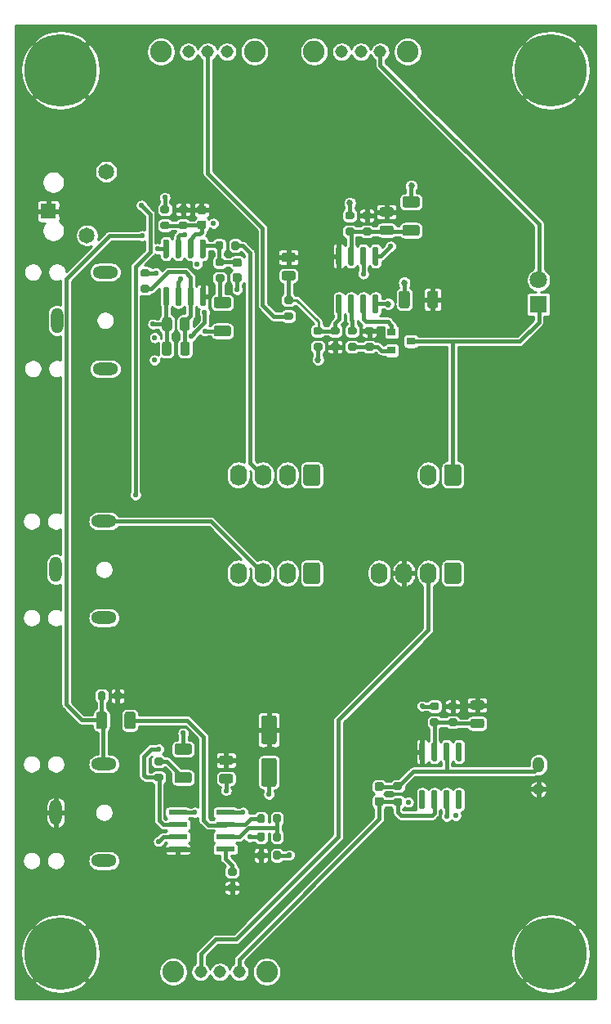
<source format=gtl>
%TF.GenerationSoftware,KiCad,Pcbnew,5.1.8-db9833491~88~ubuntu18.04.1*%
%TF.CreationDate,2021-01-05T00:41:27-08:00*%
%TF.ProjectId,kb1lqd_optical_comm,6b62316c-7164-45f6-9f70-746963616c5f,rev?*%
%TF.SameCoordinates,Original*%
%TF.FileFunction,Copper,L1,Top*%
%TF.FilePolarity,Positive*%
%FSLAX46Y46*%
G04 Gerber Fmt 4.6, Leading zero omitted, Abs format (unit mm)*
G04 Created by KiCad (PCBNEW 5.1.8-db9833491~88~ubuntu18.04.1) date 2021-01-05 00:41:27*
%MOMM*%
%LPD*%
G01*
G04 APERTURE LIST*
%TA.AperFunction,ComponentPad*%
%ADD10C,7.500000*%
%TD*%
%TA.AperFunction,ComponentPad*%
%ADD11O,2.616000X1.308000*%
%TD*%
%TA.AperFunction,ComponentPad*%
%ADD12O,1.308000X2.616000*%
%TD*%
%TA.AperFunction,ComponentPad*%
%ADD13C,2.250000*%
%TD*%
%TA.AperFunction,ComponentPad*%
%ADD14C,1.308000*%
%TD*%
%TA.AperFunction,SMDPad,CuDef*%
%ADD15R,1.981200X0.558800*%
%TD*%
%TA.AperFunction,ComponentPad*%
%ADD16O,1.740000X2.190000*%
%TD*%
%TA.AperFunction,SMDPad,CuDef*%
%ADD17R,0.900000X0.800000*%
%TD*%
%TA.AperFunction,ComponentPad*%
%ADD18C,1.650000*%
%TD*%
%TA.AperFunction,ComponentPad*%
%ADD19R,1.650000X1.650000*%
%TD*%
%TA.AperFunction,ComponentPad*%
%ADD20O,1.200000X1.200000*%
%TD*%
%TA.AperFunction,ComponentPad*%
%ADD21O,1.200000X1.600000*%
%TD*%
%TA.AperFunction,ComponentPad*%
%ADD22C,1.800000*%
%TD*%
%TA.AperFunction,ComponentPad*%
%ADD23R,1.800000X1.800000*%
%TD*%
%TA.AperFunction,ViaPad*%
%ADD24C,0.685800*%
%TD*%
%TA.AperFunction,ViaPad*%
%ADD25C,0.558800*%
%TD*%
%TA.AperFunction,Conductor*%
%ADD26C,0.381000*%
%TD*%
%TA.AperFunction,Conductor*%
%ADD27C,0.254000*%
%TD*%
%TA.AperFunction,Conductor*%
%ADD28C,0.100000*%
%TD*%
G04 APERTURE END LIST*
%TO.P,U2,8*%
%TO.N,+5V*%
%TA.AperFunction,SMDPad,CuDef*%
G36*
G01*
X143152000Y-49935000D02*
X142852000Y-49935000D01*
G75*
G02*
X142702000Y-49785000I0J150000D01*
G01*
X142702000Y-48135000D01*
G75*
G02*
X142852000Y-47985000I150000J0D01*
G01*
X143152000Y-47985000D01*
G75*
G02*
X143302000Y-48135000I0J-150000D01*
G01*
X143302000Y-49785000D01*
G75*
G02*
X143152000Y-49935000I-150000J0D01*
G01*
G37*
%TD.AperFunction*%
%TO.P,U2,7*%
%TO.N,/Michrophone Pre-Amp/AUDIO_OUTPUT*%
%TA.AperFunction,SMDPad,CuDef*%
G36*
G01*
X144422000Y-49935000D02*
X144122000Y-49935000D01*
G75*
G02*
X143972000Y-49785000I0J150000D01*
G01*
X143972000Y-48135000D01*
G75*
G02*
X144122000Y-47985000I150000J0D01*
G01*
X144422000Y-47985000D01*
G75*
G02*
X144572000Y-48135000I0J-150000D01*
G01*
X144572000Y-49785000D01*
G75*
G02*
X144422000Y-49935000I-150000J0D01*
G01*
G37*
%TD.AperFunction*%
%TO.P,U2,6*%
%TO.N,Net-(C21-Pad1)*%
%TA.AperFunction,SMDPad,CuDef*%
G36*
G01*
X145692000Y-49935000D02*
X145392000Y-49935000D01*
G75*
G02*
X145242000Y-49785000I0J150000D01*
G01*
X145242000Y-48135000D01*
G75*
G02*
X145392000Y-47985000I150000J0D01*
G01*
X145692000Y-47985000D01*
G75*
G02*
X145842000Y-48135000I0J-150000D01*
G01*
X145842000Y-49785000D01*
G75*
G02*
X145692000Y-49935000I-150000J0D01*
G01*
G37*
%TD.AperFunction*%
%TO.P,U2,5*%
%TO.N,Net-(C22-Pad2)*%
%TA.AperFunction,SMDPad,CuDef*%
G36*
G01*
X146962000Y-49935000D02*
X146662000Y-49935000D01*
G75*
G02*
X146512000Y-49785000I0J150000D01*
G01*
X146512000Y-48135000D01*
G75*
G02*
X146662000Y-47985000I150000J0D01*
G01*
X146962000Y-47985000D01*
G75*
G02*
X147112000Y-48135000I0J-150000D01*
G01*
X147112000Y-49785000D01*
G75*
G02*
X146962000Y-49935000I-150000J0D01*
G01*
G37*
%TD.AperFunction*%
%TO.P,U2,4*%
%TO.N,GND*%
%TA.AperFunction,SMDPad,CuDef*%
G36*
G01*
X146962000Y-54885000D02*
X146662000Y-54885000D01*
G75*
G02*
X146512000Y-54735000I0J150000D01*
G01*
X146512000Y-53085000D01*
G75*
G02*
X146662000Y-52935000I150000J0D01*
G01*
X146962000Y-52935000D01*
G75*
G02*
X147112000Y-53085000I0J-150000D01*
G01*
X147112000Y-54735000D01*
G75*
G02*
X146962000Y-54885000I-150000J0D01*
G01*
G37*
%TD.AperFunction*%
%TO.P,U2,3*%
%TO.N,Net-(C6-Pad2)*%
%TA.AperFunction,SMDPad,CuDef*%
G36*
G01*
X145692000Y-54885000D02*
X145392000Y-54885000D01*
G75*
G02*
X145242000Y-54735000I0J150000D01*
G01*
X145242000Y-53085000D01*
G75*
G02*
X145392000Y-52935000I150000J0D01*
G01*
X145692000Y-52935000D01*
G75*
G02*
X145842000Y-53085000I0J-150000D01*
G01*
X145842000Y-54735000D01*
G75*
G02*
X145692000Y-54885000I-150000J0D01*
G01*
G37*
%TD.AperFunction*%
%TO.P,U2,2*%
%TO.N,Net-(R18-Pad1)*%
%TA.AperFunction,SMDPad,CuDef*%
G36*
G01*
X144422000Y-54885000D02*
X144122000Y-54885000D01*
G75*
G02*
X143972000Y-54735000I0J150000D01*
G01*
X143972000Y-53085000D01*
G75*
G02*
X144122000Y-52935000I150000J0D01*
G01*
X144422000Y-52935000D01*
G75*
G02*
X144572000Y-53085000I0J-150000D01*
G01*
X144572000Y-54735000D01*
G75*
G02*
X144422000Y-54885000I-150000J0D01*
G01*
G37*
%TD.AperFunction*%
%TO.P,U2,1*%
%TO.N,Net-(C6-Pad1)*%
%TA.AperFunction,SMDPad,CuDef*%
G36*
G01*
X143152000Y-54885000D02*
X142852000Y-54885000D01*
G75*
G02*
X142702000Y-54735000I0J150000D01*
G01*
X142702000Y-53085000D01*
G75*
G02*
X142852000Y-52935000I150000J0D01*
G01*
X143152000Y-52935000D01*
G75*
G02*
X143302000Y-53085000I0J-150000D01*
G01*
X143302000Y-54735000D01*
G75*
G02*
X143152000Y-54885000I-150000J0D01*
G01*
G37*
%TD.AperFunction*%
%TD*%
D10*
%TO.P,H4,1*%
%TO.N,GND*%
X182880000Y-121920000D03*
%TD*%
%TO.P,H3,1*%
%TO.N,GND*%
X182880000Y-30480000D03*
%TD*%
%TO.P,H2,1*%
%TO.N,GND*%
X132080000Y-121920000D03*
%TD*%
%TO.P,H1,1*%
%TO.N,GND*%
X132080000Y-30480000D03*
%TD*%
D11*
%TO.P,J6,3*%
%TO.N,AUDIO_OUT2*%
X136572000Y-102315000D03*
%TO.P,J6,2*%
%TO.N,AUDIO_OUT1*%
X136572000Y-112315000D03*
D12*
%TO.P,J6,1*%
%TO.N,GND*%
X131572000Y-107315000D03*
%TD*%
D11*
%TO.P,J3,3*%
%TO.N,/Headphone_Input/AUDIO_INPUT*%
X136572000Y-77169000D03*
%TO.P,J3,2*%
%TO.N,Net-(J3-Pad2)*%
X136572000Y-87169000D03*
D12*
%TO.P,J3,1*%
%TO.N,Net-(J3-Pad1)*%
X131572000Y-82169000D03*
%TD*%
D11*
%TO.P,J1,3*%
%TO.N,/Michrophone Pre-Amp/AUDIO_INPUT*%
X136699000Y-51388000D03*
%TO.P,J1,2*%
%TO.N,Net-(J1-Pad2)*%
X136699000Y-61388000D03*
D12*
%TO.P,J1,1*%
%TO.N,Net-(J1-Pad1)*%
X131699000Y-56388000D03*
%TD*%
D13*
%TO.P,SW1,P$5*%
%TO.N,N/C*%
X142470000Y-28575000D03*
%TO.P,SW1,P$4*%
X152170000Y-28575000D03*
D14*
%TO.P,SW1,3*%
%TO.N,/Michrophone Pre-Amp/AUDIO_OUTPUT*%
X145320000Y-28575000D03*
%TO.P,SW1,1*%
%TO.N,/Headphone_Input/AUDIO_OUTPUT*%
X149320000Y-28575000D03*
%TO.P,SW1,2*%
%TO.N,/LED Driver/AUDIO_INPUT*%
X147320000Y-28575000D03*
%TD*%
%TO.P,U5,8*%
%TO.N,+5V*%
%TA.AperFunction,SMDPad,CuDef*%
G36*
G01*
X164569000Y-53697000D02*
X164869000Y-53697000D01*
G75*
G02*
X165019000Y-53847000I0J-150000D01*
G01*
X165019000Y-55497000D01*
G75*
G02*
X164869000Y-55647000I-150000J0D01*
G01*
X164569000Y-55647000D01*
G75*
G02*
X164419000Y-55497000I0J150000D01*
G01*
X164419000Y-53847000D01*
G75*
G02*
X164569000Y-53697000I150000J0D01*
G01*
G37*
%TD.AperFunction*%
%TO.P,U5,7*%
%TO.N,Net-(Q1-Pad1)*%
%TA.AperFunction,SMDPad,CuDef*%
G36*
G01*
X163299000Y-53697000D02*
X163599000Y-53697000D01*
G75*
G02*
X163749000Y-53847000I0J-150000D01*
G01*
X163749000Y-55497000D01*
G75*
G02*
X163599000Y-55647000I-150000J0D01*
G01*
X163299000Y-55647000D01*
G75*
G02*
X163149000Y-55497000I0J150000D01*
G01*
X163149000Y-53847000D01*
G75*
G02*
X163299000Y-53697000I150000J0D01*
G01*
G37*
%TD.AperFunction*%
%TO.P,U5,6*%
%TO.N,Net-(R11-Pad2)*%
%TA.AperFunction,SMDPad,CuDef*%
G36*
G01*
X162029000Y-53697000D02*
X162329000Y-53697000D01*
G75*
G02*
X162479000Y-53847000I0J-150000D01*
G01*
X162479000Y-55497000D01*
G75*
G02*
X162329000Y-55647000I-150000J0D01*
G01*
X162029000Y-55647000D01*
G75*
G02*
X161879000Y-55497000I0J150000D01*
G01*
X161879000Y-53847000D01*
G75*
G02*
X162029000Y-53697000I150000J0D01*
G01*
G37*
%TD.AperFunction*%
%TO.P,U5,5*%
%TO.N,Net-(C1-Pad1)*%
%TA.AperFunction,SMDPad,CuDef*%
G36*
G01*
X160759000Y-53697000D02*
X161059000Y-53697000D01*
G75*
G02*
X161209000Y-53847000I0J-150000D01*
G01*
X161209000Y-55497000D01*
G75*
G02*
X161059000Y-55647000I-150000J0D01*
G01*
X160759000Y-55647000D01*
G75*
G02*
X160609000Y-55497000I0J150000D01*
G01*
X160609000Y-53847000D01*
G75*
G02*
X160759000Y-53697000I150000J0D01*
G01*
G37*
%TD.AperFunction*%
%TO.P,U5,4*%
%TO.N,GND*%
%TA.AperFunction,SMDPad,CuDef*%
G36*
G01*
X160759000Y-48747000D02*
X161059000Y-48747000D01*
G75*
G02*
X161209000Y-48897000I0J-150000D01*
G01*
X161209000Y-50547000D01*
G75*
G02*
X161059000Y-50697000I-150000J0D01*
G01*
X160759000Y-50697000D01*
G75*
G02*
X160609000Y-50547000I0J150000D01*
G01*
X160609000Y-48897000D01*
G75*
G02*
X160759000Y-48747000I150000J0D01*
G01*
G37*
%TD.AperFunction*%
%TO.P,U5,3*%
%TO.N,Net-(C12-Pad1)*%
%TA.AperFunction,SMDPad,CuDef*%
G36*
G01*
X162029000Y-48747000D02*
X162329000Y-48747000D01*
G75*
G02*
X162479000Y-48897000I0J-150000D01*
G01*
X162479000Y-50547000D01*
G75*
G02*
X162329000Y-50697000I-150000J0D01*
G01*
X162029000Y-50697000D01*
G75*
G02*
X161879000Y-50547000I0J150000D01*
G01*
X161879000Y-48897000D01*
G75*
G02*
X162029000Y-48747000I150000J0D01*
G01*
G37*
%TD.AperFunction*%
%TO.P,U5,2*%
%TO.N,Net-(C20-Pad2)*%
%TA.AperFunction,SMDPad,CuDef*%
G36*
G01*
X163299000Y-48747000D02*
X163599000Y-48747000D01*
G75*
G02*
X163749000Y-48897000I0J-150000D01*
G01*
X163749000Y-50547000D01*
G75*
G02*
X163599000Y-50697000I-150000J0D01*
G01*
X163299000Y-50697000D01*
G75*
G02*
X163149000Y-50547000I0J150000D01*
G01*
X163149000Y-48897000D01*
G75*
G02*
X163299000Y-48747000I150000J0D01*
G01*
G37*
%TD.AperFunction*%
%TO.P,U5,1*%
%TO.N,Net-(R17-Pad2)*%
%TA.AperFunction,SMDPad,CuDef*%
G36*
G01*
X164569000Y-48747000D02*
X164869000Y-48747000D01*
G75*
G02*
X165019000Y-48897000I0J-150000D01*
G01*
X165019000Y-50547000D01*
G75*
G02*
X164869000Y-50697000I-150000J0D01*
G01*
X164569000Y-50697000D01*
G75*
G02*
X164419000Y-50547000I0J150000D01*
G01*
X164419000Y-48897000D01*
G75*
G02*
X164569000Y-48747000I150000J0D01*
G01*
G37*
%TD.AperFunction*%
%TD*%
D15*
%TO.P,U4,8*%
%TO.N,+5V*%
X149148800Y-107315000D03*
%TO.P,U4,7*%
%TO.N,Net-(C18-Pad1)*%
X149148800Y-108585000D03*
%TO.P,U4,6*%
%TO.N,Net-(R30-Pad1)*%
X149148800Y-109855000D03*
%TO.P,U4,5*%
%TO.N,Net-(R33-Pad2)*%
X149148800Y-111125000D03*
%TO.P,U4,4*%
%TO.N,GND*%
X144221200Y-111125000D03*
%TO.P,U4,3*%
%TO.N,Net-(C14-Pad2)*%
X144221200Y-109855000D03*
%TO.P,U4,2*%
%TO.N,Net-(R28-Pad1)*%
X144221200Y-108585000D03*
%TO.P,U4,1*%
%TO.N,Net-(C15-Pad1)*%
X144221200Y-107315000D03*
%TD*%
%TO.P,U3,8*%
%TO.N,N/C*%
%TA.AperFunction,SMDPad,CuDef*%
G36*
G01*
X173205000Y-105005000D02*
X173505000Y-105005000D01*
G75*
G02*
X173655000Y-105155000I0J-150000D01*
G01*
X173655000Y-106805000D01*
G75*
G02*
X173505000Y-106955000I-150000J0D01*
G01*
X173205000Y-106955000D01*
G75*
G02*
X173055000Y-106805000I0J150000D01*
G01*
X173055000Y-105155000D01*
G75*
G02*
X173205000Y-105005000I150000J0D01*
G01*
G37*
%TD.AperFunction*%
%TO.P,U3,7*%
%TO.N,+5V*%
%TA.AperFunction,SMDPad,CuDef*%
G36*
G01*
X171935000Y-105005000D02*
X172235000Y-105005000D01*
G75*
G02*
X172385000Y-105155000I0J-150000D01*
G01*
X172385000Y-106805000D01*
G75*
G02*
X172235000Y-106955000I-150000J0D01*
G01*
X171935000Y-106955000D01*
G75*
G02*
X171785000Y-106805000I0J150000D01*
G01*
X171785000Y-105155000D01*
G75*
G02*
X171935000Y-105005000I150000J0D01*
G01*
G37*
%TD.AperFunction*%
%TO.P,U3,6*%
%TO.N,/Photodiode Transimpedance Amplifier/OUTPUT*%
%TA.AperFunction,SMDPad,CuDef*%
G36*
G01*
X170665000Y-105005000D02*
X170965000Y-105005000D01*
G75*
G02*
X171115000Y-105155000I0J-150000D01*
G01*
X171115000Y-106805000D01*
G75*
G02*
X170965000Y-106955000I-150000J0D01*
G01*
X170665000Y-106955000D01*
G75*
G02*
X170515000Y-106805000I0J150000D01*
G01*
X170515000Y-105155000D01*
G75*
G02*
X170665000Y-105005000I150000J0D01*
G01*
G37*
%TD.AperFunction*%
%TO.P,U3,5*%
%TO.N,N/C*%
%TA.AperFunction,SMDPad,CuDef*%
G36*
G01*
X169395000Y-105005000D02*
X169695000Y-105005000D01*
G75*
G02*
X169845000Y-105155000I0J-150000D01*
G01*
X169845000Y-106805000D01*
G75*
G02*
X169695000Y-106955000I-150000J0D01*
G01*
X169395000Y-106955000D01*
G75*
G02*
X169245000Y-106805000I0J150000D01*
G01*
X169245000Y-105155000D01*
G75*
G02*
X169395000Y-105005000I150000J0D01*
G01*
G37*
%TD.AperFunction*%
%TO.P,U3,4*%
%TO.N,GND*%
%TA.AperFunction,SMDPad,CuDef*%
G36*
G01*
X169395000Y-100055000D02*
X169695000Y-100055000D01*
G75*
G02*
X169845000Y-100205000I0J-150000D01*
G01*
X169845000Y-101855000D01*
G75*
G02*
X169695000Y-102005000I-150000J0D01*
G01*
X169395000Y-102005000D01*
G75*
G02*
X169245000Y-101855000I0J150000D01*
G01*
X169245000Y-100205000D01*
G75*
G02*
X169395000Y-100055000I150000J0D01*
G01*
G37*
%TD.AperFunction*%
%TO.P,U3,3*%
%TO.N,Net-(C8-Pad1)*%
%TA.AperFunction,SMDPad,CuDef*%
G36*
G01*
X170665000Y-100055000D02*
X170965000Y-100055000D01*
G75*
G02*
X171115000Y-100205000I0J-150000D01*
G01*
X171115000Y-101855000D01*
G75*
G02*
X170965000Y-102005000I-150000J0D01*
G01*
X170665000Y-102005000D01*
G75*
G02*
X170515000Y-101855000I0J150000D01*
G01*
X170515000Y-100205000D01*
G75*
G02*
X170665000Y-100055000I150000J0D01*
G01*
G37*
%TD.AperFunction*%
%TO.P,U3,2*%
%TO.N,Net-(C10-Pad2)*%
%TA.AperFunction,SMDPad,CuDef*%
G36*
G01*
X171935000Y-100055000D02*
X172235000Y-100055000D01*
G75*
G02*
X172385000Y-100205000I0J-150000D01*
G01*
X172385000Y-101855000D01*
G75*
G02*
X172235000Y-102005000I-150000J0D01*
G01*
X171935000Y-102005000D01*
G75*
G02*
X171785000Y-101855000I0J150000D01*
G01*
X171785000Y-100205000D01*
G75*
G02*
X171935000Y-100055000I150000J0D01*
G01*
G37*
%TD.AperFunction*%
%TO.P,U3,1*%
%TO.N,N/C*%
%TA.AperFunction,SMDPad,CuDef*%
G36*
G01*
X173205000Y-100055000D02*
X173505000Y-100055000D01*
G75*
G02*
X173655000Y-100205000I0J-150000D01*
G01*
X173655000Y-101855000D01*
G75*
G02*
X173505000Y-102005000I-150000J0D01*
G01*
X173205000Y-102005000D01*
G75*
G02*
X173055000Y-101855000I0J150000D01*
G01*
X173055000Y-100205000D01*
G75*
G02*
X173205000Y-100055000I150000J0D01*
G01*
G37*
%TD.AperFunction*%
%TD*%
D13*
%TO.P,SW3,P$5*%
%TO.N,N/C*%
X158345000Y-28575000D03*
%TO.P,SW3,P$4*%
X168045000Y-28575000D03*
D14*
%TO.P,SW3,3*%
%TO.N,Net-(J5-Pad2)*%
X161195000Y-28575000D03*
%TO.P,SW3,1*%
%TO.N,Net-(D1-Pad2)*%
X165195000Y-28575000D03*
%TO.P,SW3,2*%
%TO.N,+5V*%
X163195000Y-28575000D03*
%TD*%
D13*
%TO.P,SW2,P$5*%
%TO.N,N/C*%
X153440000Y-123825000D03*
%TO.P,SW2,P$4*%
X143740000Y-123825000D03*
D14*
%TO.P,SW2,3*%
%TO.N,/Photodiode Transimpedance Amplifier/OUTPUT*%
X150590000Y-123825000D03*
%TO.P,SW2,1*%
%TO.N,Net-(J4-Pad2)*%
X146590000Y-123825000D03*
%TO.P,SW2,2*%
%TO.N,/Sheet5FD6A4A6/IN1*%
X148590000Y-123825000D03*
%TD*%
D16*
%TO.P,RV2,4*%
%TO.N,N/C*%
X150495000Y-72390000D03*
%TO.P,RV2,3*%
%TO.N,Net-(R24-Pad1)*%
X153035000Y-72390000D03*
%TO.P,RV2,2*%
X155575000Y-72390000D03*
%TO.P,RV2,1*%
%TO.N,/Michrophone Pre-Amp/AUDIO_OUTPUT*%
%TA.AperFunction,ComponentPad*%
G36*
G01*
X158985000Y-71544999D02*
X158985000Y-73235001D01*
G75*
G02*
X158735001Y-73485000I-249999J0D01*
G01*
X157494999Y-73485000D01*
G75*
G02*
X157245000Y-73235001I0J249999D01*
G01*
X157245000Y-71544999D01*
G75*
G02*
X157494999Y-71295000I249999J0D01*
G01*
X158735001Y-71295000D01*
G75*
G02*
X158985000Y-71544999I0J-249999D01*
G01*
G37*
%TD.AperFunction*%
%TD*%
%TO.P,RV1,4*%
%TO.N,N/C*%
X150495000Y-82550000D03*
%TO.P,RV1,3*%
%TO.N,/Headphone_Input/AUDIO_INPUT*%
X153035000Y-82550000D03*
%TO.P,RV1,2*%
%TO.N,Net-(C3-Pad2)*%
X155575000Y-82550000D03*
%TO.P,RV1,1*%
%TA.AperFunction,ComponentPad*%
G36*
G01*
X158985000Y-81704999D02*
X158985000Y-83395001D01*
G75*
G02*
X158735001Y-83645000I-249999J0D01*
G01*
X157494999Y-83645000D01*
G75*
G02*
X157245000Y-83395001I0J249999D01*
G01*
X157245000Y-81704999D01*
G75*
G02*
X157494999Y-81455000I249999J0D01*
G01*
X158735001Y-81455000D01*
G75*
G02*
X158985000Y-81704999I0J-249999D01*
G01*
G37*
%TD.AperFunction*%
%TD*%
%TO.P,R34,2*%
%TO.N,Net-(C6-Pad2)*%
%TA.AperFunction,SMDPad,CuDef*%
G36*
G01*
X144418000Y-57219001D02*
X144418000Y-56318999D01*
G75*
G02*
X144667999Y-56069000I249999J0D01*
G01*
X145193001Y-56069000D01*
G75*
G02*
X145443000Y-56318999I0J-249999D01*
G01*
X145443000Y-57219001D01*
G75*
G02*
X145193001Y-57469000I-249999J0D01*
G01*
X144667999Y-57469000D01*
G75*
G02*
X144418000Y-57219001I0J249999D01*
G01*
G37*
%TD.AperFunction*%
%TO.P,R34,1*%
%TO.N,Net-(C6-Pad1)*%
%TA.AperFunction,SMDPad,CuDef*%
G36*
G01*
X142593000Y-57219001D02*
X142593000Y-56318999D01*
G75*
G02*
X142842999Y-56069000I249999J0D01*
G01*
X143368001Y-56069000D01*
G75*
G02*
X143618000Y-56318999I0J-249999D01*
G01*
X143618000Y-57219001D01*
G75*
G02*
X143368001Y-57469000I-249999J0D01*
G01*
X142842999Y-57469000D01*
G75*
G02*
X142593000Y-57219001I0J249999D01*
G01*
G37*
%TD.AperFunction*%
%TD*%
%TO.P,R33,2*%
%TO.N,Net-(R33-Pad2)*%
%TA.AperFunction,SMDPad,CuDef*%
G36*
G01*
X150135000Y-113875000D02*
X149585000Y-113875000D01*
G75*
G02*
X149385000Y-113675000I0J200000D01*
G01*
X149385000Y-113275000D01*
G75*
G02*
X149585000Y-113075000I200000J0D01*
G01*
X150135000Y-113075000D01*
G75*
G02*
X150335000Y-113275000I0J-200000D01*
G01*
X150335000Y-113675000D01*
G75*
G02*
X150135000Y-113875000I-200000J0D01*
G01*
G37*
%TD.AperFunction*%
%TO.P,R33,1*%
%TO.N,GND*%
%TA.AperFunction,SMDPad,CuDef*%
G36*
G01*
X150135000Y-115525000D02*
X149585000Y-115525000D01*
G75*
G02*
X149385000Y-115325000I0J200000D01*
G01*
X149385000Y-114925000D01*
G75*
G02*
X149585000Y-114725000I200000J0D01*
G01*
X150135000Y-114725000D01*
G75*
G02*
X150335000Y-114925000I0J-200000D01*
G01*
X150335000Y-115325000D01*
G75*
G02*
X150135000Y-115525000I-200000J0D01*
G01*
G37*
%TD.AperFunction*%
%TD*%
%TO.P,R31,2*%
%TO.N,Net-(R30-Pad1)*%
%TA.AperFunction,SMDPad,CuDef*%
G36*
G01*
X154095000Y-110130000D02*
X154095000Y-109580000D01*
G75*
G02*
X154295000Y-109380000I200000J0D01*
G01*
X154695000Y-109380000D01*
G75*
G02*
X154895000Y-109580000I0J-200000D01*
G01*
X154895000Y-110130000D01*
G75*
G02*
X154695000Y-110330000I-200000J0D01*
G01*
X154295000Y-110330000D01*
G75*
G02*
X154095000Y-110130000I0J200000D01*
G01*
G37*
%TD.AperFunction*%
%TO.P,R31,1*%
%TO.N,Net-(C19-Pad1)*%
%TA.AperFunction,SMDPad,CuDef*%
G36*
G01*
X152445000Y-110130000D02*
X152445000Y-109580000D01*
G75*
G02*
X152645000Y-109380000I200000J0D01*
G01*
X153045000Y-109380000D01*
G75*
G02*
X153245000Y-109580000I0J-200000D01*
G01*
X153245000Y-110130000D01*
G75*
G02*
X153045000Y-110330000I-200000J0D01*
G01*
X152645000Y-110330000D01*
G75*
G02*
X152445000Y-110130000I0J200000D01*
G01*
G37*
%TD.AperFunction*%
%TD*%
%TO.P,R30,2*%
%TO.N,Net-(C18-Pad1)*%
%TA.AperFunction,SMDPad,CuDef*%
G36*
G01*
X153245000Y-107675000D02*
X153245000Y-108225000D01*
G75*
G02*
X153045000Y-108425000I-200000J0D01*
G01*
X152645000Y-108425000D01*
G75*
G02*
X152445000Y-108225000I0J200000D01*
G01*
X152445000Y-107675000D01*
G75*
G02*
X152645000Y-107475000I200000J0D01*
G01*
X153045000Y-107475000D01*
G75*
G02*
X153245000Y-107675000I0J-200000D01*
G01*
G37*
%TD.AperFunction*%
%TO.P,R30,1*%
%TO.N,Net-(R30-Pad1)*%
%TA.AperFunction,SMDPad,CuDef*%
G36*
G01*
X154895000Y-107675000D02*
X154895000Y-108225000D01*
G75*
G02*
X154695000Y-108425000I-200000J0D01*
G01*
X154295000Y-108425000D01*
G75*
G02*
X154095000Y-108225000I0J200000D01*
G01*
X154095000Y-107675000D01*
G75*
G02*
X154295000Y-107475000I200000J0D01*
G01*
X154695000Y-107475000D01*
G75*
G02*
X154895000Y-107675000I0J-200000D01*
G01*
G37*
%TD.AperFunction*%
%TD*%
%TO.P,R28,2*%
%TO.N,Net-(C13-Pad2)*%
%TA.AperFunction,SMDPad,CuDef*%
G36*
G01*
X142515000Y-102445000D02*
X141965000Y-102445000D01*
G75*
G02*
X141765000Y-102245000I0J200000D01*
G01*
X141765000Y-101845000D01*
G75*
G02*
X141965000Y-101645000I200000J0D01*
G01*
X142515000Y-101645000D01*
G75*
G02*
X142715000Y-101845000I0J-200000D01*
G01*
X142715000Y-102245000D01*
G75*
G02*
X142515000Y-102445000I-200000J0D01*
G01*
G37*
%TD.AperFunction*%
%TO.P,R28,1*%
%TO.N,Net-(R28-Pad1)*%
%TA.AperFunction,SMDPad,CuDef*%
G36*
G01*
X142515000Y-104095000D02*
X141965000Y-104095000D01*
G75*
G02*
X141765000Y-103895000I0J200000D01*
G01*
X141765000Y-103495000D01*
G75*
G02*
X141965000Y-103295000I200000J0D01*
G01*
X142515000Y-103295000D01*
G75*
G02*
X142715000Y-103495000I0J-200000D01*
G01*
X142715000Y-103895000D01*
G75*
G02*
X142515000Y-104095000I-200000J0D01*
G01*
G37*
%TD.AperFunction*%
%TD*%
%TO.P,R27,2*%
%TO.N,Net-(C10-Pad2)*%
%TA.AperFunction,SMDPad,CuDef*%
G36*
G01*
X167280000Y-104985000D02*
X166730000Y-104985000D01*
G75*
G02*
X166530000Y-104785000I0J200000D01*
G01*
X166530000Y-104385000D01*
G75*
G02*
X166730000Y-104185000I200000J0D01*
G01*
X167280000Y-104185000D01*
G75*
G02*
X167480000Y-104385000I0J-200000D01*
G01*
X167480000Y-104785000D01*
G75*
G02*
X167280000Y-104985000I-200000J0D01*
G01*
G37*
%TD.AperFunction*%
%TO.P,R27,1*%
%TO.N,/Photodiode Transimpedance Amplifier/OUTPUT*%
%TA.AperFunction,SMDPad,CuDef*%
G36*
G01*
X167280000Y-106635000D02*
X166730000Y-106635000D01*
G75*
G02*
X166530000Y-106435000I0J200000D01*
G01*
X166530000Y-106035000D01*
G75*
G02*
X166730000Y-105835000I200000J0D01*
G01*
X167280000Y-105835000D01*
G75*
G02*
X167480000Y-106035000I0J-200000D01*
G01*
X167480000Y-106435000D01*
G75*
G02*
X167280000Y-106635000I-200000J0D01*
G01*
G37*
%TD.AperFunction*%
%TD*%
%TO.P,R26,2*%
%TO.N,GND*%
%TA.AperFunction,SMDPad,CuDef*%
G36*
G01*
X172995000Y-96730000D02*
X172445000Y-96730000D01*
G75*
G02*
X172245000Y-96530000I0J200000D01*
G01*
X172245000Y-96130000D01*
G75*
G02*
X172445000Y-95930000I200000J0D01*
G01*
X172995000Y-95930000D01*
G75*
G02*
X173195000Y-96130000I0J-200000D01*
G01*
X173195000Y-96530000D01*
G75*
G02*
X172995000Y-96730000I-200000J0D01*
G01*
G37*
%TD.AperFunction*%
%TO.P,R26,1*%
%TO.N,Net-(C8-Pad1)*%
%TA.AperFunction,SMDPad,CuDef*%
G36*
G01*
X172995000Y-98380000D02*
X172445000Y-98380000D01*
G75*
G02*
X172245000Y-98180000I0J200000D01*
G01*
X172245000Y-97780000D01*
G75*
G02*
X172445000Y-97580000I200000J0D01*
G01*
X172995000Y-97580000D01*
G75*
G02*
X173195000Y-97780000I0J-200000D01*
G01*
X173195000Y-98180000D01*
G75*
G02*
X172995000Y-98380000I-200000J0D01*
G01*
G37*
%TD.AperFunction*%
%TD*%
%TO.P,R25,2*%
%TO.N,Net-(C8-Pad1)*%
%TA.AperFunction,SMDPad,CuDef*%
G36*
G01*
X170540000Y-97580000D02*
X171090000Y-97580000D01*
G75*
G02*
X171290000Y-97780000I0J-200000D01*
G01*
X171290000Y-98180000D01*
G75*
G02*
X171090000Y-98380000I-200000J0D01*
G01*
X170540000Y-98380000D01*
G75*
G02*
X170340000Y-98180000I0J200000D01*
G01*
X170340000Y-97780000D01*
G75*
G02*
X170540000Y-97580000I200000J0D01*
G01*
G37*
%TD.AperFunction*%
%TO.P,R25,1*%
%TO.N,+5V*%
%TA.AperFunction,SMDPad,CuDef*%
G36*
G01*
X170540000Y-95930000D02*
X171090000Y-95930000D01*
G75*
G02*
X171290000Y-96130000I0J-200000D01*
G01*
X171290000Y-96530000D01*
G75*
G02*
X171090000Y-96730000I-200000J0D01*
G01*
X170540000Y-96730000D01*
G75*
G02*
X170340000Y-96530000I0J200000D01*
G01*
X170340000Y-96130000D01*
G75*
G02*
X170540000Y-95930000I200000J0D01*
G01*
G37*
%TD.AperFunction*%
%TD*%
%TO.P,R24,2*%
%TO.N,Net-(C22-Pad2)*%
%TA.AperFunction,SMDPad,CuDef*%
G36*
G01*
X148927000Y-48366000D02*
X148927000Y-48916000D01*
G75*
G02*
X148727000Y-49116000I-200000J0D01*
G01*
X148327000Y-49116000D01*
G75*
G02*
X148127000Y-48916000I0J200000D01*
G01*
X148127000Y-48366000D01*
G75*
G02*
X148327000Y-48166000I200000J0D01*
G01*
X148727000Y-48166000D01*
G75*
G02*
X148927000Y-48366000I0J-200000D01*
G01*
G37*
%TD.AperFunction*%
%TO.P,R24,1*%
%TO.N,Net-(R24-Pad1)*%
%TA.AperFunction,SMDPad,CuDef*%
G36*
G01*
X150577000Y-48366000D02*
X150577000Y-48916000D01*
G75*
G02*
X150377000Y-49116000I-200000J0D01*
G01*
X149977000Y-49116000D01*
G75*
G02*
X149777000Y-48916000I0J200000D01*
G01*
X149777000Y-48366000D01*
G75*
G02*
X149977000Y-48166000I200000J0D01*
G01*
X150377000Y-48166000D01*
G75*
G02*
X150577000Y-48366000I0J-200000D01*
G01*
G37*
%TD.AperFunction*%
%TD*%
%TO.P,R23,2*%
%TO.N,Net-(C7-Pad1)*%
%TA.AperFunction,SMDPad,CuDef*%
G36*
G01*
X148315000Y-51606000D02*
X148865000Y-51606000D01*
G75*
G02*
X149065000Y-51806000I0J-200000D01*
G01*
X149065000Y-52206000D01*
G75*
G02*
X148865000Y-52406000I-200000J0D01*
G01*
X148315000Y-52406000D01*
G75*
G02*
X148115000Y-52206000I0J200000D01*
G01*
X148115000Y-51806000D01*
G75*
G02*
X148315000Y-51606000I200000J0D01*
G01*
G37*
%TD.AperFunction*%
%TO.P,R23,1*%
%TO.N,Net-(C22-Pad2)*%
%TA.AperFunction,SMDPad,CuDef*%
G36*
G01*
X148315000Y-49956000D02*
X148865000Y-49956000D01*
G75*
G02*
X149065000Y-50156000I0J-200000D01*
G01*
X149065000Y-50556000D01*
G75*
G02*
X148865000Y-50756000I-200000J0D01*
G01*
X148315000Y-50756000D01*
G75*
G02*
X148115000Y-50556000I0J200000D01*
G01*
X148115000Y-50156000D01*
G75*
G02*
X148315000Y-49956000I200000J0D01*
G01*
G37*
%TD.AperFunction*%
%TD*%
%TO.P,R22,2*%
%TO.N,Net-(C21-Pad1)*%
%TA.AperFunction,SMDPad,CuDef*%
G36*
G01*
X144505000Y-46145000D02*
X145055000Y-46145000D01*
G75*
G02*
X145255000Y-46345000I0J-200000D01*
G01*
X145255000Y-46745000D01*
G75*
G02*
X145055000Y-46945000I-200000J0D01*
G01*
X144505000Y-46945000D01*
G75*
G02*
X144305000Y-46745000I0J200000D01*
G01*
X144305000Y-46345000D01*
G75*
G02*
X144505000Y-46145000I200000J0D01*
G01*
G37*
%TD.AperFunction*%
%TO.P,R22,1*%
%TO.N,GND*%
%TA.AperFunction,SMDPad,CuDef*%
G36*
G01*
X144505000Y-44495000D02*
X145055000Y-44495000D01*
G75*
G02*
X145255000Y-44695000I0J-200000D01*
G01*
X145255000Y-45095000D01*
G75*
G02*
X145055000Y-45295000I-200000J0D01*
G01*
X144505000Y-45295000D01*
G75*
G02*
X144305000Y-45095000I0J200000D01*
G01*
X144305000Y-44695000D01*
G75*
G02*
X144505000Y-44495000I200000J0D01*
G01*
G37*
%TD.AperFunction*%
%TD*%
%TO.P,R21,2*%
%TO.N,+5V*%
%TA.AperFunction,SMDPad,CuDef*%
G36*
G01*
X143150000Y-45295000D02*
X142600000Y-45295000D01*
G75*
G02*
X142400000Y-45095000I0J200000D01*
G01*
X142400000Y-44695000D01*
G75*
G02*
X142600000Y-44495000I200000J0D01*
G01*
X143150000Y-44495000D01*
G75*
G02*
X143350000Y-44695000I0J-200000D01*
G01*
X143350000Y-45095000D01*
G75*
G02*
X143150000Y-45295000I-200000J0D01*
G01*
G37*
%TD.AperFunction*%
%TO.P,R21,1*%
%TO.N,Net-(C21-Pad1)*%
%TA.AperFunction,SMDPad,CuDef*%
G36*
G01*
X143150000Y-46945000D02*
X142600000Y-46945000D01*
G75*
G02*
X142400000Y-46745000I0J200000D01*
G01*
X142400000Y-46345000D01*
G75*
G02*
X142600000Y-46145000I200000J0D01*
G01*
X143150000Y-46145000D01*
G75*
G02*
X143350000Y-46345000I0J-200000D01*
G01*
X143350000Y-46745000D01*
G75*
G02*
X143150000Y-46945000I-200000J0D01*
G01*
G37*
%TD.AperFunction*%
%TD*%
%TO.P,R20,2*%
%TO.N,Net-(C5-Pad1)*%
%TA.AperFunction,SMDPad,CuDef*%
G36*
G01*
X141092600Y-51873600D02*
X140542600Y-51873600D01*
G75*
G02*
X140342600Y-51673600I0J200000D01*
G01*
X140342600Y-51273600D01*
G75*
G02*
X140542600Y-51073600I200000J0D01*
G01*
X141092600Y-51073600D01*
G75*
G02*
X141292600Y-51273600I0J-200000D01*
G01*
X141292600Y-51673600D01*
G75*
G02*
X141092600Y-51873600I-200000J0D01*
G01*
G37*
%TD.AperFunction*%
%TO.P,R20,1*%
%TO.N,Net-(C6-Pad2)*%
%TA.AperFunction,SMDPad,CuDef*%
G36*
G01*
X141092600Y-53523600D02*
X140542600Y-53523600D01*
G75*
G02*
X140342600Y-53323600I0J200000D01*
G01*
X140342600Y-52923600D01*
G75*
G02*
X140542600Y-52723600I200000J0D01*
G01*
X141092600Y-52723600D01*
G75*
G02*
X141292600Y-52923600I0J-200000D01*
G01*
X141292600Y-53323600D01*
G75*
G02*
X141092600Y-53523600I-200000J0D01*
G01*
G37*
%TD.AperFunction*%
%TD*%
%TO.P,R15,2*%
%TO.N,GND*%
%TA.AperFunction,SMDPad,CuDef*%
G36*
G01*
X164105000Y-45930000D02*
X163555000Y-45930000D01*
G75*
G02*
X163355000Y-45730000I0J200000D01*
G01*
X163355000Y-45330000D01*
G75*
G02*
X163555000Y-45130000I200000J0D01*
G01*
X164105000Y-45130000D01*
G75*
G02*
X164305000Y-45330000I0J-200000D01*
G01*
X164305000Y-45730000D01*
G75*
G02*
X164105000Y-45930000I-200000J0D01*
G01*
G37*
%TD.AperFunction*%
%TO.P,R15,1*%
%TO.N,Net-(C12-Pad1)*%
%TA.AperFunction,SMDPad,CuDef*%
G36*
G01*
X164105000Y-47580000D02*
X163555000Y-47580000D01*
G75*
G02*
X163355000Y-47380000I0J200000D01*
G01*
X163355000Y-46980000D01*
G75*
G02*
X163555000Y-46780000I200000J0D01*
G01*
X164105000Y-46780000D01*
G75*
G02*
X164305000Y-46980000I0J-200000D01*
G01*
X164305000Y-47380000D01*
G75*
G02*
X164105000Y-47580000I-200000J0D01*
G01*
G37*
%TD.AperFunction*%
%TD*%
%TO.P,R14,2*%
%TO.N,Net-(C12-Pad1)*%
%TA.AperFunction,SMDPad,CuDef*%
G36*
G01*
X161777000Y-46780000D02*
X162327000Y-46780000D01*
G75*
G02*
X162527000Y-46980000I0J-200000D01*
G01*
X162527000Y-47380000D01*
G75*
G02*
X162327000Y-47580000I-200000J0D01*
G01*
X161777000Y-47580000D01*
G75*
G02*
X161577000Y-47380000I0J200000D01*
G01*
X161577000Y-46980000D01*
G75*
G02*
X161777000Y-46780000I200000J0D01*
G01*
G37*
%TD.AperFunction*%
%TO.P,R14,1*%
%TO.N,+5V*%
%TA.AperFunction,SMDPad,CuDef*%
G36*
G01*
X161777000Y-45130000D02*
X162327000Y-45130000D01*
G75*
G02*
X162527000Y-45330000I0J-200000D01*
G01*
X162527000Y-45730000D01*
G75*
G02*
X162327000Y-45930000I-200000J0D01*
G01*
X161777000Y-45930000D01*
G75*
G02*
X161577000Y-45730000I0J200000D01*
G01*
X161577000Y-45330000D01*
G75*
G02*
X161777000Y-45130000I200000J0D01*
G01*
G37*
%TD.AperFunction*%
%TD*%
%TO.P,R12,2*%
%TO.N,GND*%
%TA.AperFunction,SMDPad,CuDef*%
G36*
G01*
X164359000Y-57868000D02*
X163809000Y-57868000D01*
G75*
G02*
X163609000Y-57668000I0J200000D01*
G01*
X163609000Y-57268000D01*
G75*
G02*
X163809000Y-57068000I200000J0D01*
G01*
X164359000Y-57068000D01*
G75*
G02*
X164559000Y-57268000I0J-200000D01*
G01*
X164559000Y-57668000D01*
G75*
G02*
X164359000Y-57868000I-200000J0D01*
G01*
G37*
%TD.AperFunction*%
%TO.P,R12,1*%
%TO.N,Net-(Q1-Pad2)*%
%TA.AperFunction,SMDPad,CuDef*%
G36*
G01*
X164359000Y-59518000D02*
X163809000Y-59518000D01*
G75*
G02*
X163609000Y-59318000I0J200000D01*
G01*
X163609000Y-58918000D01*
G75*
G02*
X163809000Y-58718000I200000J0D01*
G01*
X164359000Y-58718000D01*
G75*
G02*
X164559000Y-58918000I0J-200000D01*
G01*
X164559000Y-59318000D01*
G75*
G02*
X164359000Y-59518000I-200000J0D01*
G01*
G37*
%TD.AperFunction*%
%TD*%
%TO.P,R11,2*%
%TO.N,Net-(R11-Pad2)*%
%TA.AperFunction,SMDPad,CuDef*%
G36*
G01*
X162581000Y-57868000D02*
X162031000Y-57868000D01*
G75*
G02*
X161831000Y-57668000I0J200000D01*
G01*
X161831000Y-57268000D01*
G75*
G02*
X162031000Y-57068000I200000J0D01*
G01*
X162581000Y-57068000D01*
G75*
G02*
X162781000Y-57268000I0J-200000D01*
G01*
X162781000Y-57668000D01*
G75*
G02*
X162581000Y-57868000I-200000J0D01*
G01*
G37*
%TD.AperFunction*%
%TO.P,R11,1*%
%TO.N,Net-(Q1-Pad2)*%
%TA.AperFunction,SMDPad,CuDef*%
G36*
G01*
X162581000Y-59518000D02*
X162031000Y-59518000D01*
G75*
G02*
X161831000Y-59318000I0J200000D01*
G01*
X161831000Y-58918000D01*
G75*
G02*
X162031000Y-58718000I200000J0D01*
G01*
X162581000Y-58718000D01*
G75*
G02*
X162781000Y-58918000I0J-200000D01*
G01*
X162781000Y-59318000D01*
G75*
G02*
X162581000Y-59518000I-200000J0D01*
G01*
G37*
%TD.AperFunction*%
%TD*%
%TO.P,R10,2*%
%TO.N,GND*%
%TA.AperFunction,SMDPad,CuDef*%
G36*
G01*
X160253000Y-58718000D02*
X160803000Y-58718000D01*
G75*
G02*
X161003000Y-58918000I0J-200000D01*
G01*
X161003000Y-59318000D01*
G75*
G02*
X160803000Y-59518000I-200000J0D01*
G01*
X160253000Y-59518000D01*
G75*
G02*
X160053000Y-59318000I0J200000D01*
G01*
X160053000Y-58918000D01*
G75*
G02*
X160253000Y-58718000I200000J0D01*
G01*
G37*
%TD.AperFunction*%
%TO.P,R10,1*%
%TO.N,Net-(C1-Pad1)*%
%TA.AperFunction,SMDPad,CuDef*%
G36*
G01*
X160253000Y-57068000D02*
X160803000Y-57068000D01*
G75*
G02*
X161003000Y-57268000I0J-200000D01*
G01*
X161003000Y-57668000D01*
G75*
G02*
X160803000Y-57868000I-200000J0D01*
G01*
X160253000Y-57868000D01*
G75*
G02*
X160053000Y-57668000I0J200000D01*
G01*
X160053000Y-57268000D01*
G75*
G02*
X160253000Y-57068000I200000J0D01*
G01*
G37*
%TD.AperFunction*%
%TD*%
%TO.P,R9,2*%
%TO.N,Net-(C1-Pad1)*%
%TA.AperFunction,SMDPad,CuDef*%
G36*
G01*
X159025000Y-57868000D02*
X158475000Y-57868000D01*
G75*
G02*
X158275000Y-57668000I0J200000D01*
G01*
X158275000Y-57268000D01*
G75*
G02*
X158475000Y-57068000I200000J0D01*
G01*
X159025000Y-57068000D01*
G75*
G02*
X159225000Y-57268000I0J-200000D01*
G01*
X159225000Y-57668000D01*
G75*
G02*
X159025000Y-57868000I-200000J0D01*
G01*
G37*
%TD.AperFunction*%
%TO.P,R9,1*%
%TO.N,+5V*%
%TA.AperFunction,SMDPad,CuDef*%
G36*
G01*
X159025000Y-59518000D02*
X158475000Y-59518000D01*
G75*
G02*
X158275000Y-59318000I0J200000D01*
G01*
X158275000Y-58918000D01*
G75*
G02*
X158475000Y-58718000I200000J0D01*
G01*
X159025000Y-58718000D01*
G75*
G02*
X159225000Y-58918000I0J-200000D01*
G01*
X159225000Y-59318000D01*
G75*
G02*
X159025000Y-59518000I-200000J0D01*
G01*
G37*
%TD.AperFunction*%
%TD*%
%TO.P,R8,2*%
%TO.N,/LED Driver/AUDIO_INPUT*%
%TA.AperFunction,SMDPad,CuDef*%
G36*
G01*
X155427000Y-55543000D02*
X155977000Y-55543000D01*
G75*
G02*
X156177000Y-55743000I0J-200000D01*
G01*
X156177000Y-56143000D01*
G75*
G02*
X155977000Y-56343000I-200000J0D01*
G01*
X155427000Y-56343000D01*
G75*
G02*
X155227000Y-56143000I0J200000D01*
G01*
X155227000Y-55743000D01*
G75*
G02*
X155427000Y-55543000I200000J0D01*
G01*
G37*
%TD.AperFunction*%
%TO.P,R8,1*%
%TO.N,Net-(C1-Pad1)*%
%TA.AperFunction,SMDPad,CuDef*%
G36*
G01*
X155427000Y-53893000D02*
X155977000Y-53893000D01*
G75*
G02*
X156177000Y-54093000I0J-200000D01*
G01*
X156177000Y-54493000D01*
G75*
G02*
X155977000Y-54693000I-200000J0D01*
G01*
X155427000Y-54693000D01*
G75*
G02*
X155227000Y-54493000I0J200000D01*
G01*
X155227000Y-54093000D01*
G75*
G02*
X155427000Y-53893000I200000J0D01*
G01*
G37*
%TD.AperFunction*%
%TD*%
%TO.P,R7,2*%
%TO.N,GND*%
%TA.AperFunction,SMDPad,CuDef*%
G36*
G01*
X137585000Y-95525000D02*
X137585000Y-94975000D01*
G75*
G02*
X137785000Y-94775000I200000J0D01*
G01*
X138185000Y-94775000D01*
G75*
G02*
X138385000Y-94975000I0J-200000D01*
G01*
X138385000Y-95525000D01*
G75*
G02*
X138185000Y-95725000I-200000J0D01*
G01*
X137785000Y-95725000D01*
G75*
G02*
X137585000Y-95525000I0J200000D01*
G01*
G37*
%TD.AperFunction*%
%TO.P,R7,1*%
%TO.N,AUDIO_OUT2*%
%TA.AperFunction,SMDPad,CuDef*%
G36*
G01*
X135935000Y-95525000D02*
X135935000Y-94975000D01*
G75*
G02*
X136135000Y-94775000I200000J0D01*
G01*
X136535000Y-94775000D01*
G75*
G02*
X136735000Y-94975000I0J-200000D01*
G01*
X136735000Y-95525000D01*
G75*
G02*
X136535000Y-95725000I-200000J0D01*
G01*
X136135000Y-95725000D01*
G75*
G02*
X135935000Y-95525000I0J200000D01*
G01*
G37*
%TD.AperFunction*%
%TD*%
%TO.P,R6,2*%
%TO.N,GND*%
%TA.AperFunction,SMDPad,CuDef*%
G36*
G01*
X153245000Y-111485000D02*
X153245000Y-112035000D01*
G75*
G02*
X153045000Y-112235000I-200000J0D01*
G01*
X152645000Y-112235000D01*
G75*
G02*
X152445000Y-112035000I0J200000D01*
G01*
X152445000Y-111485000D01*
G75*
G02*
X152645000Y-111285000I200000J0D01*
G01*
X153045000Y-111285000D01*
G75*
G02*
X153245000Y-111485000I0J-200000D01*
G01*
G37*
%TD.AperFunction*%
%TO.P,R6,1*%
%TO.N,/Sheet5FD6A4A6/IN2*%
%TA.AperFunction,SMDPad,CuDef*%
G36*
G01*
X154895000Y-111485000D02*
X154895000Y-112035000D01*
G75*
G02*
X154695000Y-112235000I-200000J0D01*
G01*
X154295000Y-112235000D01*
G75*
G02*
X154095000Y-112035000I0J200000D01*
G01*
X154095000Y-111485000D01*
G75*
G02*
X154295000Y-111285000I200000J0D01*
G01*
X154695000Y-111285000D01*
G75*
G02*
X154895000Y-111485000I0J-200000D01*
G01*
G37*
%TD.AperFunction*%
%TD*%
D17*
%TO.P,Q1,3*%
%TO.N,/LED Driver/LED_RTN*%
X168386000Y-58547000D03*
%TO.P,Q1,2*%
%TO.N,Net-(Q1-Pad2)*%
X166386000Y-59497000D03*
%TO.P,Q1,1*%
%TO.N,Net-(Q1-Pad1)*%
X166386000Y-57597000D03*
%TD*%
D16*
%TO.P,J5,2*%
%TO.N,Net-(J5-Pad2)*%
X170180000Y-72390000D03*
%TO.P,J5,1*%
%TO.N,/LED Driver/LED_RTN*%
%TA.AperFunction,ComponentPad*%
G36*
G01*
X173590000Y-71544999D02*
X173590000Y-73235001D01*
G75*
G02*
X173340001Y-73485000I-249999J0D01*
G01*
X172099999Y-73485000D01*
G75*
G02*
X171850000Y-73235001I0J249999D01*
G01*
X171850000Y-71544999D01*
G75*
G02*
X172099999Y-71295000I249999J0D01*
G01*
X173340001Y-71295000D01*
G75*
G02*
X173590000Y-71544999I0J-249999D01*
G01*
G37*
%TD.AperFunction*%
%TD*%
%TO.P,J4,4*%
%TO.N,Net-(J4-Pad4)*%
X165100000Y-82550000D03*
%TO.P,J4,3*%
%TO.N,GND*%
X167640000Y-82550000D03*
%TO.P,J4,2*%
%TO.N,Net-(J4-Pad2)*%
X170180000Y-82550000D03*
%TO.P,J4,1*%
%TO.N,+5V*%
%TA.AperFunction,ComponentPad*%
G36*
G01*
X173590000Y-81704999D02*
X173590000Y-83395001D01*
G75*
G02*
X173340001Y-83645000I-249999J0D01*
G01*
X172099999Y-83645000D01*
G75*
G02*
X171850000Y-83395001I0J249999D01*
G01*
X171850000Y-81704999D01*
G75*
G02*
X172099999Y-81455000I249999J0D01*
G01*
X173340001Y-81455000D01*
G75*
G02*
X173590000Y-81704999I0J-249999D01*
G01*
G37*
%TD.AperFunction*%
%TD*%
D18*
%TO.P,J2,2*%
%TO.N,Net-(J2-Pad2)*%
X134810000Y-47585000D03*
%TO.P,J2,3*%
%TO.N,Net-(J2-Pad3)*%
X136810000Y-40985000D03*
D19*
%TO.P,J2,1*%
%TO.N,GND*%
X130810000Y-45085000D03*
%TD*%
D20*
%TO.P,D2,2*%
%TO.N,GND*%
X181610000Y-104902000D03*
D21*
%TO.P,D2,1*%
%TO.N,Net-(C10-Pad2)*%
X181610000Y-102362000D03*
%TD*%
D22*
%TO.P,D1,2*%
%TO.N,Net-(D1-Pad2)*%
X181610000Y-52197000D03*
D23*
%TO.P,D1,1*%
%TO.N,/LED Driver/LED_RTN*%
X181610000Y-54737000D03*
%TD*%
%TO.P,C22,2*%
%TO.N,Net-(C22-Pad2)*%
%TA.AperFunction,SMDPad,CuDef*%
G36*
G01*
X150618000Y-50856000D02*
X150118000Y-50856000D01*
G75*
G02*
X149893000Y-50631000I0J225000D01*
G01*
X149893000Y-50181000D01*
G75*
G02*
X150118000Y-49956000I225000J0D01*
G01*
X150618000Y-49956000D01*
G75*
G02*
X150843000Y-50181000I0J-225000D01*
G01*
X150843000Y-50631000D01*
G75*
G02*
X150618000Y-50856000I-225000J0D01*
G01*
G37*
%TD.AperFunction*%
%TO.P,C22,1*%
%TO.N,/Michrophone Pre-Amp/AUDIO_OUTPUT*%
%TA.AperFunction,SMDPad,CuDef*%
G36*
G01*
X150618000Y-52406000D02*
X150118000Y-52406000D01*
G75*
G02*
X149893000Y-52181000I0J225000D01*
G01*
X149893000Y-51731000D01*
G75*
G02*
X150118000Y-51506000I225000J0D01*
G01*
X150618000Y-51506000D01*
G75*
G02*
X150843000Y-51731000I0J-225000D01*
G01*
X150843000Y-52181000D01*
G75*
G02*
X150618000Y-52406000I-225000J0D01*
G01*
G37*
%TD.AperFunction*%
%TD*%
%TO.P,C21,2*%
%TO.N,GND*%
%TA.AperFunction,SMDPad,CuDef*%
G36*
G01*
X146935000Y-45395000D02*
X146435000Y-45395000D01*
G75*
G02*
X146210000Y-45170000I0J225000D01*
G01*
X146210000Y-44720000D01*
G75*
G02*
X146435000Y-44495000I225000J0D01*
G01*
X146935000Y-44495000D01*
G75*
G02*
X147160000Y-44720000I0J-225000D01*
G01*
X147160000Y-45170000D01*
G75*
G02*
X146935000Y-45395000I-225000J0D01*
G01*
G37*
%TD.AperFunction*%
%TO.P,C21,1*%
%TO.N,Net-(C21-Pad1)*%
%TA.AperFunction,SMDPad,CuDef*%
G36*
G01*
X146935000Y-46945000D02*
X146435000Y-46945000D01*
G75*
G02*
X146210000Y-46720000I0J225000D01*
G01*
X146210000Y-46270000D01*
G75*
G02*
X146435000Y-46045000I225000J0D01*
G01*
X146935000Y-46045000D01*
G75*
G02*
X147160000Y-46270000I0J-225000D01*
G01*
X147160000Y-46720000D01*
G75*
G02*
X146935000Y-46945000I-225000J0D01*
G01*
G37*
%TD.AperFunction*%
%TD*%
%TO.P,C18,2*%
%TO.N,AUDIO_OUT2*%
%TA.AperFunction,SMDPad,CuDef*%
G36*
G01*
X136895000Y-97139999D02*
X136895000Y-98440001D01*
G75*
G02*
X136645001Y-98690000I-249999J0D01*
G01*
X135994999Y-98690000D01*
G75*
G02*
X135745000Y-98440001I0J249999D01*
G01*
X135745000Y-97139999D01*
G75*
G02*
X135994999Y-96890000I249999J0D01*
G01*
X136645001Y-96890000D01*
G75*
G02*
X136895000Y-97139999I0J-249999D01*
G01*
G37*
%TD.AperFunction*%
%TO.P,C18,1*%
%TO.N,Net-(C18-Pad1)*%
%TA.AperFunction,SMDPad,CuDef*%
G36*
G01*
X139845000Y-97139999D02*
X139845000Y-98440001D01*
G75*
G02*
X139595001Y-98690000I-249999J0D01*
G01*
X138944999Y-98690000D01*
G75*
G02*
X138695000Y-98440001I0J249999D01*
G01*
X138695000Y-97139999D01*
G75*
G02*
X138944999Y-96890000I249999J0D01*
G01*
X139595001Y-96890000D01*
G75*
G02*
X139845000Y-97139999I0J-249999D01*
G01*
G37*
%TD.AperFunction*%
%TD*%
%TO.P,C17,2*%
%TO.N,+5V*%
%TA.AperFunction,SMDPad,CuDef*%
G36*
G01*
X148750000Y-103320000D02*
X149700000Y-103320000D01*
G75*
G02*
X149950000Y-103570000I0J-250000D01*
G01*
X149950000Y-104070000D01*
G75*
G02*
X149700000Y-104320000I-250000J0D01*
G01*
X148750000Y-104320000D01*
G75*
G02*
X148500000Y-104070000I0J250000D01*
G01*
X148500000Y-103570000D01*
G75*
G02*
X148750000Y-103320000I250000J0D01*
G01*
G37*
%TD.AperFunction*%
%TO.P,C17,1*%
%TO.N,GND*%
%TA.AperFunction,SMDPad,CuDef*%
G36*
G01*
X148750000Y-101420000D02*
X149700000Y-101420000D01*
G75*
G02*
X149950000Y-101670000I0J-250000D01*
G01*
X149950000Y-102170000D01*
G75*
G02*
X149700000Y-102420000I-250000J0D01*
G01*
X148750000Y-102420000D01*
G75*
G02*
X148500000Y-102170000I0J250000D01*
G01*
X148500000Y-101670000D01*
G75*
G02*
X148750000Y-101420000I250000J0D01*
G01*
G37*
%TD.AperFunction*%
%TD*%
%TO.P,C16,2*%
%TO.N,GND*%
%TA.AperFunction,SMDPad,CuDef*%
G36*
G01*
X154220000Y-100265000D02*
X153120000Y-100265000D01*
G75*
G02*
X152870000Y-100015000I0J250000D01*
G01*
X152870000Y-97515000D01*
G75*
G02*
X153120000Y-97265000I250000J0D01*
G01*
X154220000Y-97265000D01*
G75*
G02*
X154470000Y-97515000I0J-250000D01*
G01*
X154470000Y-100015000D01*
G75*
G02*
X154220000Y-100265000I-250000J0D01*
G01*
G37*
%TD.AperFunction*%
%TO.P,C16,1*%
%TO.N,+5V*%
%TA.AperFunction,SMDPad,CuDef*%
G36*
G01*
X154220000Y-104665000D02*
X153120000Y-104665000D01*
G75*
G02*
X152870000Y-104415000I0J250000D01*
G01*
X152870000Y-101915000D01*
G75*
G02*
X153120000Y-101665000I250000J0D01*
G01*
X154220000Y-101665000D01*
G75*
G02*
X154470000Y-101915000I0J-250000D01*
G01*
X154470000Y-104415000D01*
G75*
G02*
X154220000Y-104665000I-250000J0D01*
G01*
G37*
%TD.AperFunction*%
%TD*%
%TO.P,C13,2*%
%TO.N,Net-(C13-Pad2)*%
%TA.AperFunction,SMDPad,CuDef*%
G36*
G01*
X144129999Y-103135000D02*
X145430001Y-103135000D01*
G75*
G02*
X145680000Y-103384999I0J-249999D01*
G01*
X145680000Y-104035001D01*
G75*
G02*
X145430001Y-104285000I-249999J0D01*
G01*
X144129999Y-104285000D01*
G75*
G02*
X143880000Y-104035001I0J249999D01*
G01*
X143880000Y-103384999D01*
G75*
G02*
X144129999Y-103135000I249999J0D01*
G01*
G37*
%TD.AperFunction*%
%TO.P,C13,1*%
%TO.N,/Sheet5FD6A4A6/IN1*%
%TA.AperFunction,SMDPad,CuDef*%
G36*
G01*
X144129999Y-100185000D02*
X145430001Y-100185000D01*
G75*
G02*
X145680000Y-100434999I0J-249999D01*
G01*
X145680000Y-101085001D01*
G75*
G02*
X145430001Y-101335000I-249999J0D01*
G01*
X144129999Y-101335000D01*
G75*
G02*
X143880000Y-101085001I0J249999D01*
G01*
X143880000Y-100434999D01*
G75*
G02*
X144129999Y-100185000I249999J0D01*
G01*
G37*
%TD.AperFunction*%
%TD*%
%TO.P,C12,2*%
%TO.N,GND*%
%TA.AperFunction,SMDPad,CuDef*%
G36*
G01*
X166337000Y-45651000D02*
X165387000Y-45651000D01*
G75*
G02*
X165137000Y-45401000I0J250000D01*
G01*
X165137000Y-44901000D01*
G75*
G02*
X165387000Y-44651000I250000J0D01*
G01*
X166337000Y-44651000D01*
G75*
G02*
X166587000Y-44901000I0J-250000D01*
G01*
X166587000Y-45401000D01*
G75*
G02*
X166337000Y-45651000I-250000J0D01*
G01*
G37*
%TD.AperFunction*%
%TO.P,C12,1*%
%TO.N,Net-(C12-Pad1)*%
%TA.AperFunction,SMDPad,CuDef*%
G36*
G01*
X166337000Y-47551000D02*
X165387000Y-47551000D01*
G75*
G02*
X165137000Y-47301000I0J250000D01*
G01*
X165137000Y-46801000D01*
G75*
G02*
X165387000Y-46551000I250000J0D01*
G01*
X166337000Y-46551000D01*
G75*
G02*
X166587000Y-46801000I0J-250000D01*
G01*
X166587000Y-47301000D01*
G75*
G02*
X166337000Y-47551000I-250000J0D01*
G01*
G37*
%TD.AperFunction*%
%TD*%
%TO.P,C10,2*%
%TO.N,Net-(C10-Pad2)*%
%TA.AperFunction,SMDPad,CuDef*%
G36*
G01*
X165350000Y-105085000D02*
X164850000Y-105085000D01*
G75*
G02*
X164625000Y-104860000I0J225000D01*
G01*
X164625000Y-104410000D01*
G75*
G02*
X164850000Y-104185000I225000J0D01*
G01*
X165350000Y-104185000D01*
G75*
G02*
X165575000Y-104410000I0J-225000D01*
G01*
X165575000Y-104860000D01*
G75*
G02*
X165350000Y-105085000I-225000J0D01*
G01*
G37*
%TD.AperFunction*%
%TO.P,C10,1*%
%TO.N,/Photodiode Transimpedance Amplifier/OUTPUT*%
%TA.AperFunction,SMDPad,CuDef*%
G36*
G01*
X165350000Y-106635000D02*
X164850000Y-106635000D01*
G75*
G02*
X164625000Y-106410000I0J225000D01*
G01*
X164625000Y-105960000D01*
G75*
G02*
X164850000Y-105735000I225000J0D01*
G01*
X165350000Y-105735000D01*
G75*
G02*
X165575000Y-105960000I0J-225000D01*
G01*
X165575000Y-106410000D01*
G75*
G02*
X165350000Y-106635000I-225000J0D01*
G01*
G37*
%TD.AperFunction*%
%TD*%
%TO.P,C8,2*%
%TO.N,GND*%
%TA.AperFunction,SMDPad,CuDef*%
G36*
G01*
X175735000Y-96705000D02*
X174785000Y-96705000D01*
G75*
G02*
X174535000Y-96455000I0J250000D01*
G01*
X174535000Y-95955000D01*
G75*
G02*
X174785000Y-95705000I250000J0D01*
G01*
X175735000Y-95705000D01*
G75*
G02*
X175985000Y-95955000I0J-250000D01*
G01*
X175985000Y-96455000D01*
G75*
G02*
X175735000Y-96705000I-250000J0D01*
G01*
G37*
%TD.AperFunction*%
%TO.P,C8,1*%
%TO.N,Net-(C8-Pad1)*%
%TA.AperFunction,SMDPad,CuDef*%
G36*
G01*
X175735000Y-98605000D02*
X174785000Y-98605000D01*
G75*
G02*
X174535000Y-98355000I0J250000D01*
G01*
X174535000Y-97855000D01*
G75*
G02*
X174785000Y-97605000I250000J0D01*
G01*
X175735000Y-97605000D01*
G75*
G02*
X175985000Y-97855000I0J-250000D01*
G01*
X175985000Y-98355000D01*
G75*
G02*
X175735000Y-98605000I-250000J0D01*
G01*
G37*
%TD.AperFunction*%
%TD*%
%TO.P,C7,2*%
%TO.N,Net-(C6-Pad1)*%
%TA.AperFunction,SMDPad,CuDef*%
G36*
G01*
X148193999Y-56907000D02*
X149494001Y-56907000D01*
G75*
G02*
X149744000Y-57156999I0J-249999D01*
G01*
X149744000Y-57807001D01*
G75*
G02*
X149494001Y-58057000I-249999J0D01*
G01*
X148193999Y-58057000D01*
G75*
G02*
X147944000Y-57807001I0J249999D01*
G01*
X147944000Y-57156999D01*
G75*
G02*
X148193999Y-56907000I249999J0D01*
G01*
G37*
%TD.AperFunction*%
%TO.P,C7,1*%
%TO.N,Net-(C7-Pad1)*%
%TA.AperFunction,SMDPad,CuDef*%
G36*
G01*
X148193999Y-53957000D02*
X149494001Y-53957000D01*
G75*
G02*
X149744000Y-54206999I0J-249999D01*
G01*
X149744000Y-54857001D01*
G75*
G02*
X149494001Y-55107000I-249999J0D01*
G01*
X148193999Y-55107000D01*
G75*
G02*
X147944000Y-54857001I0J249999D01*
G01*
X147944000Y-54206999D01*
G75*
G02*
X148193999Y-53957000I249999J0D01*
G01*
G37*
%TD.AperFunction*%
%TD*%
%TO.P,C6,2*%
%TO.N,Net-(C6-Pad2)*%
%TA.AperFunction,SMDPad,CuDef*%
G36*
G01*
X144468000Y-59784000D02*
X144468000Y-58834000D01*
G75*
G02*
X144718000Y-58584000I250000J0D01*
G01*
X145218000Y-58584000D01*
G75*
G02*
X145468000Y-58834000I0J-250000D01*
G01*
X145468000Y-59784000D01*
G75*
G02*
X145218000Y-60034000I-250000J0D01*
G01*
X144718000Y-60034000D01*
G75*
G02*
X144468000Y-59784000I0J250000D01*
G01*
G37*
%TD.AperFunction*%
%TO.P,C6,1*%
%TO.N,Net-(C6-Pad1)*%
%TA.AperFunction,SMDPad,CuDef*%
G36*
G01*
X142568000Y-59784000D02*
X142568000Y-58834000D01*
G75*
G02*
X142818000Y-58584000I250000J0D01*
G01*
X143318000Y-58584000D01*
G75*
G02*
X143568000Y-58834000I0J-250000D01*
G01*
X143568000Y-59784000D01*
G75*
G02*
X143318000Y-60034000I-250000J0D01*
G01*
X142818000Y-60034000D01*
G75*
G02*
X142568000Y-59784000I0J250000D01*
G01*
G37*
%TD.AperFunction*%
%TD*%
%TO.P,C3,2*%
%TO.N,Net-(C3-Pad2)*%
%TA.AperFunction,SMDPad,CuDef*%
G36*
G01*
X169052001Y-44693000D02*
X167751999Y-44693000D01*
G75*
G02*
X167502000Y-44443001I0J249999D01*
G01*
X167502000Y-43792999D01*
G75*
G02*
X167751999Y-43543000I249999J0D01*
G01*
X169052001Y-43543000D01*
G75*
G02*
X169302000Y-43792999I0J-249999D01*
G01*
X169302000Y-44443001D01*
G75*
G02*
X169052001Y-44693000I-249999J0D01*
G01*
G37*
%TD.AperFunction*%
%TO.P,C3,1*%
%TO.N,Net-(C12-Pad1)*%
%TA.AperFunction,SMDPad,CuDef*%
G36*
G01*
X169052001Y-47643000D02*
X167751999Y-47643000D01*
G75*
G02*
X167502000Y-47393001I0J249999D01*
G01*
X167502000Y-46742999D01*
G75*
G02*
X167751999Y-46493000I249999J0D01*
G01*
X169052001Y-46493000D01*
G75*
G02*
X169302000Y-46742999I0J-249999D01*
G01*
X169302000Y-47393001D01*
G75*
G02*
X169052001Y-47643000I-249999J0D01*
G01*
G37*
%TD.AperFunction*%
%TD*%
%TO.P,C2,2*%
%TO.N,+5V*%
%TA.AperFunction,SMDPad,CuDef*%
G36*
G01*
X168264000Y-53578999D02*
X168264000Y-54879001D01*
G75*
G02*
X168014001Y-55129000I-249999J0D01*
G01*
X167363999Y-55129000D01*
G75*
G02*
X167114000Y-54879001I0J249999D01*
G01*
X167114000Y-53578999D01*
G75*
G02*
X167363999Y-53329000I249999J0D01*
G01*
X168014001Y-53329000D01*
G75*
G02*
X168264000Y-53578999I0J-249999D01*
G01*
G37*
%TD.AperFunction*%
%TO.P,C2,1*%
%TO.N,GND*%
%TA.AperFunction,SMDPad,CuDef*%
G36*
G01*
X171214000Y-53578999D02*
X171214000Y-54879001D01*
G75*
G02*
X170964001Y-55129000I-249999J0D01*
G01*
X170313999Y-55129000D01*
G75*
G02*
X170064000Y-54879001I0J249999D01*
G01*
X170064000Y-53578999D01*
G75*
G02*
X170313999Y-53329000I249999J0D01*
G01*
X170964001Y-53329000D01*
G75*
G02*
X171214000Y-53578999I0J-249999D01*
G01*
G37*
%TD.AperFunction*%
%TD*%
%TO.P,C1,2*%
%TO.N,GND*%
%TA.AperFunction,SMDPad,CuDef*%
G36*
G01*
X156177000Y-50350000D02*
X155227000Y-50350000D01*
G75*
G02*
X154977000Y-50100000I0J250000D01*
G01*
X154977000Y-49600000D01*
G75*
G02*
X155227000Y-49350000I250000J0D01*
G01*
X156177000Y-49350000D01*
G75*
G02*
X156427000Y-49600000I0J-250000D01*
G01*
X156427000Y-50100000D01*
G75*
G02*
X156177000Y-50350000I-250000J0D01*
G01*
G37*
%TD.AperFunction*%
%TO.P,C1,1*%
%TO.N,Net-(C1-Pad1)*%
%TA.AperFunction,SMDPad,CuDef*%
G36*
G01*
X156177000Y-52250000D02*
X155227000Y-52250000D01*
G75*
G02*
X154977000Y-52000000I0J250000D01*
G01*
X154977000Y-51500000D01*
G75*
G02*
X155227000Y-51250000I250000J0D01*
G01*
X156177000Y-51250000D01*
G75*
G02*
X156427000Y-51500000I0J-250000D01*
G01*
X156427000Y-52000000D01*
G75*
G02*
X156177000Y-52250000I-250000J0D01*
G01*
G37*
%TD.AperFunction*%
%TD*%
D24*
%TO.N,GND*%
X163825000Y-44250000D03*
X165875000Y-43825000D03*
X170650000Y-52475000D03*
X160525000Y-60475000D03*
X165250000Y-57900000D03*
X155700000Y-48600000D03*
X159575000Y-49725000D03*
D25*
X141782800Y-55651400D03*
X169773600Y-45923200D03*
X149225000Y-100736400D03*
X152095200Y-98780600D03*
X152831800Y-113004600D03*
X151003000Y-115112800D03*
X145770600Y-113233200D03*
X145973800Y-111125000D03*
X168275000Y-101041200D03*
X173380400Y-104343200D03*
X169570400Y-104444800D03*
X172720000Y-95199200D03*
X175260000Y-94996000D03*
X141274800Y-81280000D03*
X141274800Y-85699600D03*
X144780000Y-43637200D03*
X146685000Y-43662600D03*
X142036800Y-45821600D03*
X144830800Y-50596800D03*
X146812000Y-52197000D03*
X146075400Y-56311800D03*
D24*
%TO.N,+5V*%
X162050000Y-44225000D03*
X167700000Y-52475000D03*
X166025000Y-54675000D03*
X158750000Y-60450000D03*
D25*
X141808200Y-60477400D03*
X141833600Y-58166000D03*
X150977600Y-107315000D03*
X149225000Y-105054400D03*
X153670000Y-105435400D03*
X172085000Y-107746800D03*
X168122600Y-106248200D03*
X173024800Y-107645200D03*
X169545000Y-96316800D03*
X142875000Y-43662600D03*
X147929600Y-46355000D03*
X142113000Y-48971200D03*
X146227800Y-50546000D03*
D24*
%TO.N,Net-(C3-Pad2)*%
X168425000Y-42450000D03*
D25*
%TO.N,Net-(C5-Pad1)*%
X141960600Y-51485800D03*
%TO.N,Net-(C6-Pad1)*%
X141650000Y-56775000D03*
X147025000Y-57475000D03*
%TO.N,/Sheet5FD6A4A6/IN1*%
X144780000Y-99110800D03*
%TO.N,Net-(C14-Pad2)*%
X142240000Y-110312200D03*
%TO.N,AUDIO_OUT1*%
X140462000Y-44475400D03*
X139827000Y-74447400D03*
%TO.N,Net-(C15-Pad1)*%
X145973800Y-107315000D03*
%TO.N,AUDIO_OUT2*%
X140512800Y-47625000D03*
%TO.N,/Sheet5FD6A4A6/IN2*%
X155778200Y-111734600D03*
%TO.N,Net-(C19-Pad1)*%
X151663400Y-109855000D03*
%TO.N,Net-(C20-Pad2)*%
X163449000Y-51562000D03*
%TO.N,/Michrophone Pre-Amp/AUDIO_OUTPUT*%
X150375000Y-53225000D03*
X144907000Y-47523400D03*
%TO.N,Net-(R17-Pad2)*%
X166293800Y-48717200D03*
%TO.N,Net-(R18-Pad1)*%
X145567400Y-58039000D03*
X144526000Y-52120800D03*
X146989800Y-55575200D03*
%TO.N,Net-(R28-Pad1)*%
X142240000Y-100736400D03*
%TD*%
D26*
%TO.N,GND*%
X163830000Y-45530000D02*
X163830000Y-44255000D01*
X163830000Y-44255000D02*
X163825000Y-44250000D01*
X165862000Y-45151000D02*
X165862000Y-43838000D01*
X165862000Y-43838000D02*
X165875000Y-43825000D01*
X170639000Y-54229000D02*
X170639000Y-52486000D01*
X170639000Y-52486000D02*
X170650000Y-52475000D01*
X160528000Y-59118000D02*
X160528000Y-60472000D01*
X160528000Y-60472000D02*
X160525000Y-60475000D01*
X164084000Y-57468000D02*
X164843000Y-57468000D01*
X164843000Y-57468000D02*
X165250000Y-57875000D01*
X165250000Y-57875000D02*
X165250000Y-57900000D01*
X155702000Y-49850000D02*
X155702000Y-48602000D01*
X155702000Y-48602000D02*
X155700000Y-48600000D01*
X160909000Y-49722000D02*
X159578000Y-49722000D01*
X159578000Y-49722000D02*
X159575000Y-49725000D01*
X149225000Y-101920000D02*
X149225000Y-100736400D01*
X153670000Y-98765000D02*
X152110800Y-98765000D01*
X152110800Y-98765000D02*
X152095200Y-98780600D01*
X152845000Y-111760000D02*
X152845000Y-112991400D01*
X152845000Y-112991400D02*
X152831800Y-113004600D01*
X149860000Y-115125000D02*
X150990800Y-115125000D01*
X150990800Y-115125000D02*
X151003000Y-115112800D01*
X144221200Y-111125000D02*
X145973800Y-111125000D01*
X169545000Y-101030000D02*
X168286200Y-101030000D01*
X168286200Y-101030000D02*
X168275000Y-101041200D01*
X172720000Y-96330000D02*
X172720000Y-95199200D01*
X175260000Y-96205000D02*
X175260000Y-94996000D01*
X144780000Y-44895000D02*
X144780000Y-43637200D01*
X146685000Y-44945000D02*
X146685000Y-43662600D01*
X146812000Y-53910000D02*
X146812000Y-52197000D01*
%TO.N,Net-(C1-Pad1)*%
X155702000Y-51750000D02*
X155702000Y-54273000D01*
X155702000Y-54273000D02*
X155675000Y-54300000D01*
X158750000Y-57468000D02*
X160518000Y-57468000D01*
X160518000Y-57468000D02*
X160525000Y-57475000D01*
X160528000Y-57468000D02*
X160528000Y-56672000D01*
X160528000Y-56672000D02*
X160925000Y-56275000D01*
X160925000Y-56275000D02*
X160925000Y-54650000D01*
D27*
X155702000Y-54293000D02*
X156553400Y-54293000D01*
X156553400Y-54293000D02*
X158775400Y-56515000D01*
X158775400Y-56515000D02*
X158775400Y-57480200D01*
D26*
%TO.N,+5V*%
X162052000Y-45530000D02*
X162052000Y-44227000D01*
X162052000Y-44227000D02*
X162050000Y-44225000D01*
X167689000Y-54229000D02*
X167689000Y-52486000D01*
X167689000Y-52486000D02*
X167700000Y-52475000D01*
X164719000Y-54672000D02*
X166022000Y-54672000D01*
X166022000Y-54672000D02*
X166025000Y-54675000D01*
X158750000Y-59118000D02*
X158750000Y-60450000D01*
X149148800Y-107315000D02*
X150977600Y-107315000D01*
X149225000Y-103820000D02*
X149225000Y-105054400D01*
X153670000Y-103165000D02*
X153670000Y-105435400D01*
X172085000Y-105980000D02*
X172085000Y-107746800D01*
X170815000Y-96330000D02*
X169558200Y-96330000D01*
X169558200Y-96330000D02*
X169545000Y-96316800D01*
X142875000Y-44895000D02*
X142875000Y-43662600D01*
X143002000Y-48960000D02*
X142124200Y-48960000D01*
X142124200Y-48960000D02*
X142113000Y-48971200D01*
%TO.N,Net-(C3-Pad2)*%
X168402000Y-44118000D02*
X168402000Y-42473000D01*
X168402000Y-42473000D02*
X168425000Y-42450000D01*
%TO.N,Net-(C12-Pad1)*%
X162179000Y-49722000D02*
X162179000Y-47329000D01*
X162179000Y-47329000D02*
X162000000Y-47150000D01*
X162052000Y-47180000D02*
X163820000Y-47180000D01*
X163820000Y-47180000D02*
X163825000Y-47175000D01*
X163825000Y-47175000D02*
X168600000Y-47175000D01*
%TO.N,Net-(C5-Pad1)*%
X140817600Y-51473600D02*
X141948400Y-51473600D01*
X141948400Y-51473600D02*
X141960600Y-51485800D01*
D27*
%TO.N,Net-(C6-Pad2)*%
X144950000Y-59300000D02*
X144975000Y-59300000D01*
D26*
X144930500Y-56769000D02*
X144930500Y-59281700D01*
X144930500Y-59281700D02*
X144932400Y-59283600D01*
X144830800Y-56642000D02*
X144856200Y-56642000D01*
X141491200Y-53123600D02*
X143256000Y-51358800D01*
X140817600Y-53123600D02*
X141491200Y-53123600D01*
X145542000Y-51892200D02*
X145542000Y-55930800D01*
X145542000Y-55930800D02*
X144830800Y-56642000D01*
X143256000Y-51358800D02*
X145008600Y-51358800D01*
X145008600Y-51358800D02*
X145542000Y-51892200D01*
%TO.N,Net-(C6-Pad1)*%
X143050000Y-59325000D02*
X143050000Y-59350000D01*
X143105500Y-56769000D02*
X141656000Y-56769000D01*
X141656000Y-56769000D02*
X141650000Y-56775000D01*
X148844000Y-57482000D02*
X147032000Y-57482000D01*
X147032000Y-57482000D02*
X147025000Y-57475000D01*
X143105500Y-56769000D02*
X143105500Y-56618500D01*
X143105500Y-56618500D02*
X143002000Y-56515000D01*
X143002000Y-56515000D02*
X143002000Y-53644800D01*
X143068000Y-59309000D02*
X143068000Y-56753800D01*
X143068000Y-56753800D02*
X143083200Y-56769000D01*
%TO.N,Net-(C7-Pad1)*%
X148590000Y-52006000D02*
X148590000Y-54356000D01*
X148590000Y-54356000D02*
X148818600Y-54584600D01*
%TO.N,Net-(C8-Pad1)*%
X175260000Y-98105000D02*
X172806400Y-98105000D01*
X172806400Y-98105000D02*
X172694600Y-97993200D01*
X172694600Y-97993200D02*
X170865800Y-97993200D01*
X170815000Y-101030000D02*
X170815000Y-98018600D01*
X170815000Y-98018600D02*
X170840400Y-97993200D01*
%TO.N,Net-(C10-Pad2)*%
X181610000Y-102362000D02*
X181610000Y-102616000D01*
X181610000Y-102616000D02*
X181152800Y-103073200D01*
X181152800Y-103073200D02*
X172110400Y-103073200D01*
X172110400Y-103073200D02*
X172085000Y-103047800D01*
X172085000Y-103047800D02*
X172085000Y-100838000D01*
X172085000Y-100838000D02*
X172085000Y-101244400D01*
X167043400Y-104635000D02*
X165100000Y-104635000D01*
X172110400Y-103073200D02*
X168605200Y-103073200D01*
X168605200Y-103073200D02*
X167043400Y-104635000D01*
%TO.N,/Photodiode Transimpedance Amplifier/OUTPUT*%
X165100000Y-106185000D02*
X166967200Y-106185000D01*
X166967200Y-106185000D02*
X167005000Y-106222800D01*
X170815000Y-105980000D02*
X170815000Y-107416600D01*
X170815000Y-107416600D02*
X170611800Y-107619800D01*
X170611800Y-107619800D02*
X167360600Y-107619800D01*
X167360600Y-107619800D02*
X167005000Y-107264200D01*
X167005000Y-107264200D02*
X167005000Y-106222800D01*
X165100000Y-106185000D02*
X165100000Y-108000800D01*
X165100000Y-108000800D02*
X150596600Y-122504200D01*
X150596600Y-122504200D02*
X150596600Y-123875800D01*
X150596600Y-123875800D02*
X150647400Y-123926600D01*
%TO.N,Net-(C13-Pad2)*%
X144780000Y-103710000D02*
X143101800Y-102031800D01*
X143101800Y-102031800D02*
X142240000Y-102031800D01*
%TO.N,/Sheet5FD6A4A6/IN1*%
X144780000Y-100760000D02*
X144780000Y-99110800D01*
%TO.N,Net-(C14-Pad2)*%
X144221200Y-109855000D02*
X142697200Y-109855000D01*
X142697200Y-109855000D02*
X142240000Y-110312200D01*
%TO.N,AUDIO_OUT1*%
X140462000Y-44475400D02*
X141351000Y-45364400D01*
X141351000Y-49332386D02*
X139827000Y-50856386D01*
X141351000Y-45364400D02*
X141351000Y-49332386D01*
X139827000Y-50856386D02*
X139827000Y-74447400D01*
%TO.N,Net-(C15-Pad1)*%
X144221200Y-107315000D02*
X145973800Y-107315000D01*
%TO.N,AUDIO_OUT2*%
X140512800Y-47625000D02*
X137160000Y-47625000D01*
X132670510Y-52114490D02*
X132670510Y-96145310D01*
X137160000Y-47625000D02*
X132670510Y-52114490D01*
X132670510Y-96145310D02*
X134289800Y-97764600D01*
X134289800Y-97764600D02*
X136271000Y-97764600D01*
X136271000Y-97764600D02*
X136321800Y-97713800D01*
X136335000Y-95250000D02*
X136335000Y-97701600D01*
X136335000Y-97701600D02*
X136499600Y-97866200D01*
X136499600Y-97866200D02*
X136499600Y-102311200D01*
X136499600Y-102311200D02*
X136525000Y-102311200D01*
%TO.N,Net-(C18-Pad1)*%
X152845000Y-107950000D02*
X151790400Y-107950000D01*
X151790400Y-107950000D02*
X151180800Y-108559600D01*
X151180800Y-108559600D02*
X149123400Y-108559600D01*
X139270000Y-97790000D02*
X145211800Y-97790000D01*
X145211800Y-97790000D02*
X146888200Y-99466400D01*
X146888200Y-99466400D02*
X146888200Y-108127800D01*
X146888200Y-108127800D02*
X147370800Y-108610400D01*
X147370800Y-108610400D02*
X149148800Y-108610400D01*
X149148800Y-108610400D02*
X149199600Y-108559600D01*
%TO.N,/Sheet5FD6A4A6/IN2*%
X155752800Y-111760000D02*
X155778200Y-111734600D01*
X154495000Y-111760000D02*
X155752800Y-111760000D01*
%TO.N,Net-(C19-Pad1)*%
X152845000Y-109855000D02*
X151663400Y-109855000D01*
%TO.N,Net-(C20-Pad2)*%
X163449000Y-49722000D02*
X163449000Y-51562000D01*
%TO.N,Net-(C21-Pad1)*%
X142875000Y-46545000D02*
X144766800Y-46545000D01*
X144766800Y-46545000D02*
X144779000Y-46532800D01*
X144779000Y-46532800D02*
X146710400Y-46532800D01*
X145542000Y-47985000D02*
X146054400Y-47472600D01*
X145542000Y-48960000D02*
X145542000Y-47985000D01*
X146054400Y-47472600D02*
X146481800Y-47472600D01*
X146481800Y-47472600D02*
X146710400Y-47244000D01*
X146710400Y-47244000D02*
X146710400Y-46507400D01*
%TO.N,Net-(C22-Pad2)*%
X148527000Y-48641000D02*
X148527000Y-50305200D01*
X148527000Y-50305200D02*
X148564600Y-50342800D01*
X148564600Y-50342800D02*
X150317200Y-50342800D01*
X150317200Y-50342800D02*
X150393400Y-50419000D01*
X148527000Y-48641000D02*
X146837400Y-48641000D01*
%TO.N,/Michrophone Pre-Amp/AUDIO_OUTPUT*%
X150368000Y-51956000D02*
X150368000Y-53218000D01*
X150368000Y-53218000D02*
X150375000Y-53225000D01*
X144907000Y-47523400D02*
X144424400Y-47523400D01*
X144424400Y-47523400D02*
X144272000Y-47675800D01*
X144272000Y-47675800D02*
X144272000Y-49098200D01*
%TO.N,Net-(D1-Pad2)*%
X165195000Y-28575000D02*
X165195000Y-29965400D01*
X165195000Y-29965400D02*
X181686200Y-46456600D01*
X181686200Y-46456600D02*
X181686200Y-52146200D01*
X181686200Y-52146200D02*
X181787800Y-52044600D01*
%TO.N,/LED Driver/LED_RTN*%
X179628800Y-58547000D02*
X181635400Y-56540400D01*
X181635400Y-56540400D02*
X181635400Y-54686200D01*
X172720000Y-72390000D02*
X172720000Y-58572400D01*
X172720000Y-58572400D02*
X172694600Y-58547000D01*
X168386000Y-58547000D02*
X172694600Y-58547000D01*
X172694600Y-58547000D02*
X179628800Y-58547000D01*
%TO.N,/Headphone_Input/AUDIO_INPUT*%
X153035000Y-82550000D02*
X147675600Y-77190600D01*
X147675600Y-77190600D02*
X136499600Y-77190600D01*
%TO.N,Net-(J4-Pad2)*%
X170180000Y-82550000D02*
X170180000Y-88442800D01*
X170180000Y-88442800D02*
X160858200Y-97764600D01*
X160858200Y-97764600D02*
X160858200Y-109855000D01*
X160858200Y-109855000D02*
X150266400Y-120446800D01*
X150266400Y-120446800D02*
X148158200Y-120446800D01*
X148158200Y-120446800D02*
X146634200Y-121970800D01*
X146634200Y-121970800D02*
X146634200Y-123875800D01*
%TO.N,Net-(Q1-Pad2)*%
X162306000Y-59118000D02*
X164043000Y-59118000D01*
X164043000Y-59118000D02*
X164075000Y-59150000D01*
X164084000Y-59118000D02*
X164918000Y-59118000D01*
X164918000Y-59118000D02*
X165325000Y-59525000D01*
X165325000Y-59525000D02*
X166400000Y-59525000D01*
%TO.N,Net-(Q1-Pad1)*%
X166386000Y-57597000D02*
X166386000Y-56886000D01*
X166386000Y-56886000D02*
X166000000Y-56500000D01*
X166000000Y-56500000D02*
X163700000Y-56500000D01*
X163700000Y-56500000D02*
X163450000Y-56250000D01*
X163450000Y-56250000D02*
X163450000Y-54700000D01*
%TO.N,/LED Driver/AUDIO_INPUT*%
X147320000Y-28575000D02*
X147320000Y-41148000D01*
X147320000Y-41148000D02*
X153009600Y-46837600D01*
X153009600Y-46837600D02*
X153009600Y-54838600D01*
X153009600Y-54838600D02*
X154152600Y-55981600D01*
X154152600Y-55981600D02*
X155676600Y-55981600D01*
X155676600Y-55981600D02*
X155676600Y-56007000D01*
%TO.N,Net-(R11-Pad2)*%
X162179000Y-54672000D02*
X162179000Y-56304000D01*
X162179000Y-56304000D02*
X162325000Y-56450000D01*
X162325000Y-56450000D02*
X162325000Y-57475000D01*
%TO.N,Net-(R17-Pad2)*%
X165289000Y-49722000D02*
X166293800Y-48717200D01*
X164719000Y-49722000D02*
X165289000Y-49722000D01*
%TO.N,Net-(R18-Pad1)*%
X144526000Y-52120800D02*
X144246600Y-52400200D01*
X144246600Y-52400200D02*
X144246600Y-53873400D01*
X144246600Y-53873400D02*
X144246600Y-53822600D01*
X146151600Y-57454800D02*
X146989800Y-56616600D01*
X146989800Y-56616600D02*
X146989800Y-55575200D01*
X146151600Y-57454800D02*
X145567400Y-58039000D01*
%TO.N,Net-(R24-Pad1)*%
X150177000Y-48641000D02*
X150952200Y-48641000D01*
X151682510Y-49371310D02*
X151682510Y-71139110D01*
X150952200Y-48641000D02*
X151682510Y-49371310D01*
X151682510Y-71139110D02*
X152984200Y-72440800D01*
X152984200Y-72440800D02*
X152882600Y-72542400D01*
%TO.N,Net-(R28-Pad1)*%
X144221200Y-108585000D02*
X142697200Y-108585000D01*
X142697200Y-108585000D02*
X142265400Y-108153200D01*
X142265400Y-108153200D02*
X142265400Y-103632000D01*
X142265400Y-103632000D02*
X142265400Y-103657400D01*
X142240000Y-100736400D02*
X141452600Y-100736400D01*
X141452600Y-100736400D02*
X140690600Y-101498400D01*
X140690600Y-101498400D02*
X140690600Y-103454200D01*
X140690600Y-103454200D02*
X140919200Y-103682800D01*
X140919200Y-103682800D02*
X142240000Y-103682800D01*
%TO.N,Net-(R30-Pad1)*%
X154495000Y-107950000D02*
X154495000Y-108191800D01*
X154495000Y-109842800D02*
X154482800Y-109855000D01*
X151569034Y-108889800D02*
X154406600Y-108889800D01*
X150603834Y-109855000D02*
X151569034Y-108889800D01*
X154406600Y-108889800D02*
X154495000Y-108801400D01*
X149148800Y-109855000D02*
X150603834Y-109855000D01*
X154495000Y-107950000D02*
X154495000Y-108801400D01*
X154495000Y-108801400D02*
X154495000Y-109842800D01*
%TO.N,Net-(R33-Pad2)*%
X149860000Y-113475000D02*
X149860000Y-112826800D01*
X149860000Y-112826800D02*
X149174200Y-112141000D01*
X149174200Y-112141000D02*
X149174200Y-111150400D01*
%TD*%
D27*
%TO.N,GND*%
X187529001Y-126569000D02*
X127431000Y-126569000D01*
X127431000Y-124876236D01*
X129303369Y-124876236D01*
X129743998Y-125351296D01*
X130458296Y-125741096D01*
X131234915Y-125984054D01*
X132044011Y-126070831D01*
X132854490Y-125998096D01*
X133635205Y-125768641D01*
X134356154Y-125391285D01*
X134416002Y-125351296D01*
X134856631Y-124876236D01*
X132080000Y-122099605D01*
X129303369Y-124876236D01*
X127431000Y-124876236D01*
X127431000Y-121884011D01*
X127929169Y-121884011D01*
X128001904Y-122694490D01*
X128231359Y-123475205D01*
X128608715Y-124196154D01*
X128648704Y-124256002D01*
X129123764Y-124696631D01*
X131900395Y-121920000D01*
X132259605Y-121920000D01*
X135036236Y-124696631D01*
X135511296Y-124256002D01*
X135827442Y-123676672D01*
X142234000Y-123676672D01*
X142234000Y-123973328D01*
X142291875Y-124264284D01*
X142405400Y-124538359D01*
X142570213Y-124785019D01*
X142779981Y-124994787D01*
X143026641Y-125159600D01*
X143300716Y-125273125D01*
X143591672Y-125331000D01*
X143888328Y-125331000D01*
X144179284Y-125273125D01*
X144453359Y-125159600D01*
X144700019Y-124994787D01*
X144909787Y-124785019D01*
X145074600Y-124538359D01*
X145188125Y-124264284D01*
X145246000Y-123973328D01*
X145246000Y-123723061D01*
X145555000Y-123723061D01*
X145555000Y-123926939D01*
X145594774Y-124126898D01*
X145672795Y-124315256D01*
X145786063Y-124484774D01*
X145930226Y-124628937D01*
X146099744Y-124742205D01*
X146288102Y-124820226D01*
X146488061Y-124860000D01*
X146691939Y-124860000D01*
X146891898Y-124820226D01*
X147080256Y-124742205D01*
X147249774Y-124628937D01*
X147393937Y-124484774D01*
X147507205Y-124315256D01*
X147585226Y-124126898D01*
X147590000Y-124102897D01*
X147594774Y-124126898D01*
X147672795Y-124315256D01*
X147786063Y-124484774D01*
X147930226Y-124628937D01*
X148099744Y-124742205D01*
X148288102Y-124820226D01*
X148488061Y-124860000D01*
X148691939Y-124860000D01*
X148891898Y-124820226D01*
X149080256Y-124742205D01*
X149249774Y-124628937D01*
X149393937Y-124484774D01*
X149507205Y-124315256D01*
X149585226Y-124126898D01*
X149590000Y-124102897D01*
X149594774Y-124126898D01*
X149672795Y-124315256D01*
X149786063Y-124484774D01*
X149930226Y-124628937D01*
X150099744Y-124742205D01*
X150288102Y-124820226D01*
X150488061Y-124860000D01*
X150691939Y-124860000D01*
X150891898Y-124820226D01*
X151080256Y-124742205D01*
X151249774Y-124628937D01*
X151393937Y-124484774D01*
X151507205Y-124315256D01*
X151585226Y-124126898D01*
X151625000Y-123926939D01*
X151625000Y-123723061D01*
X151615773Y-123676672D01*
X151934000Y-123676672D01*
X151934000Y-123973328D01*
X151991875Y-124264284D01*
X152105400Y-124538359D01*
X152270213Y-124785019D01*
X152479981Y-124994787D01*
X152726641Y-125159600D01*
X153000716Y-125273125D01*
X153291672Y-125331000D01*
X153588328Y-125331000D01*
X153879284Y-125273125D01*
X154153359Y-125159600D01*
X154400019Y-124994787D01*
X154518570Y-124876236D01*
X180103369Y-124876236D01*
X180543998Y-125351296D01*
X181258296Y-125741096D01*
X182034915Y-125984054D01*
X182844011Y-126070831D01*
X183654490Y-125998096D01*
X184435205Y-125768641D01*
X185156154Y-125391285D01*
X185216002Y-125351296D01*
X185656631Y-124876236D01*
X182880000Y-122099605D01*
X180103369Y-124876236D01*
X154518570Y-124876236D01*
X154609787Y-124785019D01*
X154774600Y-124538359D01*
X154888125Y-124264284D01*
X154946000Y-123973328D01*
X154946000Y-123676672D01*
X154888125Y-123385716D01*
X154774600Y-123111641D01*
X154609787Y-122864981D01*
X154400019Y-122655213D01*
X154153359Y-122490400D01*
X153879284Y-122376875D01*
X153588328Y-122319000D01*
X153291672Y-122319000D01*
X153000716Y-122376875D01*
X152726641Y-122490400D01*
X152479981Y-122655213D01*
X152270213Y-122864981D01*
X152105400Y-123111641D01*
X151991875Y-123385716D01*
X151934000Y-123676672D01*
X151615773Y-123676672D01*
X151585226Y-123523102D01*
X151507205Y-123334744D01*
X151393937Y-123165226D01*
X151249774Y-123021063D01*
X151168100Y-122966490D01*
X151168100Y-122740922D01*
X152025011Y-121884011D01*
X178729169Y-121884011D01*
X178801904Y-122694490D01*
X179031359Y-123475205D01*
X179408715Y-124196154D01*
X179448704Y-124256002D01*
X179923764Y-124696631D01*
X182700395Y-121920000D01*
X183059605Y-121920000D01*
X185836236Y-124696631D01*
X186311296Y-124256002D01*
X186701096Y-123541704D01*
X186944054Y-122765085D01*
X187030831Y-121955989D01*
X186958096Y-121145510D01*
X186728641Y-120364795D01*
X186351285Y-119643846D01*
X186311296Y-119583998D01*
X185836236Y-119143369D01*
X183059605Y-121920000D01*
X182700395Y-121920000D01*
X179923764Y-119143369D01*
X179448704Y-119583998D01*
X179058904Y-120298296D01*
X178815946Y-121074915D01*
X178729169Y-121884011D01*
X152025011Y-121884011D01*
X154945258Y-118963764D01*
X180103369Y-118963764D01*
X182880000Y-121740395D01*
X185656631Y-118963764D01*
X185216002Y-118488704D01*
X184501704Y-118098904D01*
X183725085Y-117855946D01*
X182915989Y-117769169D01*
X182105510Y-117841904D01*
X181324795Y-118071359D01*
X180603846Y-118448715D01*
X180543998Y-118488704D01*
X180103369Y-118963764D01*
X154945258Y-118963764D01*
X165484257Y-108424766D01*
X165506067Y-108406867D01*
X165577484Y-108319845D01*
X165630552Y-108220562D01*
X165663231Y-108112834D01*
X165671500Y-108028874D01*
X165674265Y-108000800D01*
X165671500Y-107972726D01*
X165671500Y-106924062D01*
X165687699Y-106915403D01*
X165779810Y-106839810D01*
X165848180Y-106756500D01*
X166244149Y-106756500D01*
X166245384Y-106758810D01*
X166317868Y-106847132D01*
X166406190Y-106919616D01*
X166433500Y-106934214D01*
X166433500Y-107236125D01*
X166430735Y-107264200D01*
X166433500Y-107292273D01*
X166441769Y-107376233D01*
X166474448Y-107483961D01*
X166527516Y-107583244D01*
X166598933Y-107670267D01*
X166620748Y-107688170D01*
X166936630Y-108004052D01*
X166954533Y-108025867D01*
X167041555Y-108097284D01*
X167140838Y-108150352D01*
X167248566Y-108183031D01*
X167332526Y-108191300D01*
X167332527Y-108191300D01*
X167360599Y-108194065D01*
X167388671Y-108191300D01*
X170583726Y-108191300D01*
X170611800Y-108194065D01*
X170639874Y-108191300D01*
X170723834Y-108183031D01*
X170831562Y-108150352D01*
X170930845Y-108097284D01*
X171017867Y-108025867D01*
X171035770Y-108004052D01*
X171199252Y-107840570D01*
X171221067Y-107822667D01*
X171292484Y-107735645D01*
X171345552Y-107636362D01*
X171378231Y-107528634D01*
X171386500Y-107444674D01*
X171386500Y-107444673D01*
X171389265Y-107416601D01*
X171386500Y-107388529D01*
X171386500Y-107127282D01*
X171408043Y-107101032D01*
X171450000Y-107022536D01*
X171491957Y-107101032D01*
X171513501Y-107127283D01*
X171513501Y-107413420D01*
X171499761Y-107433983D01*
X171449979Y-107554169D01*
X171424600Y-107681756D01*
X171424600Y-107811844D01*
X171449979Y-107939431D01*
X171499761Y-108059617D01*
X171572034Y-108167780D01*
X171664020Y-108259766D01*
X171772183Y-108332039D01*
X171892369Y-108381821D01*
X172019956Y-108407200D01*
X172150044Y-108407200D01*
X172277631Y-108381821D01*
X172397817Y-108332039D01*
X172505980Y-108259766D01*
X172597966Y-108167780D01*
X172604214Y-108158429D01*
X172711983Y-108230439D01*
X172832169Y-108280221D01*
X172959756Y-108305600D01*
X173089844Y-108305600D01*
X173217431Y-108280221D01*
X173337617Y-108230439D01*
X173445780Y-108158166D01*
X173537766Y-108066180D01*
X173610039Y-107958017D01*
X173659821Y-107837831D01*
X173685200Y-107710244D01*
X173685200Y-107580156D01*
X173659821Y-107452569D01*
X173610039Y-107332383D01*
X173606976Y-107327800D01*
X173608953Y-107327605D01*
X173708910Y-107297283D01*
X173801032Y-107248043D01*
X173881777Y-107181777D01*
X173948043Y-107101032D01*
X173997283Y-107008910D01*
X174027605Y-106908953D01*
X174037843Y-106805000D01*
X174037843Y-105179608D01*
X180669091Y-105179608D01*
X180741329Y-105357836D01*
X180846949Y-105518547D01*
X180981893Y-105655564D01*
X181140975Y-105763622D01*
X181318081Y-105838568D01*
X181332393Y-105842902D01*
X181483000Y-105778598D01*
X181483000Y-105029000D01*
X181737000Y-105029000D01*
X181737000Y-105778598D01*
X181887607Y-105842902D01*
X181901919Y-105838568D01*
X182079025Y-105763622D01*
X182238107Y-105655564D01*
X182373051Y-105518547D01*
X182478671Y-105357836D01*
X182550909Y-105179608D01*
X182487502Y-105029000D01*
X181737000Y-105029000D01*
X181483000Y-105029000D01*
X180732498Y-105029000D01*
X180669091Y-105179608D01*
X174037843Y-105179608D01*
X174037843Y-105155000D01*
X174027605Y-105051047D01*
X173997283Y-104951090D01*
X173948043Y-104858968D01*
X173881777Y-104778223D01*
X173801032Y-104711957D01*
X173708910Y-104662717D01*
X173608953Y-104632395D01*
X173527694Y-104624392D01*
X180669091Y-104624392D01*
X180732498Y-104775000D01*
X181483000Y-104775000D01*
X181483000Y-104025402D01*
X181737000Y-104025402D01*
X181737000Y-104775000D01*
X182487502Y-104775000D01*
X182550909Y-104624392D01*
X182478671Y-104446164D01*
X182373051Y-104285453D01*
X182238107Y-104148436D01*
X182079025Y-104040378D01*
X181901919Y-103965432D01*
X181887607Y-103961098D01*
X181737000Y-104025402D01*
X181483000Y-104025402D01*
X181332393Y-103961098D01*
X181318081Y-103965432D01*
X181140975Y-104040378D01*
X180981893Y-104148436D01*
X180846949Y-104285453D01*
X180741329Y-104446164D01*
X180669091Y-104624392D01*
X173527694Y-104624392D01*
X173505000Y-104622157D01*
X173205000Y-104622157D01*
X173101047Y-104632395D01*
X173001090Y-104662717D01*
X172908968Y-104711957D01*
X172828223Y-104778223D01*
X172761957Y-104858968D01*
X172720000Y-104937464D01*
X172678043Y-104858968D01*
X172611777Y-104778223D01*
X172531032Y-104711957D01*
X172438910Y-104662717D01*
X172338953Y-104632395D01*
X172235000Y-104622157D01*
X171935000Y-104622157D01*
X171831047Y-104632395D01*
X171731090Y-104662717D01*
X171638968Y-104711957D01*
X171558223Y-104778223D01*
X171491957Y-104858968D01*
X171450000Y-104937464D01*
X171408043Y-104858968D01*
X171341777Y-104778223D01*
X171261032Y-104711957D01*
X171168910Y-104662717D01*
X171068953Y-104632395D01*
X170965000Y-104622157D01*
X170665000Y-104622157D01*
X170561047Y-104632395D01*
X170461090Y-104662717D01*
X170368968Y-104711957D01*
X170288223Y-104778223D01*
X170221957Y-104858968D01*
X170180000Y-104937464D01*
X170138043Y-104858968D01*
X170071777Y-104778223D01*
X169991032Y-104711957D01*
X169898910Y-104662717D01*
X169798953Y-104632395D01*
X169695000Y-104622157D01*
X169395000Y-104622157D01*
X169291047Y-104632395D01*
X169191090Y-104662717D01*
X169098968Y-104711957D01*
X169018223Y-104778223D01*
X168951957Y-104858968D01*
X168902717Y-104951090D01*
X168872395Y-105051047D01*
X168862157Y-105155000D01*
X168862157Y-106805000D01*
X168872395Y-106908953D01*
X168902717Y-107008910D01*
X168923771Y-107048300D01*
X167597322Y-107048300D01*
X167576500Y-107027478D01*
X167576500Y-106934214D01*
X167603810Y-106919616D01*
X167692132Y-106847132D01*
X167741057Y-106787517D01*
X167809783Y-106833439D01*
X167929969Y-106883221D01*
X168057556Y-106908600D01*
X168187644Y-106908600D01*
X168315231Y-106883221D01*
X168435417Y-106833439D01*
X168543580Y-106761166D01*
X168635566Y-106669180D01*
X168707839Y-106561017D01*
X168757621Y-106440831D01*
X168783000Y-106313244D01*
X168783000Y-106183156D01*
X168757621Y-106055569D01*
X168707839Y-105935383D01*
X168635566Y-105827220D01*
X168543580Y-105735234D01*
X168435417Y-105662961D01*
X168315231Y-105613179D01*
X168187644Y-105587800D01*
X168057556Y-105587800D01*
X167929969Y-105613179D01*
X167809783Y-105662961D01*
X167755049Y-105699533D01*
X167692132Y-105622868D01*
X167603810Y-105550384D01*
X167503044Y-105496523D01*
X167393707Y-105463356D01*
X167280000Y-105452157D01*
X166730000Y-105452157D01*
X166616293Y-105463356D01*
X166506956Y-105496523D01*
X166406190Y-105550384D01*
X166329283Y-105613500D01*
X165848180Y-105613500D01*
X165779810Y-105530190D01*
X165687699Y-105454597D01*
X165604264Y-105410000D01*
X165687699Y-105365403D01*
X165779810Y-105289810D01*
X165848180Y-105206500D01*
X166329283Y-105206500D01*
X166406190Y-105269616D01*
X166506956Y-105323477D01*
X166616293Y-105356644D01*
X166730000Y-105367843D01*
X167280000Y-105367843D01*
X167393707Y-105356644D01*
X167503044Y-105323477D01*
X167603810Y-105269616D01*
X167692132Y-105197132D01*
X167764616Y-105108810D01*
X167818477Y-105008044D01*
X167851644Y-104898707D01*
X167862843Y-104785000D01*
X167862843Y-104623780D01*
X168841924Y-103644700D01*
X172082325Y-103644700D01*
X172110399Y-103647465D01*
X172138473Y-103644700D01*
X181124726Y-103644700D01*
X181152800Y-103647465D01*
X181180874Y-103644700D01*
X181264834Y-103636431D01*
X181372562Y-103603752D01*
X181471845Y-103550684D01*
X181489845Y-103535912D01*
X181610000Y-103547746D01*
X181802309Y-103528805D01*
X181987228Y-103472711D01*
X182157651Y-103381618D01*
X182307028Y-103259028D01*
X182429618Y-103109651D01*
X182520711Y-102939229D01*
X182576805Y-102754310D01*
X182591000Y-102610187D01*
X182591000Y-102113814D01*
X182576805Y-101969691D01*
X182520711Y-101784771D01*
X182429618Y-101614349D01*
X182307028Y-101464972D01*
X182157651Y-101342382D01*
X181987229Y-101251289D01*
X181802310Y-101195195D01*
X181610000Y-101176254D01*
X181417691Y-101195195D01*
X181232772Y-101251289D01*
X181062350Y-101342382D01*
X180912973Y-101464972D01*
X180790382Y-101614349D01*
X180699289Y-101784771D01*
X180643195Y-101969690D01*
X180629000Y-102113813D01*
X180629000Y-102501700D01*
X172656500Y-102501700D01*
X172656500Y-102177282D01*
X172678043Y-102151032D01*
X172720000Y-102072536D01*
X172761957Y-102151032D01*
X172828223Y-102231777D01*
X172908968Y-102298043D01*
X173001090Y-102347283D01*
X173101047Y-102377605D01*
X173205000Y-102387843D01*
X173505000Y-102387843D01*
X173608953Y-102377605D01*
X173708910Y-102347283D01*
X173801032Y-102298043D01*
X173881777Y-102231777D01*
X173948043Y-102151032D01*
X173997283Y-102058910D01*
X174027605Y-101958953D01*
X174037843Y-101855000D01*
X174037843Y-100205000D01*
X174027605Y-100101047D01*
X173997283Y-100001090D01*
X173948043Y-99908968D01*
X173881777Y-99828223D01*
X173801032Y-99761957D01*
X173708910Y-99712717D01*
X173608953Y-99682395D01*
X173505000Y-99672157D01*
X173205000Y-99672157D01*
X173101047Y-99682395D01*
X173001090Y-99712717D01*
X172908968Y-99761957D01*
X172828223Y-99828223D01*
X172761957Y-99908968D01*
X172720000Y-99987464D01*
X172678043Y-99908968D01*
X172611777Y-99828223D01*
X172531032Y-99761957D01*
X172438910Y-99712717D01*
X172338953Y-99682395D01*
X172235000Y-99672157D01*
X171935000Y-99672157D01*
X171831047Y-99682395D01*
X171731090Y-99712717D01*
X171638968Y-99761957D01*
X171558223Y-99828223D01*
X171491957Y-99908968D01*
X171450000Y-99987464D01*
X171408043Y-99908968D01*
X171386500Y-99882718D01*
X171386500Y-98679214D01*
X171413810Y-98664616D01*
X171502132Y-98592132D01*
X171524645Y-98564700D01*
X172010355Y-98564700D01*
X172032868Y-98592132D01*
X172121190Y-98664616D01*
X172221956Y-98718477D01*
X172331293Y-98751644D01*
X172445000Y-98762843D01*
X172995000Y-98762843D01*
X173108707Y-98751644D01*
X173218044Y-98718477D01*
X173296577Y-98676500D01*
X174242727Y-98676500D01*
X174258810Y-98706589D01*
X174337512Y-98802488D01*
X174433411Y-98881190D01*
X174542821Y-98939671D01*
X174661538Y-98975683D01*
X174785000Y-98987843D01*
X175735000Y-98987843D01*
X175858462Y-98975683D01*
X175977179Y-98939671D01*
X176086589Y-98881190D01*
X176182488Y-98802488D01*
X176261190Y-98706589D01*
X176319671Y-98597179D01*
X176355683Y-98478462D01*
X176367843Y-98355000D01*
X176367843Y-97855000D01*
X176355683Y-97731538D01*
X176319671Y-97612821D01*
X176261190Y-97503411D01*
X176182488Y-97407512D01*
X176086589Y-97328810D01*
X175977179Y-97270329D01*
X175858462Y-97234317D01*
X175735000Y-97222157D01*
X174785000Y-97222157D01*
X174661538Y-97234317D01*
X174542821Y-97270329D01*
X174433411Y-97328810D01*
X174337512Y-97407512D01*
X174258810Y-97503411D01*
X174242727Y-97533500D01*
X173520939Y-97533500D01*
X173479616Y-97456190D01*
X173407132Y-97367868D01*
X173318810Y-97295384D01*
X173218044Y-97241523D01*
X173108707Y-97208356D01*
X172995000Y-97197157D01*
X172445000Y-97197157D01*
X172331293Y-97208356D01*
X172221956Y-97241523D01*
X172121190Y-97295384D01*
X172032868Y-97367868D01*
X171988689Y-97421700D01*
X171546311Y-97421700D01*
X171502132Y-97367868D01*
X171413810Y-97295384D01*
X171313044Y-97241523D01*
X171203707Y-97208356D01*
X171090000Y-97197157D01*
X170540000Y-97197157D01*
X170426293Y-97208356D01*
X170316956Y-97241523D01*
X170216190Y-97295384D01*
X170127868Y-97367868D01*
X170055384Y-97456190D01*
X170001523Y-97556956D01*
X169968356Y-97666293D01*
X169957157Y-97780000D01*
X169957157Y-98180000D01*
X169968356Y-98293707D01*
X170001523Y-98403044D01*
X170055384Y-98503810D01*
X170127868Y-98592132D01*
X170216190Y-98664616D01*
X170243501Y-98679214D01*
X170243500Y-99882717D01*
X170221957Y-99908968D01*
X170207213Y-99936552D01*
X170198701Y-99908492D01*
X170163322Y-99842304D01*
X170115711Y-99784289D01*
X170057696Y-99736678D01*
X169991508Y-99701299D01*
X169919689Y-99679513D01*
X169845000Y-99672157D01*
X169767250Y-99674000D01*
X169672000Y-99769250D01*
X169672000Y-100903000D01*
X169692000Y-100903000D01*
X169692000Y-101157000D01*
X169672000Y-101157000D01*
X169672000Y-102290750D01*
X169767250Y-102386000D01*
X169845000Y-102387843D01*
X169919689Y-102380487D01*
X169991508Y-102358701D01*
X170057696Y-102323322D01*
X170115711Y-102275711D01*
X170163322Y-102217696D01*
X170198701Y-102151508D01*
X170207213Y-102123448D01*
X170221957Y-102151032D01*
X170288223Y-102231777D01*
X170368968Y-102298043D01*
X170461090Y-102347283D01*
X170561047Y-102377605D01*
X170665000Y-102387843D01*
X170965000Y-102387843D01*
X171068953Y-102377605D01*
X171168910Y-102347283D01*
X171261032Y-102298043D01*
X171341777Y-102231777D01*
X171408043Y-102151032D01*
X171450000Y-102072536D01*
X171491957Y-102151032D01*
X171513500Y-102177283D01*
X171513500Y-102501700D01*
X168633274Y-102501700D01*
X168605200Y-102498935D01*
X168493166Y-102509969D01*
X168385438Y-102542648D01*
X168286155Y-102595716D01*
X168227231Y-102644074D01*
X168199133Y-102667133D01*
X168181238Y-102688938D01*
X167068020Y-103802157D01*
X166730000Y-103802157D01*
X166616293Y-103813356D01*
X166506956Y-103846523D01*
X166406190Y-103900384D01*
X166317868Y-103972868D01*
X166245384Y-104061190D01*
X166244149Y-104063500D01*
X165848180Y-104063500D01*
X165779810Y-103980190D01*
X165687699Y-103904597D01*
X165582611Y-103848426D01*
X165468584Y-103813837D01*
X165350000Y-103802157D01*
X164850000Y-103802157D01*
X164731416Y-103813837D01*
X164617389Y-103848426D01*
X164512301Y-103904597D01*
X164420190Y-103980190D01*
X164344597Y-104072301D01*
X164288426Y-104177389D01*
X164253837Y-104291416D01*
X164242157Y-104410000D01*
X164242157Y-104860000D01*
X164253837Y-104978584D01*
X164288426Y-105092611D01*
X164344597Y-105197699D01*
X164420190Y-105289810D01*
X164512301Y-105365403D01*
X164595736Y-105410000D01*
X164512301Y-105454597D01*
X164420190Y-105530190D01*
X164344597Y-105622301D01*
X164288426Y-105727389D01*
X164253837Y-105841416D01*
X164242157Y-105960000D01*
X164242157Y-106410000D01*
X164253837Y-106528584D01*
X164288426Y-106642611D01*
X164344597Y-106747699D01*
X164420190Y-106839810D01*
X164512301Y-106915403D01*
X164528500Y-106924062D01*
X164528501Y-107764076D01*
X150212348Y-122080230D01*
X150190533Y-122098133D01*
X150119117Y-122185155D01*
X150119116Y-122185156D01*
X150066048Y-122284439D01*
X150033369Y-122392167D01*
X150022335Y-122504200D01*
X150025100Y-122532275D01*
X150025100Y-122957670D01*
X149930226Y-123021063D01*
X149786063Y-123165226D01*
X149672795Y-123334744D01*
X149594774Y-123523102D01*
X149590000Y-123547103D01*
X149585226Y-123523102D01*
X149507205Y-123334744D01*
X149393937Y-123165226D01*
X149249774Y-123021063D01*
X149080256Y-122907795D01*
X148891898Y-122829774D01*
X148691939Y-122790000D01*
X148488061Y-122790000D01*
X148288102Y-122829774D01*
X148099744Y-122907795D01*
X147930226Y-123021063D01*
X147786063Y-123165226D01*
X147672795Y-123334744D01*
X147594774Y-123523102D01*
X147590000Y-123547103D01*
X147585226Y-123523102D01*
X147507205Y-123334744D01*
X147393937Y-123165226D01*
X147249774Y-123021063D01*
X147205700Y-122991614D01*
X147205700Y-122207522D01*
X148394923Y-121018300D01*
X150238326Y-121018300D01*
X150266400Y-121021065D01*
X150294474Y-121018300D01*
X150378434Y-121010031D01*
X150486162Y-120977352D01*
X150585445Y-120924284D01*
X150672467Y-120852867D01*
X150690370Y-120831052D01*
X161242457Y-110278966D01*
X161264267Y-110261067D01*
X161335684Y-110174045D01*
X161388752Y-110074762D01*
X161421431Y-109967034D01*
X161429700Y-109883074D01*
X161429700Y-109883073D01*
X161432465Y-109855001D01*
X161429700Y-109826929D01*
X161429700Y-102005000D01*
X168862157Y-102005000D01*
X168869513Y-102079689D01*
X168891299Y-102151508D01*
X168926678Y-102217696D01*
X168974289Y-102275711D01*
X169032304Y-102323322D01*
X169098492Y-102358701D01*
X169170311Y-102380487D01*
X169245000Y-102387843D01*
X169322750Y-102386000D01*
X169418000Y-102290750D01*
X169418000Y-101157000D01*
X168959250Y-101157000D01*
X168864000Y-101252250D01*
X168862157Y-102005000D01*
X161429700Y-102005000D01*
X161429700Y-100055000D01*
X168862157Y-100055000D01*
X168864000Y-100807750D01*
X168959250Y-100903000D01*
X169418000Y-100903000D01*
X169418000Y-99769250D01*
X169322750Y-99674000D01*
X169245000Y-99672157D01*
X169170311Y-99679513D01*
X169098492Y-99701299D01*
X169032304Y-99736678D01*
X168974289Y-99784289D01*
X168926678Y-99842304D01*
X168891299Y-99908492D01*
X168869513Y-99980311D01*
X168862157Y-100055000D01*
X161429700Y-100055000D01*
X161429700Y-98001322D01*
X163179266Y-96251756D01*
X168884600Y-96251756D01*
X168884600Y-96381844D01*
X168909979Y-96509431D01*
X168959761Y-96629617D01*
X169032034Y-96737780D01*
X169124020Y-96829766D01*
X169232183Y-96902039D01*
X169352369Y-96951821D01*
X169479956Y-96977200D01*
X169610044Y-96977200D01*
X169737631Y-96951821D01*
X169857817Y-96902039D01*
X169858624Y-96901500D01*
X170094522Y-96901500D01*
X170127868Y-96942132D01*
X170216190Y-97014616D01*
X170316956Y-97068477D01*
X170426293Y-97101644D01*
X170540000Y-97112843D01*
X171090000Y-97112843D01*
X171203707Y-97101644D01*
X171313044Y-97068477D01*
X171413810Y-97014616D01*
X171502132Y-96942132D01*
X171574616Y-96853810D01*
X171628477Y-96753044D01*
X171635467Y-96730000D01*
X171862157Y-96730000D01*
X171869513Y-96804689D01*
X171891299Y-96876508D01*
X171926678Y-96942696D01*
X171974289Y-97000711D01*
X172032304Y-97048322D01*
X172098492Y-97083701D01*
X172170311Y-97105487D01*
X172245000Y-97112843D01*
X172497750Y-97111000D01*
X172593000Y-97015750D01*
X172593000Y-96457000D01*
X172847000Y-96457000D01*
X172847000Y-97015750D01*
X172942250Y-97111000D01*
X173195000Y-97112843D01*
X173269689Y-97105487D01*
X173341508Y-97083701D01*
X173407696Y-97048322D01*
X173465711Y-97000711D01*
X173513322Y-96942696D01*
X173548701Y-96876508D01*
X173570487Y-96804689D01*
X173577843Y-96730000D01*
X173577584Y-96705000D01*
X174152157Y-96705000D01*
X174159513Y-96779689D01*
X174181299Y-96851508D01*
X174216678Y-96917696D01*
X174264289Y-96975711D01*
X174322304Y-97023322D01*
X174388492Y-97058701D01*
X174460311Y-97080487D01*
X174535000Y-97087843D01*
X175037750Y-97086000D01*
X175133000Y-96990750D01*
X175133000Y-96332000D01*
X175387000Y-96332000D01*
X175387000Y-96990750D01*
X175482250Y-97086000D01*
X175985000Y-97087843D01*
X176059689Y-97080487D01*
X176131508Y-97058701D01*
X176197696Y-97023322D01*
X176255711Y-96975711D01*
X176303322Y-96917696D01*
X176338701Y-96851508D01*
X176360487Y-96779689D01*
X176367843Y-96705000D01*
X176366000Y-96427250D01*
X176270750Y-96332000D01*
X175387000Y-96332000D01*
X175133000Y-96332000D01*
X174249250Y-96332000D01*
X174154000Y-96427250D01*
X174152157Y-96705000D01*
X173577584Y-96705000D01*
X173576000Y-96552250D01*
X173480750Y-96457000D01*
X172847000Y-96457000D01*
X172593000Y-96457000D01*
X171959250Y-96457000D01*
X171864000Y-96552250D01*
X171862157Y-96730000D01*
X171635467Y-96730000D01*
X171661644Y-96643707D01*
X171672843Y-96530000D01*
X171672843Y-96130000D01*
X171661644Y-96016293D01*
X171635468Y-95930000D01*
X171862157Y-95930000D01*
X171864000Y-96107750D01*
X171959250Y-96203000D01*
X172593000Y-96203000D01*
X172593000Y-95644250D01*
X172847000Y-95644250D01*
X172847000Y-96203000D01*
X173480750Y-96203000D01*
X173576000Y-96107750D01*
X173577843Y-95930000D01*
X173570487Y-95855311D01*
X173548701Y-95783492D01*
X173513322Y-95717304D01*
X173503225Y-95705000D01*
X174152157Y-95705000D01*
X174154000Y-95982750D01*
X174249250Y-96078000D01*
X175133000Y-96078000D01*
X175133000Y-95419250D01*
X175387000Y-95419250D01*
X175387000Y-96078000D01*
X176270750Y-96078000D01*
X176366000Y-95982750D01*
X176367843Y-95705000D01*
X176360487Y-95630311D01*
X176338701Y-95558492D01*
X176303322Y-95492304D01*
X176255711Y-95434289D01*
X176197696Y-95386678D01*
X176131508Y-95351299D01*
X176059689Y-95329513D01*
X175985000Y-95322157D01*
X175482250Y-95324000D01*
X175387000Y-95419250D01*
X175133000Y-95419250D01*
X175037750Y-95324000D01*
X174535000Y-95322157D01*
X174460311Y-95329513D01*
X174388492Y-95351299D01*
X174322304Y-95386678D01*
X174264289Y-95434289D01*
X174216678Y-95492304D01*
X174181299Y-95558492D01*
X174159513Y-95630311D01*
X174152157Y-95705000D01*
X173503225Y-95705000D01*
X173465711Y-95659289D01*
X173407696Y-95611678D01*
X173341508Y-95576299D01*
X173269689Y-95554513D01*
X173195000Y-95547157D01*
X172942250Y-95549000D01*
X172847000Y-95644250D01*
X172593000Y-95644250D01*
X172497750Y-95549000D01*
X172245000Y-95547157D01*
X172170311Y-95554513D01*
X172098492Y-95576299D01*
X172032304Y-95611678D01*
X171974289Y-95659289D01*
X171926678Y-95717304D01*
X171891299Y-95783492D01*
X171869513Y-95855311D01*
X171862157Y-95930000D01*
X171635468Y-95930000D01*
X171628477Y-95906956D01*
X171574616Y-95806190D01*
X171502132Y-95717868D01*
X171413810Y-95645384D01*
X171313044Y-95591523D01*
X171203707Y-95558356D01*
X171090000Y-95547157D01*
X170540000Y-95547157D01*
X170426293Y-95558356D01*
X170316956Y-95591523D01*
X170216190Y-95645384D01*
X170127868Y-95717868D01*
X170094522Y-95758500D01*
X169898134Y-95758500D01*
X169857817Y-95731561D01*
X169737631Y-95681779D01*
X169610044Y-95656400D01*
X169479956Y-95656400D01*
X169352369Y-95681779D01*
X169232183Y-95731561D01*
X169124020Y-95803834D01*
X169032034Y-95895820D01*
X168959761Y-96003983D01*
X168909979Y-96124169D01*
X168884600Y-96251756D01*
X163179266Y-96251756D01*
X170564257Y-88866766D01*
X170586067Y-88848867D01*
X170657484Y-88761845D01*
X170710552Y-88662562D01*
X170743231Y-88554834D01*
X170751500Y-88470874D01*
X170754265Y-88442800D01*
X170751500Y-88414726D01*
X170751500Y-83888020D01*
X170878380Y-83820201D01*
X171068871Y-83663871D01*
X171225201Y-83473381D01*
X171341366Y-83256053D01*
X171412899Y-83020239D01*
X171431000Y-82836457D01*
X171431000Y-82263544D01*
X171412899Y-82079762D01*
X171341366Y-81843948D01*
X171267097Y-81704999D01*
X171467157Y-81704999D01*
X171467157Y-83395001D01*
X171479317Y-83518462D01*
X171515329Y-83637179D01*
X171573810Y-83746589D01*
X171652512Y-83842488D01*
X171748411Y-83921190D01*
X171857821Y-83979671D01*
X171976538Y-84015683D01*
X172099999Y-84027843D01*
X173340001Y-84027843D01*
X173463462Y-84015683D01*
X173582179Y-83979671D01*
X173691589Y-83921190D01*
X173787488Y-83842488D01*
X173866190Y-83746589D01*
X173924671Y-83637179D01*
X173960683Y-83518462D01*
X173972843Y-83395001D01*
X173972843Y-81704999D01*
X173960683Y-81581538D01*
X173924671Y-81462821D01*
X173866190Y-81353411D01*
X173787488Y-81257512D01*
X173691589Y-81178810D01*
X173582179Y-81120329D01*
X173463462Y-81084317D01*
X173340001Y-81072157D01*
X172099999Y-81072157D01*
X171976538Y-81084317D01*
X171857821Y-81120329D01*
X171748411Y-81178810D01*
X171652512Y-81257512D01*
X171573810Y-81353411D01*
X171515329Y-81462821D01*
X171479317Y-81581538D01*
X171467157Y-81704999D01*
X171267097Y-81704999D01*
X171225201Y-81626619D01*
X171068871Y-81436129D01*
X170878381Y-81279799D01*
X170661053Y-81163634D01*
X170425239Y-81092101D01*
X170180000Y-81067947D01*
X169934762Y-81092101D01*
X169698948Y-81163634D01*
X169481620Y-81279799D01*
X169291130Y-81436129D01*
X169134800Y-81626619D01*
X169018634Y-81843947D01*
X168947101Y-82079761D01*
X168929000Y-82263543D01*
X168929000Y-82836456D01*
X168947101Y-83020238D01*
X169018634Y-83256052D01*
X169134799Y-83473380D01*
X169291129Y-83663871D01*
X169481619Y-83820201D01*
X169608500Y-83888021D01*
X169608501Y-88206076D01*
X160473948Y-97340630D01*
X160452133Y-97358533D01*
X160400294Y-97421700D01*
X160380716Y-97445556D01*
X160327648Y-97544839D01*
X160294969Y-97652567D01*
X160283935Y-97764600D01*
X160286700Y-97792674D01*
X160286701Y-109618276D01*
X150029678Y-119875300D01*
X148186271Y-119875300D01*
X148158199Y-119872535D01*
X148130127Y-119875300D01*
X148130126Y-119875300D01*
X148046166Y-119883569D01*
X147938438Y-119916248D01*
X147839155Y-119969316D01*
X147752133Y-120040733D01*
X147734234Y-120062543D01*
X146249948Y-121546830D01*
X146228133Y-121564733D01*
X146156717Y-121651755D01*
X146156716Y-121651756D01*
X146103648Y-121751039D01*
X146070969Y-121858767D01*
X146059935Y-121970800D01*
X146062700Y-121998875D01*
X146062701Y-122932547D01*
X145930226Y-123021063D01*
X145786063Y-123165226D01*
X145672795Y-123334744D01*
X145594774Y-123523102D01*
X145555000Y-123723061D01*
X145246000Y-123723061D01*
X145246000Y-123676672D01*
X145188125Y-123385716D01*
X145074600Y-123111641D01*
X144909787Y-122864981D01*
X144700019Y-122655213D01*
X144453359Y-122490400D01*
X144179284Y-122376875D01*
X143888328Y-122319000D01*
X143591672Y-122319000D01*
X143300716Y-122376875D01*
X143026641Y-122490400D01*
X142779981Y-122655213D01*
X142570213Y-122864981D01*
X142405400Y-123111641D01*
X142291875Y-123385716D01*
X142234000Y-123676672D01*
X135827442Y-123676672D01*
X135901096Y-123541704D01*
X136144054Y-122765085D01*
X136230831Y-121955989D01*
X136158096Y-121145510D01*
X135928641Y-120364795D01*
X135551285Y-119643846D01*
X135511296Y-119583998D01*
X135036236Y-119143369D01*
X132259605Y-121920000D01*
X131900395Y-121920000D01*
X129123764Y-119143369D01*
X128648704Y-119583998D01*
X128258904Y-120298296D01*
X128015946Y-121074915D01*
X127929169Y-121884011D01*
X127431000Y-121884011D01*
X127431000Y-118963764D01*
X129303369Y-118963764D01*
X132080000Y-121740395D01*
X134856631Y-118963764D01*
X134416002Y-118488704D01*
X133701704Y-118098904D01*
X132925085Y-117855946D01*
X132115989Y-117769169D01*
X131305510Y-117841904D01*
X130524795Y-118071359D01*
X129803846Y-118448715D01*
X129743998Y-118488704D01*
X129303369Y-118963764D01*
X127431000Y-118963764D01*
X127431000Y-115525000D01*
X149002157Y-115525000D01*
X149009513Y-115599689D01*
X149031299Y-115671508D01*
X149066678Y-115737696D01*
X149114289Y-115795711D01*
X149172304Y-115843322D01*
X149238492Y-115878701D01*
X149310311Y-115900487D01*
X149385000Y-115907843D01*
X149637750Y-115906000D01*
X149733000Y-115810750D01*
X149733000Y-115252000D01*
X149987000Y-115252000D01*
X149987000Y-115810750D01*
X150082250Y-115906000D01*
X150335000Y-115907843D01*
X150409689Y-115900487D01*
X150481508Y-115878701D01*
X150547696Y-115843322D01*
X150605711Y-115795711D01*
X150653322Y-115737696D01*
X150688701Y-115671508D01*
X150710487Y-115599689D01*
X150717843Y-115525000D01*
X150716000Y-115347250D01*
X150620750Y-115252000D01*
X149987000Y-115252000D01*
X149733000Y-115252000D01*
X149099250Y-115252000D01*
X149004000Y-115347250D01*
X149002157Y-115525000D01*
X127431000Y-115525000D01*
X127431000Y-114725000D01*
X149002157Y-114725000D01*
X149004000Y-114902750D01*
X149099250Y-114998000D01*
X149733000Y-114998000D01*
X149733000Y-114439250D01*
X149987000Y-114439250D01*
X149987000Y-114998000D01*
X150620750Y-114998000D01*
X150716000Y-114902750D01*
X150717843Y-114725000D01*
X150710487Y-114650311D01*
X150688701Y-114578492D01*
X150653322Y-114512304D01*
X150605711Y-114454289D01*
X150547696Y-114406678D01*
X150481508Y-114371299D01*
X150409689Y-114349513D01*
X150335000Y-114342157D01*
X150082250Y-114344000D01*
X149987000Y-114439250D01*
X149733000Y-114439250D01*
X149637750Y-114344000D01*
X149385000Y-114342157D01*
X149310311Y-114349513D01*
X149238492Y-114371299D01*
X149172304Y-114406678D01*
X149114289Y-114454289D01*
X149066678Y-114512304D01*
X149031299Y-114578492D01*
X149009513Y-114650311D01*
X149002157Y-114725000D01*
X127431000Y-114725000D01*
X127431000Y-112218380D01*
X128091000Y-112218380D01*
X128091000Y-112411620D01*
X128128699Y-112601147D01*
X128202649Y-112779678D01*
X128310007Y-112940351D01*
X128446649Y-113076993D01*
X128607322Y-113184351D01*
X128785853Y-113258301D01*
X128975380Y-113296000D01*
X129168620Y-113296000D01*
X129358147Y-113258301D01*
X129536678Y-113184351D01*
X129697351Y-113076993D01*
X129833993Y-112940351D01*
X129941351Y-112779678D01*
X130015301Y-112601147D01*
X130053000Y-112411620D01*
X130053000Y-112218380D01*
X130591000Y-112218380D01*
X130591000Y-112411620D01*
X130628699Y-112601147D01*
X130702649Y-112779678D01*
X130810007Y-112940351D01*
X130946649Y-113076993D01*
X131107322Y-113184351D01*
X131285853Y-113258301D01*
X131475380Y-113296000D01*
X131668620Y-113296000D01*
X131858147Y-113258301D01*
X132036678Y-113184351D01*
X132197351Y-113076993D01*
X132333993Y-112940351D01*
X132441351Y-112779678D01*
X132515301Y-112601147D01*
X132553000Y-112411620D01*
X132553000Y-112315000D01*
X134877993Y-112315000D01*
X134897976Y-112517895D01*
X134957159Y-112712993D01*
X135053266Y-112892797D01*
X135182604Y-113050396D01*
X135340203Y-113179734D01*
X135520007Y-113275841D01*
X135715105Y-113335024D01*
X135867162Y-113350000D01*
X137276838Y-113350000D01*
X137428895Y-113335024D01*
X137623993Y-113275841D01*
X137803797Y-113179734D01*
X137961396Y-113050396D01*
X138090734Y-112892797D01*
X138186841Y-112712993D01*
X138246024Y-112517895D01*
X138266007Y-112315000D01*
X138246024Y-112112105D01*
X138186841Y-111917007D01*
X138090734Y-111737203D01*
X137961396Y-111579604D01*
X137803797Y-111450266D01*
X137717988Y-111404400D01*
X142847757Y-111404400D01*
X142855113Y-111479089D01*
X142876899Y-111550908D01*
X142912278Y-111617096D01*
X142959889Y-111675111D01*
X143017904Y-111722722D01*
X143084092Y-111758101D01*
X143155911Y-111779887D01*
X143230600Y-111787243D01*
X143998950Y-111785400D01*
X144094200Y-111690150D01*
X144094200Y-111252000D01*
X144348200Y-111252000D01*
X144348200Y-111690150D01*
X144443450Y-111785400D01*
X145211800Y-111787243D01*
X145286489Y-111779887D01*
X145358308Y-111758101D01*
X145424496Y-111722722D01*
X145482511Y-111675111D01*
X145530122Y-111617096D01*
X145565501Y-111550908D01*
X145587287Y-111479089D01*
X145594643Y-111404400D01*
X145592800Y-111347250D01*
X145497550Y-111252000D01*
X144348200Y-111252000D01*
X144094200Y-111252000D01*
X142944850Y-111252000D01*
X142849600Y-111347250D01*
X142847757Y-111404400D01*
X137717988Y-111404400D01*
X137623993Y-111354159D01*
X137428895Y-111294976D01*
X137276838Y-111280000D01*
X135867162Y-111280000D01*
X135715105Y-111294976D01*
X135520007Y-111354159D01*
X135340203Y-111450266D01*
X135182604Y-111579604D01*
X135053266Y-111737203D01*
X134957159Y-111917007D01*
X134897976Y-112112105D01*
X134877993Y-112315000D01*
X132553000Y-112315000D01*
X132553000Y-112218380D01*
X132515301Y-112028853D01*
X132441351Y-111850322D01*
X132333993Y-111689649D01*
X132197351Y-111553007D01*
X132036678Y-111445649D01*
X131858147Y-111371699D01*
X131668620Y-111334000D01*
X131475380Y-111334000D01*
X131285853Y-111371699D01*
X131107322Y-111445649D01*
X130946649Y-111553007D01*
X130810007Y-111689649D01*
X130702649Y-111850322D01*
X130628699Y-112028853D01*
X130591000Y-112218380D01*
X130053000Y-112218380D01*
X130015301Y-112028853D01*
X129941351Y-111850322D01*
X129833993Y-111689649D01*
X129697351Y-111553007D01*
X129536678Y-111445649D01*
X129358147Y-111371699D01*
X129168620Y-111334000D01*
X128975380Y-111334000D01*
X128785853Y-111371699D01*
X128607322Y-111445649D01*
X128446649Y-111553007D01*
X128310007Y-111689649D01*
X128202649Y-111850322D01*
X128128699Y-112028853D01*
X128091000Y-112218380D01*
X127431000Y-112218380D01*
X127431000Y-107442000D01*
X130537000Y-107442000D01*
X130537000Y-108096000D01*
X130581664Y-108295478D01*
X130664386Y-108482410D01*
X130781987Y-108649612D01*
X130929948Y-108790658D01*
X131102582Y-108900128D01*
X131285877Y-108963666D01*
X131445000Y-108900129D01*
X131445000Y-107442000D01*
X131699000Y-107442000D01*
X131699000Y-108900129D01*
X131858123Y-108963666D01*
X132041418Y-108900128D01*
X132214052Y-108790658D01*
X132362013Y-108649612D01*
X132479614Y-108482410D01*
X132562336Y-108295478D01*
X132607000Y-108096000D01*
X132607000Y-107442000D01*
X131699000Y-107442000D01*
X131445000Y-107442000D01*
X130537000Y-107442000D01*
X127431000Y-107442000D01*
X127431000Y-107218380D01*
X135591000Y-107218380D01*
X135591000Y-107411620D01*
X135628699Y-107601147D01*
X135702649Y-107779678D01*
X135810007Y-107940351D01*
X135946649Y-108076993D01*
X136107322Y-108184351D01*
X136285853Y-108258301D01*
X136475380Y-108296000D01*
X136668620Y-108296000D01*
X136858147Y-108258301D01*
X137036678Y-108184351D01*
X137197351Y-108076993D01*
X137333993Y-107940351D01*
X137441351Y-107779678D01*
X137515301Y-107601147D01*
X137553000Y-107411620D01*
X137553000Y-107218380D01*
X137515301Y-107028853D01*
X137441351Y-106850322D01*
X137333993Y-106689649D01*
X137197351Y-106553007D01*
X137036678Y-106445649D01*
X136858147Y-106371699D01*
X136668620Y-106334000D01*
X136475380Y-106334000D01*
X136285853Y-106371699D01*
X136107322Y-106445649D01*
X135946649Y-106553007D01*
X135810007Y-106689649D01*
X135702649Y-106850322D01*
X135628699Y-107028853D01*
X135591000Y-107218380D01*
X127431000Y-107218380D01*
X127431000Y-106534000D01*
X130537000Y-106534000D01*
X130537000Y-107188000D01*
X131445000Y-107188000D01*
X131445000Y-105729871D01*
X131699000Y-105729871D01*
X131699000Y-107188000D01*
X132607000Y-107188000D01*
X132607000Y-106534000D01*
X132562336Y-106334522D01*
X132479614Y-106147590D01*
X132362013Y-105980388D01*
X132214052Y-105839342D01*
X132041418Y-105729872D01*
X131858123Y-105666334D01*
X131699000Y-105729871D01*
X131445000Y-105729871D01*
X131285877Y-105666334D01*
X131102582Y-105729872D01*
X130929948Y-105839342D01*
X130781987Y-105980388D01*
X130664386Y-106147590D01*
X130581664Y-106334522D01*
X130537000Y-106534000D01*
X127431000Y-106534000D01*
X127431000Y-102218380D01*
X128091000Y-102218380D01*
X128091000Y-102411620D01*
X128128699Y-102601147D01*
X128202649Y-102779678D01*
X128310007Y-102940351D01*
X128446649Y-103076993D01*
X128607322Y-103184351D01*
X128785853Y-103258301D01*
X128975380Y-103296000D01*
X129168620Y-103296000D01*
X129358147Y-103258301D01*
X129536678Y-103184351D01*
X129697351Y-103076993D01*
X129833993Y-102940351D01*
X129941351Y-102779678D01*
X130015301Y-102601147D01*
X130053000Y-102411620D01*
X130053000Y-102218380D01*
X130591000Y-102218380D01*
X130591000Y-102411620D01*
X130628699Y-102601147D01*
X130702649Y-102779678D01*
X130810007Y-102940351D01*
X130946649Y-103076993D01*
X131107322Y-103184351D01*
X131285853Y-103258301D01*
X131475380Y-103296000D01*
X131668620Y-103296000D01*
X131858147Y-103258301D01*
X132036678Y-103184351D01*
X132197351Y-103076993D01*
X132333993Y-102940351D01*
X132441351Y-102779678D01*
X132515301Y-102601147D01*
X132553000Y-102411620D01*
X132553000Y-102218380D01*
X132515301Y-102028853D01*
X132441351Y-101850322D01*
X132333993Y-101689649D01*
X132197351Y-101553007D01*
X132036678Y-101445649D01*
X131858147Y-101371699D01*
X131668620Y-101334000D01*
X131475380Y-101334000D01*
X131285853Y-101371699D01*
X131107322Y-101445649D01*
X130946649Y-101553007D01*
X130810007Y-101689649D01*
X130702649Y-101850322D01*
X130628699Y-102028853D01*
X130591000Y-102218380D01*
X130053000Y-102218380D01*
X130015301Y-102028853D01*
X129941351Y-101850322D01*
X129833993Y-101689649D01*
X129697351Y-101553007D01*
X129536678Y-101445649D01*
X129358147Y-101371699D01*
X129168620Y-101334000D01*
X128975380Y-101334000D01*
X128785853Y-101371699D01*
X128607322Y-101445649D01*
X128446649Y-101553007D01*
X128310007Y-101689649D01*
X128202649Y-101850322D01*
X128128699Y-102028853D01*
X128091000Y-102218380D01*
X127431000Y-102218380D01*
X127431000Y-87072380D01*
X128091000Y-87072380D01*
X128091000Y-87265620D01*
X128128699Y-87455147D01*
X128202649Y-87633678D01*
X128310007Y-87794351D01*
X128446649Y-87930993D01*
X128607322Y-88038351D01*
X128785853Y-88112301D01*
X128975380Y-88150000D01*
X129168620Y-88150000D01*
X129358147Y-88112301D01*
X129536678Y-88038351D01*
X129697351Y-87930993D01*
X129833993Y-87794351D01*
X129941351Y-87633678D01*
X130015301Y-87455147D01*
X130053000Y-87265620D01*
X130053000Y-87072380D01*
X130015301Y-86882853D01*
X129941351Y-86704322D01*
X129833993Y-86543649D01*
X129697351Y-86407007D01*
X129536678Y-86299649D01*
X129358147Y-86225699D01*
X129168620Y-86188000D01*
X128975380Y-86188000D01*
X128785853Y-86225699D01*
X128607322Y-86299649D01*
X128446649Y-86407007D01*
X128310007Y-86543649D01*
X128202649Y-86704322D01*
X128128699Y-86882853D01*
X128091000Y-87072380D01*
X127431000Y-87072380D01*
X127431000Y-81464163D01*
X130537000Y-81464163D01*
X130537001Y-82873838D01*
X130551977Y-83025895D01*
X130611160Y-83220993D01*
X130707267Y-83400797D01*
X130836605Y-83558396D01*
X130994204Y-83687734D01*
X131174008Y-83783841D01*
X131369106Y-83843024D01*
X131572000Y-83863007D01*
X131774895Y-83843024D01*
X131969993Y-83783841D01*
X132099011Y-83714880D01*
X132099011Y-86341298D01*
X132036678Y-86299649D01*
X131858147Y-86225699D01*
X131668620Y-86188000D01*
X131475380Y-86188000D01*
X131285853Y-86225699D01*
X131107322Y-86299649D01*
X130946649Y-86407007D01*
X130810007Y-86543649D01*
X130702649Y-86704322D01*
X130628699Y-86882853D01*
X130591000Y-87072380D01*
X130591000Y-87265620D01*
X130628699Y-87455147D01*
X130702649Y-87633678D01*
X130810007Y-87794351D01*
X130946649Y-87930993D01*
X131107322Y-88038351D01*
X131285853Y-88112301D01*
X131475380Y-88150000D01*
X131668620Y-88150000D01*
X131858147Y-88112301D01*
X132036678Y-88038351D01*
X132099011Y-87996702D01*
X132099011Y-96117226D01*
X132096245Y-96145310D01*
X132107279Y-96257343D01*
X132139958Y-96365071D01*
X132193026Y-96464354D01*
X132193027Y-96464355D01*
X132264444Y-96551377D01*
X132286254Y-96569276D01*
X133865834Y-98148857D01*
X133883733Y-98170667D01*
X133958653Y-98232152D01*
X133970755Y-98242084D01*
X134070038Y-98295152D01*
X134177766Y-98327831D01*
X134289800Y-98338865D01*
X134317874Y-98336100D01*
X135362157Y-98336100D01*
X135362157Y-98440001D01*
X135374317Y-98563462D01*
X135410329Y-98682179D01*
X135468810Y-98791589D01*
X135547512Y-98887488D01*
X135643411Y-98966190D01*
X135752821Y-99024671D01*
X135871538Y-99060683D01*
X135928100Y-99066254D01*
X135928101Y-101280000D01*
X135867162Y-101280000D01*
X135715105Y-101294976D01*
X135520007Y-101354159D01*
X135340203Y-101450266D01*
X135182604Y-101579604D01*
X135053266Y-101737203D01*
X134957159Y-101917007D01*
X134897976Y-102112105D01*
X134877993Y-102315000D01*
X134897976Y-102517895D01*
X134957159Y-102712993D01*
X135053266Y-102892797D01*
X135182604Y-103050396D01*
X135340203Y-103179734D01*
X135520007Y-103275841D01*
X135715105Y-103335024D01*
X135867162Y-103350000D01*
X137276838Y-103350000D01*
X137428895Y-103335024D01*
X137623993Y-103275841D01*
X137803797Y-103179734D01*
X137961396Y-103050396D01*
X138090734Y-102892797D01*
X138186841Y-102712993D01*
X138246024Y-102517895D01*
X138266007Y-102315000D01*
X138246024Y-102112105D01*
X138186841Y-101917007D01*
X138090734Y-101737203D01*
X137961396Y-101579604D01*
X137803797Y-101450266D01*
X137623993Y-101354159D01*
X137428895Y-101294976D01*
X137276838Y-101280000D01*
X137071100Y-101280000D01*
X137071100Y-98905041D01*
X137092488Y-98887488D01*
X137171190Y-98791589D01*
X137229671Y-98682179D01*
X137265683Y-98563462D01*
X137277843Y-98440001D01*
X137277843Y-97139999D01*
X138312157Y-97139999D01*
X138312157Y-98440001D01*
X138324317Y-98563462D01*
X138360329Y-98682179D01*
X138418810Y-98791589D01*
X138497512Y-98887488D01*
X138593411Y-98966190D01*
X138702821Y-99024671D01*
X138821538Y-99060683D01*
X138944999Y-99072843D01*
X139595001Y-99072843D01*
X139718462Y-99060683D01*
X139837179Y-99024671D01*
X139946589Y-98966190D01*
X140042488Y-98887488D01*
X140121190Y-98791589D01*
X140179671Y-98682179D01*
X140215683Y-98563462D01*
X140227843Y-98440001D01*
X140227843Y-98361500D01*
X144975078Y-98361500D01*
X146316700Y-99703123D01*
X146316701Y-106749863D01*
X146286617Y-106729761D01*
X146166431Y-106679979D01*
X146038844Y-106654600D01*
X145908756Y-106654600D01*
X145781169Y-106679979D01*
X145660983Y-106729761D01*
X145640421Y-106743500D01*
X145456448Y-106743500D01*
X145424496Y-106717278D01*
X145358308Y-106681899D01*
X145286489Y-106660113D01*
X145211800Y-106652757D01*
X143230600Y-106652757D01*
X143155911Y-106660113D01*
X143084092Y-106681899D01*
X143017904Y-106717278D01*
X142959889Y-106764889D01*
X142912278Y-106822904D01*
X142876899Y-106889092D01*
X142855113Y-106960911D01*
X142847757Y-107035600D01*
X142847757Y-107594400D01*
X142855113Y-107669089D01*
X142876899Y-107740908D01*
X142912278Y-107807096D01*
X142959889Y-107865111D01*
X143017904Y-107912722D01*
X143084092Y-107948101D01*
X143090352Y-107950000D01*
X143084092Y-107951899D01*
X143017904Y-107987278D01*
X142985952Y-108013500D01*
X142933923Y-108013500D01*
X142836900Y-107916478D01*
X142836900Y-104380637D01*
X142838810Y-104379616D01*
X142927132Y-104307132D01*
X142999616Y-104218810D01*
X143053477Y-104118044D01*
X143086644Y-104008707D01*
X143097843Y-103895000D01*
X143097843Y-103495000D01*
X143086644Y-103381293D01*
X143053477Y-103271956D01*
X142999616Y-103171190D01*
X142927132Y-103082868D01*
X142838810Y-103010384D01*
X142738044Y-102956523D01*
X142628707Y-102923356D01*
X142515000Y-102912157D01*
X141965000Y-102912157D01*
X141851293Y-102923356D01*
X141741956Y-102956523D01*
X141641190Y-103010384D01*
X141552868Y-103082868D01*
X141529534Y-103111300D01*
X141262100Y-103111300D01*
X141262100Y-101735122D01*
X141500296Y-101496927D01*
X141480384Y-101521190D01*
X141426523Y-101621956D01*
X141393356Y-101731293D01*
X141382157Y-101845000D01*
X141382157Y-102245000D01*
X141393356Y-102358707D01*
X141426523Y-102468044D01*
X141480384Y-102568810D01*
X141552868Y-102657132D01*
X141641190Y-102729616D01*
X141741956Y-102783477D01*
X141851293Y-102816644D01*
X141965000Y-102827843D01*
X142515000Y-102827843D01*
X142628707Y-102816644D01*
X142738044Y-102783477D01*
X142838810Y-102729616D01*
X142922616Y-102660838D01*
X143512575Y-103250798D01*
X143509317Y-103261538D01*
X143497157Y-103384999D01*
X143497157Y-104035001D01*
X143509317Y-104158462D01*
X143545329Y-104277179D01*
X143603810Y-104386589D01*
X143682512Y-104482488D01*
X143778411Y-104561190D01*
X143887821Y-104619671D01*
X144006538Y-104655683D01*
X144129999Y-104667843D01*
X145430001Y-104667843D01*
X145553462Y-104655683D01*
X145672179Y-104619671D01*
X145781589Y-104561190D01*
X145877488Y-104482488D01*
X145956190Y-104386589D01*
X146014671Y-104277179D01*
X146050683Y-104158462D01*
X146062843Y-104035001D01*
X146062843Y-103384999D01*
X146050683Y-103261538D01*
X146014671Y-103142821D01*
X145956190Y-103033411D01*
X145877488Y-102937512D01*
X145781589Y-102858810D01*
X145672179Y-102800329D01*
X145553462Y-102764317D01*
X145430001Y-102752157D01*
X144630380Y-102752157D01*
X143525770Y-101647548D01*
X143507867Y-101625733D01*
X143420845Y-101554316D01*
X143321562Y-101501248D01*
X143213834Y-101468569D01*
X143129874Y-101460300D01*
X143101800Y-101457535D01*
X143073726Y-101460300D01*
X142949645Y-101460300D01*
X142927132Y-101432868D01*
X142838810Y-101360384D01*
X142738044Y-101306523D01*
X142628707Y-101273356D01*
X142625543Y-101273044D01*
X142660980Y-101249366D01*
X142752966Y-101157380D01*
X142825239Y-101049217D01*
X142875021Y-100929031D01*
X142900400Y-100801444D01*
X142900400Y-100671356D01*
X142875021Y-100543769D01*
X142829968Y-100434999D01*
X143497157Y-100434999D01*
X143497157Y-101085001D01*
X143509317Y-101208462D01*
X143545329Y-101327179D01*
X143603810Y-101436589D01*
X143682512Y-101532488D01*
X143778411Y-101611190D01*
X143887821Y-101669671D01*
X144006538Y-101705683D01*
X144129999Y-101717843D01*
X145430001Y-101717843D01*
X145553462Y-101705683D01*
X145672179Y-101669671D01*
X145781589Y-101611190D01*
X145877488Y-101532488D01*
X145956190Y-101436589D01*
X146014671Y-101327179D01*
X146050683Y-101208462D01*
X146062843Y-101085001D01*
X146062843Y-100434999D01*
X146050683Y-100311538D01*
X146014671Y-100192821D01*
X145956190Y-100083411D01*
X145877488Y-99987512D01*
X145781589Y-99908810D01*
X145672179Y-99850329D01*
X145553462Y-99814317D01*
X145430001Y-99802157D01*
X145351500Y-99802157D01*
X145351500Y-99444179D01*
X145365239Y-99423617D01*
X145415021Y-99303431D01*
X145440400Y-99175844D01*
X145440400Y-99045756D01*
X145415021Y-98918169D01*
X145365239Y-98797983D01*
X145292966Y-98689820D01*
X145200980Y-98597834D01*
X145092817Y-98525561D01*
X144972631Y-98475779D01*
X144845044Y-98450400D01*
X144714956Y-98450400D01*
X144587369Y-98475779D01*
X144467183Y-98525561D01*
X144359020Y-98597834D01*
X144267034Y-98689820D01*
X144194761Y-98797983D01*
X144144979Y-98918169D01*
X144119600Y-99045756D01*
X144119600Y-99175844D01*
X144144979Y-99303431D01*
X144194761Y-99423617D01*
X144208501Y-99444180D01*
X144208501Y-99802157D01*
X144129999Y-99802157D01*
X144006538Y-99814317D01*
X143887821Y-99850329D01*
X143778411Y-99908810D01*
X143682512Y-99987512D01*
X143603810Y-100083411D01*
X143545329Y-100192821D01*
X143509317Y-100311538D01*
X143497157Y-100434999D01*
X142829968Y-100434999D01*
X142825239Y-100423583D01*
X142752966Y-100315420D01*
X142660980Y-100223434D01*
X142552817Y-100151161D01*
X142432631Y-100101379D01*
X142305044Y-100076000D01*
X142174956Y-100076000D01*
X142047369Y-100101379D01*
X141927183Y-100151161D01*
X141906621Y-100164900D01*
X141480674Y-100164900D01*
X141452600Y-100162135D01*
X141340566Y-100173169D01*
X141232838Y-100205848D01*
X141133555Y-100258916D01*
X141069435Y-100311538D01*
X141046533Y-100330333D01*
X141028638Y-100352138D01*
X140306348Y-101074430D01*
X140284533Y-101092333D01*
X140231463Y-101157000D01*
X140213116Y-101179356D01*
X140160048Y-101278639D01*
X140127369Y-101386367D01*
X140116335Y-101498400D01*
X140119100Y-101526475D01*
X140119101Y-103426116D01*
X140116335Y-103454200D01*
X140127369Y-103566233D01*
X140160048Y-103673961D01*
X140178225Y-103707967D01*
X140213117Y-103773245D01*
X140284534Y-103860267D01*
X140306344Y-103878166D01*
X140495230Y-104067052D01*
X140513133Y-104088867D01*
X140600155Y-104160284D01*
X140699438Y-104213352D01*
X140807166Y-104246031D01*
X140891126Y-104254300D01*
X140891127Y-104254300D01*
X140919199Y-104257065D01*
X140947271Y-104254300D01*
X141509510Y-104254300D01*
X141552868Y-104307132D01*
X141641190Y-104379616D01*
X141693901Y-104407791D01*
X141693900Y-108125126D01*
X141691135Y-108153200D01*
X141699739Y-108240556D01*
X141702169Y-108265233D01*
X141734848Y-108372961D01*
X141787916Y-108472244D01*
X141859333Y-108559267D01*
X141881148Y-108577170D01*
X142273234Y-108969257D01*
X142291133Y-108991067D01*
X142378155Y-109062484D01*
X142477438Y-109115552D01*
X142585166Y-109148231D01*
X142669126Y-109156500D01*
X142669127Y-109156500D01*
X142697199Y-109159265D01*
X142725271Y-109156500D01*
X142985952Y-109156500D01*
X143017904Y-109182722D01*
X143084092Y-109218101D01*
X143090352Y-109220000D01*
X143084092Y-109221899D01*
X143017904Y-109257278D01*
X142985952Y-109283500D01*
X142725271Y-109283500D01*
X142697199Y-109280735D01*
X142669127Y-109283500D01*
X142669126Y-109283500D01*
X142585166Y-109291769D01*
X142477438Y-109324448D01*
X142378155Y-109377516D01*
X142291133Y-109448933D01*
X142273234Y-109470743D01*
X142071623Y-109672355D01*
X142047369Y-109677179D01*
X141927183Y-109726961D01*
X141819020Y-109799234D01*
X141727034Y-109891220D01*
X141654761Y-109999383D01*
X141604979Y-110119569D01*
X141579600Y-110247156D01*
X141579600Y-110377244D01*
X141604979Y-110504831D01*
X141654761Y-110625017D01*
X141727034Y-110733180D01*
X141819020Y-110825166D01*
X141927183Y-110897439D01*
X142047369Y-110947221D01*
X142174956Y-110972600D01*
X142305044Y-110972600D01*
X142432631Y-110947221D01*
X142552817Y-110897439D01*
X142660980Y-110825166D01*
X142752966Y-110733180D01*
X142825239Y-110625017D01*
X142875021Y-110504831D01*
X142879845Y-110480577D01*
X142933923Y-110426500D01*
X142985952Y-110426500D01*
X143017904Y-110452722D01*
X143084092Y-110488101D01*
X143090352Y-110490000D01*
X143084092Y-110491899D01*
X143017904Y-110527278D01*
X142959889Y-110574889D01*
X142912278Y-110632904D01*
X142876899Y-110699092D01*
X142855113Y-110770911D01*
X142847757Y-110845600D01*
X142849600Y-110902750D01*
X142944850Y-110998000D01*
X144094200Y-110998000D01*
X144094200Y-110978000D01*
X144348200Y-110978000D01*
X144348200Y-110998000D01*
X145497550Y-110998000D01*
X145592800Y-110902750D01*
X145594643Y-110845600D01*
X145587287Y-110770911D01*
X145565501Y-110699092D01*
X145530122Y-110632904D01*
X145482511Y-110574889D01*
X145424496Y-110527278D01*
X145358308Y-110491899D01*
X145352048Y-110490000D01*
X145358308Y-110488101D01*
X145424496Y-110452722D01*
X145482511Y-110405111D01*
X145530122Y-110347096D01*
X145565501Y-110280908D01*
X145587287Y-110209089D01*
X145594643Y-110134400D01*
X145594643Y-109575600D01*
X145587287Y-109500911D01*
X145565501Y-109429092D01*
X145530122Y-109362904D01*
X145482511Y-109304889D01*
X145424496Y-109257278D01*
X145358308Y-109221899D01*
X145352048Y-109220000D01*
X145358308Y-109218101D01*
X145424496Y-109182722D01*
X145482511Y-109135111D01*
X145530122Y-109077096D01*
X145565501Y-109010908D01*
X145587287Y-108939089D01*
X145594643Y-108864400D01*
X145594643Y-108305600D01*
X145587287Y-108230911D01*
X145565501Y-108159092D01*
X145530122Y-108092904D01*
X145482511Y-108034889D01*
X145424496Y-107987278D01*
X145358308Y-107951899D01*
X145352048Y-107950000D01*
X145358308Y-107948101D01*
X145424496Y-107912722D01*
X145456448Y-107886500D01*
X145640421Y-107886500D01*
X145660983Y-107900239D01*
X145781169Y-107950021D01*
X145908756Y-107975400D01*
X146038844Y-107975400D01*
X146166431Y-107950021D01*
X146286617Y-107900239D01*
X146316701Y-107880137D01*
X146316701Y-108099716D01*
X146313935Y-108127800D01*
X146324969Y-108239833D01*
X146357648Y-108347561D01*
X146410716Y-108446844D01*
X146411701Y-108448044D01*
X146482134Y-108533867D01*
X146503943Y-108551766D01*
X146946834Y-108994657D01*
X146964733Y-109016467D01*
X147051755Y-109087884D01*
X147151038Y-109140952D01*
X147258766Y-109173631D01*
X147342726Y-109181900D01*
X147342727Y-109181900D01*
X147370799Y-109184665D01*
X147398871Y-109181900D01*
X147944502Y-109181900D01*
X147945504Y-109182722D01*
X148011692Y-109218101D01*
X148017952Y-109220000D01*
X148011692Y-109221899D01*
X147945504Y-109257278D01*
X147887489Y-109304889D01*
X147839878Y-109362904D01*
X147804499Y-109429092D01*
X147782713Y-109500911D01*
X147775357Y-109575600D01*
X147775357Y-110134400D01*
X147782713Y-110209089D01*
X147804499Y-110280908D01*
X147839878Y-110347096D01*
X147887489Y-110405111D01*
X147945504Y-110452722D01*
X148011692Y-110488101D01*
X148017952Y-110490000D01*
X148011692Y-110491899D01*
X147945504Y-110527278D01*
X147887489Y-110574889D01*
X147839878Y-110632904D01*
X147804499Y-110699092D01*
X147782713Y-110770911D01*
X147775357Y-110845600D01*
X147775357Y-111404400D01*
X147782713Y-111479089D01*
X147804499Y-111550908D01*
X147839878Y-111617096D01*
X147887489Y-111675111D01*
X147945504Y-111722722D01*
X148011692Y-111758101D01*
X148083511Y-111779887D01*
X148158200Y-111787243D01*
X148602700Y-111787243D01*
X148602700Y-112112925D01*
X148599935Y-112141000D01*
X148602700Y-112169073D01*
X148610969Y-112253033D01*
X148643648Y-112360761D01*
X148696716Y-112460044D01*
X148768133Y-112547067D01*
X148789948Y-112564970D01*
X149134544Y-112909566D01*
X149100384Y-112951190D01*
X149046523Y-113051956D01*
X149013356Y-113161293D01*
X149002157Y-113275000D01*
X149002157Y-113675000D01*
X149013356Y-113788707D01*
X149046523Y-113898044D01*
X149100384Y-113998810D01*
X149172868Y-114087132D01*
X149261190Y-114159616D01*
X149361956Y-114213477D01*
X149471293Y-114246644D01*
X149585000Y-114257843D01*
X150135000Y-114257843D01*
X150248707Y-114246644D01*
X150358044Y-114213477D01*
X150458810Y-114159616D01*
X150547132Y-114087132D01*
X150619616Y-113998810D01*
X150673477Y-113898044D01*
X150706644Y-113788707D01*
X150717843Y-113675000D01*
X150717843Y-113275000D01*
X150706644Y-113161293D01*
X150673477Y-113051956D01*
X150619616Y-112951190D01*
X150547132Y-112862868D01*
X150458810Y-112790384D01*
X150429115Y-112774512D01*
X150423231Y-112714766D01*
X150390552Y-112607038D01*
X150337484Y-112507755D01*
X150298329Y-112460045D01*
X150266067Y-112420733D01*
X150244257Y-112402834D01*
X150076423Y-112235000D01*
X152062157Y-112235000D01*
X152069513Y-112309689D01*
X152091299Y-112381508D01*
X152126678Y-112447696D01*
X152174289Y-112505711D01*
X152232304Y-112553322D01*
X152298492Y-112588701D01*
X152370311Y-112610487D01*
X152445000Y-112617843D01*
X152622750Y-112616000D01*
X152718000Y-112520750D01*
X152718000Y-111887000D01*
X152972000Y-111887000D01*
X152972000Y-112520750D01*
X153067250Y-112616000D01*
X153245000Y-112617843D01*
X153319689Y-112610487D01*
X153391508Y-112588701D01*
X153457696Y-112553322D01*
X153515711Y-112505711D01*
X153563322Y-112447696D01*
X153598701Y-112381508D01*
X153620487Y-112309689D01*
X153627843Y-112235000D01*
X153626000Y-111982250D01*
X153530750Y-111887000D01*
X152972000Y-111887000D01*
X152718000Y-111887000D01*
X152159250Y-111887000D01*
X152064000Y-111982250D01*
X152062157Y-112235000D01*
X150076423Y-112235000D01*
X149745700Y-111904278D01*
X149745700Y-111787243D01*
X150139400Y-111787243D01*
X150214089Y-111779887D01*
X150285908Y-111758101D01*
X150352096Y-111722722D01*
X150410111Y-111675111D01*
X150457722Y-111617096D01*
X150493101Y-111550908D01*
X150514887Y-111479089D01*
X150522243Y-111404400D01*
X150522243Y-111285000D01*
X152062157Y-111285000D01*
X152064000Y-111537750D01*
X152159250Y-111633000D01*
X152718000Y-111633000D01*
X152718000Y-110999250D01*
X152972000Y-110999250D01*
X152972000Y-111633000D01*
X153530750Y-111633000D01*
X153626000Y-111537750D01*
X153626384Y-111485000D01*
X153712157Y-111485000D01*
X153712157Y-112035000D01*
X153723356Y-112148707D01*
X153756523Y-112258044D01*
X153810384Y-112358810D01*
X153882868Y-112447132D01*
X153971190Y-112519616D01*
X154071956Y-112573477D01*
X154181293Y-112606644D01*
X154295000Y-112617843D01*
X154695000Y-112617843D01*
X154808707Y-112606644D01*
X154918044Y-112573477D01*
X155018810Y-112519616D01*
X155107132Y-112447132D01*
X155179616Y-112358810D01*
X155194214Y-112331500D01*
X155493536Y-112331500D01*
X155585569Y-112369621D01*
X155713156Y-112395000D01*
X155843244Y-112395000D01*
X155970831Y-112369621D01*
X156091017Y-112319839D01*
X156199180Y-112247566D01*
X156291166Y-112155580D01*
X156363439Y-112047417D01*
X156413221Y-111927231D01*
X156438600Y-111799644D01*
X156438600Y-111669556D01*
X156413221Y-111541969D01*
X156363439Y-111421783D01*
X156291166Y-111313620D01*
X156199180Y-111221634D01*
X156091017Y-111149361D01*
X155970831Y-111099579D01*
X155843244Y-111074200D01*
X155713156Y-111074200D01*
X155585569Y-111099579D01*
X155465383Y-111149361D01*
X155406808Y-111188500D01*
X155194214Y-111188500D01*
X155179616Y-111161190D01*
X155107132Y-111072868D01*
X155018810Y-111000384D01*
X154918044Y-110946523D01*
X154808707Y-110913356D01*
X154695000Y-110902157D01*
X154295000Y-110902157D01*
X154181293Y-110913356D01*
X154071956Y-110946523D01*
X153971190Y-111000384D01*
X153882868Y-111072868D01*
X153810384Y-111161190D01*
X153756523Y-111261956D01*
X153723356Y-111371293D01*
X153712157Y-111485000D01*
X153626384Y-111485000D01*
X153627843Y-111285000D01*
X153620487Y-111210311D01*
X153598701Y-111138492D01*
X153563322Y-111072304D01*
X153515711Y-111014289D01*
X153457696Y-110966678D01*
X153391508Y-110931299D01*
X153319689Y-110909513D01*
X153245000Y-110902157D01*
X153067250Y-110904000D01*
X152972000Y-110999250D01*
X152718000Y-110999250D01*
X152622750Y-110904000D01*
X152445000Y-110902157D01*
X152370311Y-110909513D01*
X152298492Y-110931299D01*
X152232304Y-110966678D01*
X152174289Y-111014289D01*
X152126678Y-111072304D01*
X152091299Y-111138492D01*
X152069513Y-111210311D01*
X152062157Y-111285000D01*
X150522243Y-111285000D01*
X150522243Y-110845600D01*
X150514887Y-110770911D01*
X150493101Y-110699092D01*
X150457722Y-110632904D01*
X150410111Y-110574889D01*
X150352096Y-110527278D01*
X150285908Y-110491899D01*
X150279648Y-110490000D01*
X150285908Y-110488101D01*
X150352096Y-110452722D01*
X150384048Y-110426500D01*
X150575760Y-110426500D01*
X150603834Y-110429265D01*
X150631908Y-110426500D01*
X150715868Y-110418231D01*
X150823596Y-110385552D01*
X150922879Y-110332484D01*
X151009901Y-110261067D01*
X151027804Y-110239252D01*
X151086604Y-110180452D01*
X151150434Y-110275980D01*
X151242420Y-110367966D01*
X151350583Y-110440239D01*
X151470769Y-110490021D01*
X151598356Y-110515400D01*
X151728444Y-110515400D01*
X151856031Y-110490021D01*
X151976217Y-110440239D01*
X151996779Y-110426500D01*
X152145786Y-110426500D01*
X152160384Y-110453810D01*
X152232868Y-110542132D01*
X152321190Y-110614616D01*
X152421956Y-110668477D01*
X152531293Y-110701644D01*
X152645000Y-110712843D01*
X153045000Y-110712843D01*
X153158707Y-110701644D01*
X153268044Y-110668477D01*
X153368810Y-110614616D01*
X153457132Y-110542132D01*
X153529616Y-110453810D01*
X153583477Y-110353044D01*
X153616644Y-110243707D01*
X153627843Y-110130000D01*
X153627843Y-109580000D01*
X153616644Y-109466293D01*
X153615129Y-109461300D01*
X153724871Y-109461300D01*
X153723356Y-109466293D01*
X153712157Y-109580000D01*
X153712157Y-110130000D01*
X153723356Y-110243707D01*
X153756523Y-110353044D01*
X153810384Y-110453810D01*
X153882868Y-110542132D01*
X153971190Y-110614616D01*
X154071956Y-110668477D01*
X154181293Y-110701644D01*
X154295000Y-110712843D01*
X154695000Y-110712843D01*
X154808707Y-110701644D01*
X154918044Y-110668477D01*
X155018810Y-110614616D01*
X155107132Y-110542132D01*
X155179616Y-110453810D01*
X155233477Y-110353044D01*
X155266644Y-110243707D01*
X155277843Y-110130000D01*
X155277843Y-109580000D01*
X155266644Y-109466293D01*
X155233477Y-109356956D01*
X155179616Y-109256190D01*
X155107132Y-109167868D01*
X155066500Y-109134522D01*
X155066500Y-108829472D01*
X155069265Y-108801401D01*
X155066500Y-108773326D01*
X155066500Y-108670478D01*
X155107132Y-108637132D01*
X155179616Y-108548810D01*
X155233477Y-108448044D01*
X155266644Y-108338707D01*
X155277843Y-108225000D01*
X155277843Y-107675000D01*
X155266644Y-107561293D01*
X155233477Y-107451956D01*
X155179616Y-107351190D01*
X155107132Y-107262868D01*
X155018810Y-107190384D01*
X154918044Y-107136523D01*
X154808707Y-107103356D01*
X154695000Y-107092157D01*
X154295000Y-107092157D01*
X154181293Y-107103356D01*
X154071956Y-107136523D01*
X153971190Y-107190384D01*
X153882868Y-107262868D01*
X153810384Y-107351190D01*
X153756523Y-107451956D01*
X153723356Y-107561293D01*
X153712157Y-107675000D01*
X153712157Y-108225000D01*
X153721346Y-108318300D01*
X153618654Y-108318300D01*
X153627843Y-108225000D01*
X153627843Y-107675000D01*
X153616644Y-107561293D01*
X153583477Y-107451956D01*
X153529616Y-107351190D01*
X153457132Y-107262868D01*
X153368810Y-107190384D01*
X153268044Y-107136523D01*
X153158707Y-107103356D01*
X153045000Y-107092157D01*
X152645000Y-107092157D01*
X152531293Y-107103356D01*
X152421956Y-107136523D01*
X152321190Y-107190384D01*
X152232868Y-107262868D01*
X152160384Y-107351190D01*
X152145786Y-107378500D01*
X151818474Y-107378500D01*
X151790400Y-107375735D01*
X151762326Y-107378500D01*
X151678366Y-107386769D01*
X151633984Y-107400232D01*
X151638000Y-107380044D01*
X151638000Y-107249956D01*
X151612621Y-107122369D01*
X151562839Y-107002183D01*
X151490566Y-106894020D01*
X151398580Y-106802034D01*
X151290417Y-106729761D01*
X151170231Y-106679979D01*
X151042644Y-106654600D01*
X150912556Y-106654600D01*
X150784969Y-106679979D01*
X150664783Y-106729761D01*
X150644221Y-106743500D01*
X150384048Y-106743500D01*
X150352096Y-106717278D01*
X150285908Y-106681899D01*
X150214089Y-106660113D01*
X150139400Y-106652757D01*
X148158200Y-106652757D01*
X148083511Y-106660113D01*
X148011692Y-106681899D01*
X147945504Y-106717278D01*
X147887489Y-106764889D01*
X147839878Y-106822904D01*
X147804499Y-106889092D01*
X147782713Y-106960911D01*
X147775357Y-107035600D01*
X147775357Y-107594400D01*
X147782713Y-107669089D01*
X147804499Y-107740908D01*
X147839878Y-107807096D01*
X147887489Y-107865111D01*
X147945504Y-107912722D01*
X148011692Y-107948101D01*
X148017952Y-107950000D01*
X148011692Y-107951899D01*
X147945504Y-107987278D01*
X147887489Y-108034889D01*
X147884197Y-108038900D01*
X147607523Y-108038900D01*
X147459700Y-107891078D01*
X147459700Y-103570000D01*
X148117157Y-103570000D01*
X148117157Y-104070000D01*
X148129317Y-104193462D01*
X148165329Y-104312179D01*
X148223810Y-104421589D01*
X148302512Y-104517488D01*
X148398411Y-104596190D01*
X148507821Y-104654671D01*
X148626538Y-104690683D01*
X148653501Y-104693339D01*
X148653501Y-104721020D01*
X148639761Y-104741583D01*
X148589979Y-104861769D01*
X148564600Y-104989356D01*
X148564600Y-105119444D01*
X148589979Y-105247031D01*
X148639761Y-105367217D01*
X148712034Y-105475380D01*
X148804020Y-105567366D01*
X148912183Y-105639639D01*
X149032369Y-105689421D01*
X149159956Y-105714800D01*
X149290044Y-105714800D01*
X149417631Y-105689421D01*
X149537817Y-105639639D01*
X149645980Y-105567366D01*
X149737966Y-105475380D01*
X149810239Y-105367217D01*
X149860021Y-105247031D01*
X149885400Y-105119444D01*
X149885400Y-104989356D01*
X149860021Y-104861769D01*
X149810239Y-104741583D01*
X149796500Y-104721021D01*
X149796500Y-104693339D01*
X149823462Y-104690683D01*
X149942179Y-104654671D01*
X150051589Y-104596190D01*
X150147488Y-104517488D01*
X150226190Y-104421589D01*
X150284671Y-104312179D01*
X150320683Y-104193462D01*
X150332843Y-104070000D01*
X150332843Y-103570000D01*
X150320683Y-103446538D01*
X150284671Y-103327821D01*
X150226190Y-103218411D01*
X150147488Y-103122512D01*
X150051589Y-103043810D01*
X149942179Y-102985329D01*
X149823462Y-102949317D01*
X149700000Y-102937157D01*
X148750000Y-102937157D01*
X148626538Y-102949317D01*
X148507821Y-102985329D01*
X148398411Y-103043810D01*
X148302512Y-103122512D01*
X148223810Y-103218411D01*
X148165329Y-103327821D01*
X148129317Y-103446538D01*
X148117157Y-103570000D01*
X147459700Y-103570000D01*
X147459700Y-102420000D01*
X148117157Y-102420000D01*
X148124513Y-102494689D01*
X148146299Y-102566508D01*
X148181678Y-102632696D01*
X148229289Y-102690711D01*
X148287304Y-102738322D01*
X148353492Y-102773701D01*
X148425311Y-102795487D01*
X148500000Y-102802843D01*
X149002750Y-102801000D01*
X149098000Y-102705750D01*
X149098000Y-102047000D01*
X149352000Y-102047000D01*
X149352000Y-102705750D01*
X149447250Y-102801000D01*
X149950000Y-102802843D01*
X150024689Y-102795487D01*
X150096508Y-102773701D01*
X150162696Y-102738322D01*
X150220711Y-102690711D01*
X150268322Y-102632696D01*
X150303701Y-102566508D01*
X150325487Y-102494689D01*
X150332843Y-102420000D01*
X150331000Y-102142250D01*
X150235750Y-102047000D01*
X149352000Y-102047000D01*
X149098000Y-102047000D01*
X148214250Y-102047000D01*
X148119000Y-102142250D01*
X148117157Y-102420000D01*
X147459700Y-102420000D01*
X147459700Y-101915000D01*
X152487157Y-101915000D01*
X152487157Y-104415000D01*
X152499317Y-104538462D01*
X152535329Y-104657179D01*
X152593810Y-104766589D01*
X152672512Y-104862488D01*
X152768411Y-104941190D01*
X152877821Y-104999671D01*
X152996538Y-105035683D01*
X153098501Y-105045726D01*
X153098501Y-105102020D01*
X153084761Y-105122583D01*
X153034979Y-105242769D01*
X153009600Y-105370356D01*
X153009600Y-105500444D01*
X153034979Y-105628031D01*
X153084761Y-105748217D01*
X153157034Y-105856380D01*
X153249020Y-105948366D01*
X153357183Y-106020639D01*
X153477369Y-106070421D01*
X153604956Y-106095800D01*
X153735044Y-106095800D01*
X153862631Y-106070421D01*
X153982817Y-106020639D01*
X154090980Y-105948366D01*
X154182966Y-105856380D01*
X154255239Y-105748217D01*
X154305021Y-105628031D01*
X154330400Y-105500444D01*
X154330400Y-105370356D01*
X154305021Y-105242769D01*
X154255239Y-105122583D01*
X154241500Y-105102021D01*
X154241500Y-105045725D01*
X154343462Y-105035683D01*
X154462179Y-104999671D01*
X154571589Y-104941190D01*
X154667488Y-104862488D01*
X154746190Y-104766589D01*
X154804671Y-104657179D01*
X154840683Y-104538462D01*
X154852843Y-104415000D01*
X154852843Y-101915000D01*
X154840683Y-101791538D01*
X154804671Y-101672821D01*
X154746190Y-101563411D01*
X154667488Y-101467512D01*
X154571589Y-101388810D01*
X154462179Y-101330329D01*
X154343462Y-101294317D01*
X154220000Y-101282157D01*
X153120000Y-101282157D01*
X152996538Y-101294317D01*
X152877821Y-101330329D01*
X152768411Y-101388810D01*
X152672512Y-101467512D01*
X152593810Y-101563411D01*
X152535329Y-101672821D01*
X152499317Y-101791538D01*
X152487157Y-101915000D01*
X147459700Y-101915000D01*
X147459700Y-101420000D01*
X148117157Y-101420000D01*
X148119000Y-101697750D01*
X148214250Y-101793000D01*
X149098000Y-101793000D01*
X149098000Y-101134250D01*
X149352000Y-101134250D01*
X149352000Y-101793000D01*
X150235750Y-101793000D01*
X150331000Y-101697750D01*
X150332843Y-101420000D01*
X150325487Y-101345311D01*
X150303701Y-101273492D01*
X150268322Y-101207304D01*
X150220711Y-101149289D01*
X150162696Y-101101678D01*
X150096508Y-101066299D01*
X150024689Y-101044513D01*
X149950000Y-101037157D01*
X149447250Y-101039000D01*
X149352000Y-101134250D01*
X149098000Y-101134250D01*
X149002750Y-101039000D01*
X148500000Y-101037157D01*
X148425311Y-101044513D01*
X148353492Y-101066299D01*
X148287304Y-101101678D01*
X148229289Y-101149289D01*
X148181678Y-101207304D01*
X148146299Y-101273492D01*
X148124513Y-101345311D01*
X148117157Y-101420000D01*
X147459700Y-101420000D01*
X147459700Y-100265000D01*
X152487157Y-100265000D01*
X152494513Y-100339689D01*
X152516299Y-100411508D01*
X152551678Y-100477696D01*
X152599289Y-100535711D01*
X152657304Y-100583322D01*
X152723492Y-100618701D01*
X152795311Y-100640487D01*
X152870000Y-100647843D01*
X153447750Y-100646000D01*
X153543000Y-100550750D01*
X153543000Y-98892000D01*
X153797000Y-98892000D01*
X153797000Y-100550750D01*
X153892250Y-100646000D01*
X154470000Y-100647843D01*
X154544689Y-100640487D01*
X154616508Y-100618701D01*
X154682696Y-100583322D01*
X154740711Y-100535711D01*
X154788322Y-100477696D01*
X154823701Y-100411508D01*
X154845487Y-100339689D01*
X154852843Y-100265000D01*
X154851000Y-98987250D01*
X154755750Y-98892000D01*
X153797000Y-98892000D01*
X153543000Y-98892000D01*
X152584250Y-98892000D01*
X152489000Y-98987250D01*
X152487157Y-100265000D01*
X147459700Y-100265000D01*
X147459700Y-99494474D01*
X147462465Y-99466400D01*
X147451431Y-99354366D01*
X147418752Y-99246638D01*
X147365684Y-99147355D01*
X147312644Y-99082726D01*
X147294267Y-99060333D01*
X147272458Y-99042435D01*
X145635770Y-97405748D01*
X145617867Y-97383933D01*
X145530845Y-97312516D01*
X145441950Y-97265000D01*
X152487157Y-97265000D01*
X152489000Y-98542750D01*
X152584250Y-98638000D01*
X153543000Y-98638000D01*
X153543000Y-96979250D01*
X153797000Y-96979250D01*
X153797000Y-98638000D01*
X154755750Y-98638000D01*
X154851000Y-98542750D01*
X154852843Y-97265000D01*
X154845487Y-97190311D01*
X154823701Y-97118492D01*
X154788322Y-97052304D01*
X154740711Y-96994289D01*
X154682696Y-96946678D01*
X154616508Y-96911299D01*
X154544689Y-96889513D01*
X154470000Y-96882157D01*
X153892250Y-96884000D01*
X153797000Y-96979250D01*
X153543000Y-96979250D01*
X153447750Y-96884000D01*
X152870000Y-96882157D01*
X152795311Y-96889513D01*
X152723492Y-96911299D01*
X152657304Y-96946678D01*
X152599289Y-96994289D01*
X152551678Y-97052304D01*
X152516299Y-97118492D01*
X152494513Y-97190311D01*
X152487157Y-97265000D01*
X145441950Y-97265000D01*
X145431562Y-97259448D01*
X145323834Y-97226769D01*
X145239874Y-97218500D01*
X145211800Y-97215735D01*
X145183726Y-97218500D01*
X140227843Y-97218500D01*
X140227843Y-97139999D01*
X140215683Y-97016538D01*
X140179671Y-96897821D01*
X140121190Y-96788411D01*
X140042488Y-96692512D01*
X139946589Y-96613810D01*
X139837179Y-96555329D01*
X139718462Y-96519317D01*
X139595001Y-96507157D01*
X138944999Y-96507157D01*
X138821538Y-96519317D01*
X138702821Y-96555329D01*
X138593411Y-96613810D01*
X138497512Y-96692512D01*
X138418810Y-96788411D01*
X138360329Y-96897821D01*
X138324317Y-97016538D01*
X138312157Y-97139999D01*
X137277843Y-97139999D01*
X137265683Y-97016538D01*
X137229671Y-96897821D01*
X137171190Y-96788411D01*
X137092488Y-96692512D01*
X136996589Y-96613810D01*
X136906500Y-96565656D01*
X136906500Y-95970478D01*
X136947132Y-95937132D01*
X137019616Y-95848810D01*
X137073477Y-95748044D01*
X137080467Y-95725000D01*
X137202157Y-95725000D01*
X137209513Y-95799689D01*
X137231299Y-95871508D01*
X137266678Y-95937696D01*
X137314289Y-95995711D01*
X137372304Y-96043322D01*
X137438492Y-96078701D01*
X137510311Y-96100487D01*
X137585000Y-96107843D01*
X137762750Y-96106000D01*
X137858000Y-96010750D01*
X137858000Y-95377000D01*
X138112000Y-95377000D01*
X138112000Y-96010750D01*
X138207250Y-96106000D01*
X138385000Y-96107843D01*
X138459689Y-96100487D01*
X138531508Y-96078701D01*
X138597696Y-96043322D01*
X138655711Y-95995711D01*
X138703322Y-95937696D01*
X138738701Y-95871508D01*
X138760487Y-95799689D01*
X138767843Y-95725000D01*
X138766000Y-95472250D01*
X138670750Y-95377000D01*
X138112000Y-95377000D01*
X137858000Y-95377000D01*
X137299250Y-95377000D01*
X137204000Y-95472250D01*
X137202157Y-95725000D01*
X137080467Y-95725000D01*
X137106644Y-95638707D01*
X137117843Y-95525000D01*
X137117843Y-94975000D01*
X137106644Y-94861293D01*
X137080468Y-94775000D01*
X137202157Y-94775000D01*
X137204000Y-95027750D01*
X137299250Y-95123000D01*
X137858000Y-95123000D01*
X137858000Y-94489250D01*
X138112000Y-94489250D01*
X138112000Y-95123000D01*
X138670750Y-95123000D01*
X138766000Y-95027750D01*
X138767843Y-94775000D01*
X138760487Y-94700311D01*
X138738701Y-94628492D01*
X138703322Y-94562304D01*
X138655711Y-94504289D01*
X138597696Y-94456678D01*
X138531508Y-94421299D01*
X138459689Y-94399513D01*
X138385000Y-94392157D01*
X138207250Y-94394000D01*
X138112000Y-94489250D01*
X137858000Y-94489250D01*
X137762750Y-94394000D01*
X137585000Y-94392157D01*
X137510311Y-94399513D01*
X137438492Y-94421299D01*
X137372304Y-94456678D01*
X137314289Y-94504289D01*
X137266678Y-94562304D01*
X137231299Y-94628492D01*
X137209513Y-94700311D01*
X137202157Y-94775000D01*
X137080468Y-94775000D01*
X137073477Y-94751956D01*
X137019616Y-94651190D01*
X136947132Y-94562868D01*
X136858810Y-94490384D01*
X136758044Y-94436523D01*
X136648707Y-94403356D01*
X136535000Y-94392157D01*
X136135000Y-94392157D01*
X136021293Y-94403356D01*
X135911956Y-94436523D01*
X135811190Y-94490384D01*
X135722868Y-94562868D01*
X135650384Y-94651190D01*
X135596523Y-94751956D01*
X135563356Y-94861293D01*
X135552157Y-94975000D01*
X135552157Y-95525000D01*
X135563356Y-95638707D01*
X135596523Y-95748044D01*
X135650384Y-95848810D01*
X135722868Y-95937132D01*
X135763500Y-95970478D01*
X135763501Y-96552089D01*
X135752821Y-96555329D01*
X135643411Y-96613810D01*
X135547512Y-96692512D01*
X135468810Y-96788411D01*
X135410329Y-96897821D01*
X135374317Y-97016538D01*
X135362157Y-97139999D01*
X135362157Y-97193100D01*
X134526523Y-97193100D01*
X133242010Y-95908588D01*
X133242010Y-87169000D01*
X134877993Y-87169000D01*
X134897976Y-87371895D01*
X134957159Y-87566993D01*
X135053266Y-87746797D01*
X135182604Y-87904396D01*
X135340203Y-88033734D01*
X135520007Y-88129841D01*
X135715105Y-88189024D01*
X135867162Y-88204000D01*
X137276838Y-88204000D01*
X137428895Y-88189024D01*
X137623993Y-88129841D01*
X137803797Y-88033734D01*
X137961396Y-87904396D01*
X138090734Y-87746797D01*
X138186841Y-87566993D01*
X138246024Y-87371895D01*
X138266007Y-87169000D01*
X138246024Y-86966105D01*
X138186841Y-86771007D01*
X138090734Y-86591203D01*
X137961396Y-86433604D01*
X137803797Y-86304266D01*
X137623993Y-86208159D01*
X137428895Y-86148976D01*
X137276838Y-86134000D01*
X135867162Y-86134000D01*
X135715105Y-86148976D01*
X135520007Y-86208159D01*
X135340203Y-86304266D01*
X135182604Y-86433604D01*
X135053266Y-86591203D01*
X134957159Y-86771007D01*
X134897976Y-86966105D01*
X134877993Y-87169000D01*
X133242010Y-87169000D01*
X133242010Y-82072380D01*
X135591000Y-82072380D01*
X135591000Y-82265620D01*
X135628699Y-82455147D01*
X135702649Y-82633678D01*
X135810007Y-82794351D01*
X135946649Y-82930993D01*
X136107322Y-83038351D01*
X136285853Y-83112301D01*
X136475380Y-83150000D01*
X136668620Y-83150000D01*
X136858147Y-83112301D01*
X137036678Y-83038351D01*
X137197351Y-82930993D01*
X137333993Y-82794351D01*
X137441351Y-82633678D01*
X137515301Y-82455147D01*
X137553000Y-82265620D01*
X137553000Y-82072380D01*
X137515301Y-81882853D01*
X137441351Y-81704322D01*
X137333993Y-81543649D01*
X137197351Y-81407007D01*
X137036678Y-81299649D01*
X136858147Y-81225699D01*
X136668620Y-81188000D01*
X136475380Y-81188000D01*
X136285853Y-81225699D01*
X136107322Y-81299649D01*
X135946649Y-81407007D01*
X135810007Y-81543649D01*
X135702649Y-81704322D01*
X135628699Y-81882853D01*
X135591000Y-82072380D01*
X133242010Y-82072380D01*
X133242010Y-77169000D01*
X134877993Y-77169000D01*
X134897976Y-77371895D01*
X134957159Y-77566993D01*
X135053266Y-77746797D01*
X135182604Y-77904396D01*
X135340203Y-78033734D01*
X135520007Y-78129841D01*
X135715105Y-78189024D01*
X135867162Y-78204000D01*
X137276838Y-78204000D01*
X137428895Y-78189024D01*
X137623993Y-78129841D01*
X137803797Y-78033734D01*
X137961396Y-77904396D01*
X138078175Y-77762100D01*
X147438878Y-77762100D01*
X150781349Y-81104571D01*
X150740239Y-81092101D01*
X150495000Y-81067947D01*
X150249762Y-81092101D01*
X150013948Y-81163634D01*
X149796620Y-81279799D01*
X149606130Y-81436129D01*
X149449800Y-81626619D01*
X149333634Y-81843947D01*
X149262101Y-82079761D01*
X149244000Y-82263543D01*
X149244000Y-82836456D01*
X149262101Y-83020238D01*
X149333634Y-83256052D01*
X149449799Y-83473380D01*
X149606129Y-83663871D01*
X149796619Y-83820201D01*
X150013947Y-83936366D01*
X150249761Y-84007899D01*
X150495000Y-84032053D01*
X150740238Y-84007899D01*
X150976052Y-83936366D01*
X151193380Y-83820201D01*
X151383871Y-83663871D01*
X151540201Y-83473381D01*
X151656366Y-83256053D01*
X151727899Y-83020239D01*
X151746000Y-82836457D01*
X151746000Y-82263544D01*
X151727899Y-82079762D01*
X151715428Y-82038651D01*
X151798016Y-82121239D01*
X151784000Y-82263543D01*
X151784000Y-82836456D01*
X151802101Y-83020238D01*
X151873634Y-83256052D01*
X151989799Y-83473380D01*
X152146129Y-83663871D01*
X152336619Y-83820201D01*
X152553947Y-83936366D01*
X152789761Y-84007899D01*
X153035000Y-84032053D01*
X153280238Y-84007899D01*
X153516052Y-83936366D01*
X153733380Y-83820201D01*
X153923871Y-83663871D01*
X154080201Y-83473381D01*
X154196366Y-83256053D01*
X154267899Y-83020239D01*
X154286000Y-82836457D01*
X154286000Y-82263544D01*
X154286000Y-82263543D01*
X154324000Y-82263543D01*
X154324000Y-82836456D01*
X154342101Y-83020238D01*
X154413634Y-83256052D01*
X154529799Y-83473380D01*
X154686129Y-83663871D01*
X154876619Y-83820201D01*
X155093947Y-83936366D01*
X155329761Y-84007899D01*
X155575000Y-84032053D01*
X155820238Y-84007899D01*
X156056052Y-83936366D01*
X156273380Y-83820201D01*
X156463871Y-83663871D01*
X156620201Y-83473381D01*
X156736366Y-83256053D01*
X156807899Y-83020239D01*
X156826000Y-82836457D01*
X156826000Y-82263544D01*
X156807899Y-82079762D01*
X156736366Y-81843948D01*
X156662097Y-81704999D01*
X156862157Y-81704999D01*
X156862157Y-83395001D01*
X156874317Y-83518462D01*
X156910329Y-83637179D01*
X156968810Y-83746589D01*
X157047512Y-83842488D01*
X157143411Y-83921190D01*
X157252821Y-83979671D01*
X157371538Y-84015683D01*
X157494999Y-84027843D01*
X158735001Y-84027843D01*
X158858462Y-84015683D01*
X158977179Y-83979671D01*
X159086589Y-83921190D01*
X159182488Y-83842488D01*
X159261190Y-83746589D01*
X159319671Y-83637179D01*
X159355683Y-83518462D01*
X159367843Y-83395001D01*
X159367843Y-82263543D01*
X163849000Y-82263543D01*
X163849000Y-82836456D01*
X163867101Y-83020238D01*
X163938634Y-83256052D01*
X164054799Y-83473380D01*
X164211129Y-83663871D01*
X164401619Y-83820201D01*
X164618947Y-83936366D01*
X164854761Y-84007899D01*
X165100000Y-84032053D01*
X165345238Y-84007899D01*
X165581052Y-83936366D01*
X165798380Y-83820201D01*
X165988871Y-83663871D01*
X166145201Y-83473381D01*
X166261366Y-83256053D01*
X166332899Y-83020239D01*
X166347235Y-82874682D01*
X166384172Y-82874682D01*
X166427749Y-83117767D01*
X166517913Y-83347679D01*
X166651198Y-83555583D01*
X166822482Y-83733490D01*
X167025183Y-83874563D01*
X167251511Y-83973380D01*
X167319875Y-83984348D01*
X167513000Y-83923751D01*
X167513000Y-82677000D01*
X167767000Y-82677000D01*
X167767000Y-83923751D01*
X167960125Y-83984348D01*
X168028489Y-83973380D01*
X168254817Y-83874563D01*
X168457518Y-83733490D01*
X168628802Y-83555583D01*
X168762087Y-83347679D01*
X168852251Y-83117767D01*
X168895828Y-82874682D01*
X168800710Y-82677000D01*
X167767000Y-82677000D01*
X167513000Y-82677000D01*
X166479290Y-82677000D01*
X166384172Y-82874682D01*
X166347235Y-82874682D01*
X166351000Y-82836457D01*
X166351000Y-82263544D01*
X166347236Y-82225318D01*
X166384172Y-82225318D01*
X166479290Y-82423000D01*
X167513000Y-82423000D01*
X167513000Y-81176249D01*
X167767000Y-81176249D01*
X167767000Y-82423000D01*
X168800710Y-82423000D01*
X168895828Y-82225318D01*
X168852251Y-81982233D01*
X168762087Y-81752321D01*
X168628802Y-81544417D01*
X168457518Y-81366510D01*
X168254817Y-81225437D01*
X168028489Y-81126620D01*
X167960125Y-81115652D01*
X167767000Y-81176249D01*
X167513000Y-81176249D01*
X167319875Y-81115652D01*
X167251511Y-81126620D01*
X167025183Y-81225437D01*
X166822482Y-81366510D01*
X166651198Y-81544417D01*
X166517913Y-81752321D01*
X166427749Y-81982233D01*
X166384172Y-82225318D01*
X166347236Y-82225318D01*
X166332899Y-82079762D01*
X166261366Y-81843948D01*
X166145201Y-81626619D01*
X165988871Y-81436129D01*
X165798381Y-81279799D01*
X165581053Y-81163634D01*
X165345239Y-81092101D01*
X165100000Y-81067947D01*
X164854762Y-81092101D01*
X164618948Y-81163634D01*
X164401620Y-81279799D01*
X164211130Y-81436129D01*
X164054800Y-81626619D01*
X163938634Y-81843947D01*
X163867101Y-82079761D01*
X163849000Y-82263543D01*
X159367843Y-82263543D01*
X159367843Y-81704999D01*
X159355683Y-81581538D01*
X159319671Y-81462821D01*
X159261190Y-81353411D01*
X159182488Y-81257512D01*
X159086589Y-81178810D01*
X158977179Y-81120329D01*
X158858462Y-81084317D01*
X158735001Y-81072157D01*
X157494999Y-81072157D01*
X157371538Y-81084317D01*
X157252821Y-81120329D01*
X157143411Y-81178810D01*
X157047512Y-81257512D01*
X156968810Y-81353411D01*
X156910329Y-81462821D01*
X156874317Y-81581538D01*
X156862157Y-81704999D01*
X156662097Y-81704999D01*
X156620201Y-81626619D01*
X156463871Y-81436129D01*
X156273381Y-81279799D01*
X156056053Y-81163634D01*
X155820239Y-81092101D01*
X155575000Y-81067947D01*
X155329762Y-81092101D01*
X155093948Y-81163634D01*
X154876620Y-81279799D01*
X154686130Y-81436129D01*
X154529800Y-81626619D01*
X154413634Y-81843947D01*
X154342101Y-82079761D01*
X154324000Y-82263543D01*
X154286000Y-82263543D01*
X154267899Y-82079762D01*
X154196366Y-81843948D01*
X154080201Y-81626619D01*
X153923871Y-81436129D01*
X153733381Y-81279799D01*
X153516053Y-81163634D01*
X153280239Y-81092101D01*
X153035000Y-81067947D01*
X152789762Y-81092101D01*
X152553948Y-81163634D01*
X152490676Y-81197454D01*
X148099570Y-76806348D01*
X148081667Y-76784533D01*
X147994645Y-76713116D01*
X147895362Y-76660048D01*
X147787634Y-76627369D01*
X147703674Y-76619100D01*
X147675600Y-76616335D01*
X147647526Y-76619100D01*
X138105645Y-76619100D01*
X138090734Y-76591203D01*
X137961396Y-76433604D01*
X137803797Y-76304266D01*
X137623993Y-76208159D01*
X137428895Y-76148976D01*
X137276838Y-76134000D01*
X135867162Y-76134000D01*
X135715105Y-76148976D01*
X135520007Y-76208159D01*
X135340203Y-76304266D01*
X135182604Y-76433604D01*
X135053266Y-76591203D01*
X134957159Y-76771007D01*
X134897976Y-76966105D01*
X134877993Y-77169000D01*
X133242010Y-77169000D01*
X133242010Y-61388000D01*
X135004993Y-61388000D01*
X135024976Y-61590895D01*
X135084159Y-61785993D01*
X135180266Y-61965797D01*
X135309604Y-62123396D01*
X135467203Y-62252734D01*
X135647007Y-62348841D01*
X135842105Y-62408024D01*
X135994162Y-62423000D01*
X137403838Y-62423000D01*
X137555895Y-62408024D01*
X137750993Y-62348841D01*
X137930797Y-62252734D01*
X138088396Y-62123396D01*
X138217734Y-61965797D01*
X138313841Y-61785993D01*
X138373024Y-61590895D01*
X138393007Y-61388000D01*
X138373024Y-61185105D01*
X138313841Y-60990007D01*
X138217734Y-60810203D01*
X138088396Y-60652604D01*
X137930797Y-60523266D01*
X137750993Y-60427159D01*
X137555895Y-60367976D01*
X137403838Y-60353000D01*
X135994162Y-60353000D01*
X135842105Y-60367976D01*
X135647007Y-60427159D01*
X135467203Y-60523266D01*
X135309604Y-60652604D01*
X135180266Y-60810203D01*
X135084159Y-60990007D01*
X135024976Y-61185105D01*
X135004993Y-61388000D01*
X133242010Y-61388000D01*
X133242010Y-56291380D01*
X135718000Y-56291380D01*
X135718000Y-56484620D01*
X135755699Y-56674147D01*
X135829649Y-56852678D01*
X135937007Y-57013351D01*
X136073649Y-57149993D01*
X136234322Y-57257351D01*
X136412853Y-57331301D01*
X136602380Y-57369000D01*
X136795620Y-57369000D01*
X136985147Y-57331301D01*
X137163678Y-57257351D01*
X137324351Y-57149993D01*
X137460993Y-57013351D01*
X137568351Y-56852678D01*
X137642301Y-56674147D01*
X137680000Y-56484620D01*
X137680000Y-56291380D01*
X137642301Y-56101853D01*
X137568351Y-55923322D01*
X137460993Y-55762649D01*
X137324351Y-55626007D01*
X137163678Y-55518649D01*
X136985147Y-55444699D01*
X136795620Y-55407000D01*
X136602380Y-55407000D01*
X136412853Y-55444699D01*
X136234322Y-55518649D01*
X136073649Y-55626007D01*
X135937007Y-55762649D01*
X135829649Y-55923322D01*
X135755699Y-56101853D01*
X135718000Y-56291380D01*
X133242010Y-56291380D01*
X133242010Y-52351212D01*
X134205222Y-51388000D01*
X135004993Y-51388000D01*
X135024976Y-51590895D01*
X135084159Y-51785993D01*
X135180266Y-51965797D01*
X135309604Y-52123396D01*
X135467203Y-52252734D01*
X135647007Y-52348841D01*
X135842105Y-52408024D01*
X135994162Y-52423000D01*
X137403838Y-52423000D01*
X137555895Y-52408024D01*
X137750993Y-52348841D01*
X137930797Y-52252734D01*
X138088396Y-52123396D01*
X138217734Y-51965797D01*
X138313841Y-51785993D01*
X138373024Y-51590895D01*
X138393007Y-51388000D01*
X138373024Y-51185105D01*
X138313841Y-50990007D01*
X138217734Y-50810203D01*
X138088396Y-50652604D01*
X137930797Y-50523266D01*
X137750993Y-50427159D01*
X137555895Y-50367976D01*
X137403838Y-50353000D01*
X135994162Y-50353000D01*
X135842105Y-50367976D01*
X135647007Y-50427159D01*
X135467203Y-50523266D01*
X135309604Y-50652604D01*
X135180266Y-50810203D01*
X135084159Y-50990007D01*
X135024976Y-51185105D01*
X135004993Y-51388000D01*
X134205222Y-51388000D01*
X137396723Y-48196500D01*
X140179421Y-48196500D01*
X140199983Y-48210239D01*
X140320169Y-48260021D01*
X140447756Y-48285400D01*
X140577844Y-48285400D01*
X140705431Y-48260021D01*
X140779501Y-48229341D01*
X140779501Y-49095662D01*
X139442748Y-50432416D01*
X139420933Y-50450319D01*
X139364857Y-50518649D01*
X139349516Y-50537342D01*
X139296448Y-50636625D01*
X139263769Y-50744353D01*
X139252735Y-50856386D01*
X139255500Y-50884460D01*
X139255501Y-74114020D01*
X139241761Y-74134583D01*
X139191979Y-74254769D01*
X139166600Y-74382356D01*
X139166600Y-74512444D01*
X139191979Y-74640031D01*
X139241761Y-74760217D01*
X139314034Y-74868380D01*
X139406020Y-74960366D01*
X139514183Y-75032639D01*
X139634369Y-75082421D01*
X139761956Y-75107800D01*
X139892044Y-75107800D01*
X140019631Y-75082421D01*
X140139817Y-75032639D01*
X140247980Y-74960366D01*
X140339966Y-74868380D01*
X140412239Y-74760217D01*
X140462021Y-74640031D01*
X140487400Y-74512444D01*
X140487400Y-74382356D01*
X140462021Y-74254769D01*
X140412239Y-74134583D01*
X140398500Y-74114021D01*
X140398500Y-53886024D01*
X140428893Y-53895244D01*
X140542600Y-53906443D01*
X141092600Y-53906443D01*
X141206307Y-53895244D01*
X141315644Y-53862077D01*
X141416410Y-53808216D01*
X141504732Y-53735732D01*
X141539731Y-53693085D01*
X141603234Y-53686831D01*
X141710962Y-53654152D01*
X141810245Y-53601084D01*
X141897267Y-53529667D01*
X141915170Y-53507852D01*
X142319157Y-53103865D01*
X142319157Y-54735000D01*
X142329395Y-54838953D01*
X142359717Y-54938910D01*
X142408957Y-55031032D01*
X142430501Y-55057283D01*
X142430500Y-55842798D01*
X142395512Y-55871512D01*
X142316810Y-55967411D01*
X142258329Y-56076821D01*
X142222317Y-56195538D01*
X142222124Y-56197500D01*
X141974399Y-56197500D01*
X141962817Y-56189761D01*
X141842631Y-56139979D01*
X141715044Y-56114600D01*
X141584956Y-56114600D01*
X141457369Y-56139979D01*
X141337183Y-56189761D01*
X141229020Y-56262034D01*
X141137034Y-56354020D01*
X141064761Y-56462183D01*
X141014979Y-56582369D01*
X140989600Y-56709956D01*
X140989600Y-56840044D01*
X141014979Y-56967631D01*
X141064761Y-57087817D01*
X141137034Y-57195980D01*
X141229020Y-57287966D01*
X141337183Y-57360239D01*
X141457369Y-57410021D01*
X141584956Y-57435400D01*
X141715044Y-57435400D01*
X141842631Y-57410021D01*
X141962817Y-57360239D01*
X141992358Y-57340500D01*
X142222124Y-57340500D01*
X142222317Y-57342462D01*
X142258329Y-57461179D01*
X142316810Y-57570589D01*
X142395512Y-57666488D01*
X142491411Y-57745190D01*
X142496501Y-57747910D01*
X142496500Y-58291727D01*
X142480196Y-58300442D01*
X142494000Y-58231044D01*
X142494000Y-58100956D01*
X142468621Y-57973369D01*
X142418839Y-57853183D01*
X142346566Y-57745020D01*
X142254580Y-57653034D01*
X142146417Y-57580761D01*
X142026231Y-57530979D01*
X141898644Y-57505600D01*
X141768556Y-57505600D01*
X141640969Y-57530979D01*
X141520783Y-57580761D01*
X141412620Y-57653034D01*
X141320634Y-57745020D01*
X141248361Y-57853183D01*
X141198579Y-57973369D01*
X141173200Y-58100956D01*
X141173200Y-58231044D01*
X141198579Y-58358631D01*
X141248361Y-58478817D01*
X141320634Y-58586980D01*
X141412620Y-58678966D01*
X141520783Y-58751239D01*
X141640969Y-58801021D01*
X141768556Y-58826400D01*
X141898644Y-58826400D01*
X142026231Y-58801021D01*
X142146417Y-58751239D01*
X142196612Y-58717700D01*
X142185157Y-58834000D01*
X142185157Y-59784000D01*
X142197317Y-59907462D01*
X142210892Y-59952214D01*
X142121017Y-59892161D01*
X142000831Y-59842379D01*
X141873244Y-59817000D01*
X141743156Y-59817000D01*
X141615569Y-59842379D01*
X141495383Y-59892161D01*
X141387220Y-59964434D01*
X141295234Y-60056420D01*
X141222961Y-60164583D01*
X141173179Y-60284769D01*
X141147800Y-60412356D01*
X141147800Y-60542444D01*
X141173179Y-60670031D01*
X141222961Y-60790217D01*
X141295234Y-60898380D01*
X141387220Y-60990366D01*
X141495383Y-61062639D01*
X141615569Y-61112421D01*
X141743156Y-61137800D01*
X141873244Y-61137800D01*
X142000831Y-61112421D01*
X142121017Y-61062639D01*
X142229180Y-60990366D01*
X142321166Y-60898380D01*
X142393439Y-60790217D01*
X142443221Y-60670031D01*
X142468600Y-60542444D01*
X142468600Y-60412356D01*
X142444740Y-60292405D01*
X142466411Y-60310190D01*
X142575821Y-60368671D01*
X142694538Y-60404683D01*
X142818000Y-60416843D01*
X143318000Y-60416843D01*
X143441462Y-60404683D01*
X143560179Y-60368671D01*
X143669589Y-60310190D01*
X143765488Y-60231488D01*
X143844190Y-60135589D01*
X143902671Y-60026179D01*
X143938683Y-59907462D01*
X143950843Y-59784000D01*
X143950843Y-58834000D01*
X143938683Y-58710538D01*
X143902671Y-58591821D01*
X143844190Y-58482411D01*
X143765488Y-58386512D01*
X143669589Y-58307810D01*
X143639500Y-58291727D01*
X143639500Y-57787999D01*
X143719589Y-57745190D01*
X143815488Y-57666488D01*
X143894190Y-57570589D01*
X143952671Y-57461179D01*
X143988683Y-57342462D01*
X144000843Y-57219001D01*
X144000843Y-56318999D01*
X143988683Y-56195538D01*
X143952671Y-56076821D01*
X143894190Y-55967411D01*
X143815488Y-55871512D01*
X143719589Y-55792810D01*
X143610179Y-55734329D01*
X143573500Y-55723203D01*
X143573500Y-55057282D01*
X143595043Y-55031032D01*
X143637000Y-54952536D01*
X143678957Y-55031032D01*
X143745223Y-55111777D01*
X143825968Y-55178043D01*
X143918090Y-55227283D01*
X144018047Y-55257605D01*
X144122000Y-55267843D01*
X144422000Y-55267843D01*
X144525953Y-55257605D01*
X144625910Y-55227283D01*
X144718032Y-55178043D01*
X144798777Y-55111777D01*
X144865043Y-55031032D01*
X144907000Y-54952536D01*
X144948957Y-55031032D01*
X144970501Y-55057283D01*
X144970501Y-55686157D01*
X144667999Y-55686157D01*
X144544538Y-55698317D01*
X144425821Y-55734329D01*
X144316411Y-55792810D01*
X144220512Y-55871512D01*
X144141810Y-55967411D01*
X144083329Y-56076821D01*
X144047317Y-56195538D01*
X144035157Y-56318999D01*
X144035157Y-57219001D01*
X144047317Y-57342462D01*
X144083329Y-57461179D01*
X144141810Y-57570589D01*
X144220512Y-57666488D01*
X144316411Y-57745190D01*
X144359000Y-57767955D01*
X144359001Y-58313892D01*
X144270512Y-58386512D01*
X144191810Y-58482411D01*
X144133329Y-58591821D01*
X144097317Y-58710538D01*
X144085157Y-58834000D01*
X144085157Y-59784000D01*
X144097317Y-59907462D01*
X144133329Y-60026179D01*
X144191810Y-60135589D01*
X144270512Y-60231488D01*
X144366411Y-60310190D01*
X144475821Y-60368671D01*
X144594538Y-60404683D01*
X144718000Y-60416843D01*
X145218000Y-60416843D01*
X145341462Y-60404683D01*
X145460179Y-60368671D01*
X145569589Y-60310190D01*
X145665488Y-60231488D01*
X145744190Y-60135589D01*
X145802671Y-60026179D01*
X145838683Y-59907462D01*
X145850843Y-59784000D01*
X145850843Y-58834000D01*
X145838683Y-58710538D01*
X145820063Y-58649155D01*
X145880217Y-58624239D01*
X145988380Y-58551966D01*
X146080366Y-58459980D01*
X146152639Y-58351817D01*
X146202421Y-58231631D01*
X146207246Y-58207377D01*
X146515338Y-57899284D01*
X146604020Y-57987966D01*
X146712183Y-58060239D01*
X146832369Y-58110021D01*
X146959956Y-58135400D01*
X147090044Y-58135400D01*
X147217631Y-58110021D01*
X147337817Y-58060239D01*
X147347903Y-58053500D01*
X147611639Y-58053500D01*
X147667810Y-58158589D01*
X147746512Y-58254488D01*
X147842411Y-58333190D01*
X147951821Y-58391671D01*
X148070538Y-58427683D01*
X148193999Y-58439843D01*
X149494001Y-58439843D01*
X149617462Y-58427683D01*
X149736179Y-58391671D01*
X149845589Y-58333190D01*
X149941488Y-58254488D01*
X150020190Y-58158589D01*
X150078671Y-58049179D01*
X150114683Y-57930462D01*
X150126843Y-57807001D01*
X150126843Y-57156999D01*
X150114683Y-57033538D01*
X150078671Y-56914821D01*
X150020190Y-56805411D01*
X149941488Y-56709512D01*
X149845589Y-56630810D01*
X149736179Y-56572329D01*
X149617462Y-56536317D01*
X149494001Y-56524157D01*
X148193999Y-56524157D01*
X148070538Y-56536317D01*
X147951821Y-56572329D01*
X147842411Y-56630810D01*
X147746512Y-56709512D01*
X147667810Y-56805411D01*
X147611639Y-56910500D01*
X147480724Y-56910500D01*
X147520352Y-56836362D01*
X147553031Y-56728634D01*
X147561300Y-56644674D01*
X147561300Y-56644673D01*
X147564065Y-56616600D01*
X147561300Y-56588526D01*
X147561300Y-55908579D01*
X147575039Y-55888017D01*
X147624821Y-55767831D01*
X147650200Y-55640244D01*
X147650200Y-55510156D01*
X147624821Y-55382569D01*
X147575039Y-55262383D01*
X147502766Y-55154220D01*
X147435867Y-55087321D01*
X147465701Y-55031508D01*
X147487487Y-54959689D01*
X147494843Y-54885000D01*
X147493184Y-54206999D01*
X147561157Y-54206999D01*
X147561157Y-54857001D01*
X147573317Y-54980462D01*
X147609329Y-55099179D01*
X147667810Y-55208589D01*
X147746512Y-55304488D01*
X147842411Y-55383190D01*
X147951821Y-55441671D01*
X148070538Y-55477683D01*
X148193999Y-55489843D01*
X149494001Y-55489843D01*
X149617462Y-55477683D01*
X149736179Y-55441671D01*
X149845589Y-55383190D01*
X149941488Y-55304488D01*
X150020190Y-55208589D01*
X150078671Y-55099179D01*
X150114683Y-54980462D01*
X150126843Y-54857001D01*
X150126843Y-54206999D01*
X150114683Y-54083538D01*
X150078671Y-53964821D01*
X150020190Y-53855411D01*
X149941488Y-53759512D01*
X149845589Y-53680810D01*
X149736179Y-53622329D01*
X149617462Y-53586317D01*
X149494001Y-53574157D01*
X149161500Y-53574157D01*
X149161500Y-52705214D01*
X149188810Y-52690616D01*
X149277132Y-52618132D01*
X149349616Y-52529810D01*
X149403477Y-52429044D01*
X149436644Y-52319707D01*
X149447843Y-52206000D01*
X149447843Y-51806000D01*
X149436644Y-51692293D01*
X149403477Y-51582956D01*
X149349616Y-51482190D01*
X149277132Y-51393868D01*
X149188810Y-51321384D01*
X149088044Y-51267523D01*
X148978707Y-51234356D01*
X148865000Y-51223157D01*
X148315000Y-51223157D01*
X148201293Y-51234356D01*
X148091956Y-51267523D01*
X147991190Y-51321384D01*
X147902868Y-51393868D01*
X147830384Y-51482190D01*
X147776523Y-51582956D01*
X147743356Y-51692293D01*
X147732157Y-51806000D01*
X147732157Y-52206000D01*
X147743356Y-52319707D01*
X147776523Y-52429044D01*
X147830384Y-52529810D01*
X147902868Y-52618132D01*
X147991190Y-52690616D01*
X148018500Y-52705214D01*
X148018501Y-53602102D01*
X147951821Y-53622329D01*
X147842411Y-53680810D01*
X147746512Y-53759512D01*
X147667810Y-53855411D01*
X147609329Y-53964821D01*
X147573317Y-54083538D01*
X147561157Y-54206999D01*
X147493184Y-54206999D01*
X147493000Y-54132250D01*
X147397750Y-54037000D01*
X146939000Y-54037000D01*
X146939000Y-54057000D01*
X146685000Y-54057000D01*
X146685000Y-54037000D01*
X146665000Y-54037000D01*
X146665000Y-53783000D01*
X146685000Y-53783000D01*
X146685000Y-52649250D01*
X146939000Y-52649250D01*
X146939000Y-53783000D01*
X147397750Y-53783000D01*
X147493000Y-53687750D01*
X147494843Y-52935000D01*
X147487487Y-52860311D01*
X147465701Y-52788492D01*
X147430322Y-52722304D01*
X147382711Y-52664289D01*
X147324696Y-52616678D01*
X147258508Y-52581299D01*
X147186689Y-52559513D01*
X147112000Y-52552157D01*
X147034250Y-52554000D01*
X146939000Y-52649250D01*
X146685000Y-52649250D01*
X146589750Y-52554000D01*
X146512000Y-52552157D01*
X146437311Y-52559513D01*
X146365492Y-52581299D01*
X146299304Y-52616678D01*
X146241289Y-52664289D01*
X146193678Y-52722304D01*
X146158299Y-52788492D01*
X146149787Y-52816552D01*
X146135043Y-52788968D01*
X146113500Y-52762718D01*
X146113500Y-51920274D01*
X146116265Y-51892200D01*
X146105231Y-51780167D01*
X146104853Y-51778919D01*
X146072552Y-51672438D01*
X146019484Y-51573155D01*
X145948067Y-51486133D01*
X145926258Y-51468235D01*
X145432570Y-50974548D01*
X145414667Y-50952733D01*
X145327645Y-50881316D01*
X145228362Y-50828248D01*
X145120634Y-50795569D01*
X145036674Y-50787300D01*
X145008600Y-50784535D01*
X144980526Y-50787300D01*
X143284071Y-50787300D01*
X143255999Y-50784535D01*
X143227927Y-50787300D01*
X143227926Y-50787300D01*
X143143966Y-50795569D01*
X143036238Y-50828248D01*
X142936955Y-50881316D01*
X142849933Y-50952733D01*
X142832034Y-50974543D01*
X142571542Y-51235036D01*
X142545839Y-51172983D01*
X142473566Y-51064820D01*
X142381580Y-50972834D01*
X142273417Y-50900561D01*
X142153231Y-50850779D01*
X142025644Y-50825400D01*
X141895556Y-50825400D01*
X141767969Y-50850779D01*
X141647783Y-50900561D01*
X141645480Y-50902100D01*
X141538078Y-50902100D01*
X141504732Y-50861468D01*
X141416410Y-50788984D01*
X141315644Y-50735123D01*
X141206307Y-50701956D01*
X141092600Y-50690757D01*
X140800851Y-50690757D01*
X141735257Y-49756352D01*
X141757067Y-49738453D01*
X141828484Y-49651431D01*
X141864925Y-49583256D01*
X141920369Y-49606221D01*
X142047956Y-49631600D01*
X142178044Y-49631600D01*
X142305631Y-49606221D01*
X142319157Y-49600618D01*
X142319157Y-49785000D01*
X142329395Y-49888953D01*
X142359717Y-49988910D01*
X142408957Y-50081032D01*
X142475223Y-50161777D01*
X142555968Y-50228043D01*
X142648090Y-50277283D01*
X142748047Y-50307605D01*
X142852000Y-50317843D01*
X143152000Y-50317843D01*
X143255953Y-50307605D01*
X143355910Y-50277283D01*
X143448032Y-50228043D01*
X143528777Y-50161777D01*
X143595043Y-50081032D01*
X143637000Y-50002536D01*
X143678957Y-50081032D01*
X143745223Y-50161777D01*
X143825968Y-50228043D01*
X143918090Y-50277283D01*
X144018047Y-50307605D01*
X144122000Y-50317843D01*
X144422000Y-50317843D01*
X144525953Y-50307605D01*
X144625910Y-50277283D01*
X144718032Y-50228043D01*
X144798777Y-50161777D01*
X144865043Y-50081032D01*
X144907000Y-50002536D01*
X144948957Y-50081032D01*
X145015223Y-50161777D01*
X145095968Y-50228043D01*
X145188090Y-50277283D01*
X145288047Y-50307605D01*
X145392000Y-50317843D01*
X145607494Y-50317843D01*
X145592779Y-50353369D01*
X145567400Y-50480956D01*
X145567400Y-50611044D01*
X145592779Y-50738631D01*
X145642561Y-50858817D01*
X145714834Y-50966980D01*
X145806820Y-51058966D01*
X145914983Y-51131239D01*
X146035169Y-51181021D01*
X146162756Y-51206400D01*
X146292844Y-51206400D01*
X146420431Y-51181021D01*
X146540617Y-51131239D01*
X146648780Y-51058966D01*
X146740766Y-50966980D01*
X146813039Y-50858817D01*
X146862821Y-50738631D01*
X146888200Y-50611044D01*
X146888200Y-50480956D01*
X146862821Y-50353369D01*
X146848106Y-50317843D01*
X146962000Y-50317843D01*
X147065953Y-50307605D01*
X147165910Y-50277283D01*
X147258032Y-50228043D01*
X147338777Y-50161777D01*
X147405043Y-50081032D01*
X147454283Y-49988910D01*
X147484605Y-49888953D01*
X147494843Y-49785000D01*
X147494843Y-49212500D01*
X147827786Y-49212500D01*
X147842384Y-49239810D01*
X147914868Y-49328132D01*
X147955500Y-49361478D01*
X147955501Y-49700674D01*
X147902868Y-49743868D01*
X147830384Y-49832190D01*
X147776523Y-49932956D01*
X147743356Y-50042293D01*
X147732157Y-50156000D01*
X147732157Y-50556000D01*
X147743356Y-50669707D01*
X147776523Y-50779044D01*
X147830384Y-50879810D01*
X147902868Y-50968132D01*
X147991190Y-51040616D01*
X148091956Y-51094477D01*
X148201293Y-51127644D01*
X148315000Y-51138843D01*
X148865000Y-51138843D01*
X148978707Y-51127644D01*
X149088044Y-51094477D01*
X149188810Y-51040616D01*
X149277132Y-50968132D01*
X149321311Y-50914300D01*
X149583520Y-50914300D01*
X149612597Y-50968699D01*
X149688190Y-51060810D01*
X149780301Y-51136403D01*
X149863736Y-51181000D01*
X149780301Y-51225597D01*
X149688190Y-51301190D01*
X149612597Y-51393301D01*
X149556426Y-51498389D01*
X149521837Y-51612416D01*
X149510157Y-51731000D01*
X149510157Y-52181000D01*
X149521837Y-52299584D01*
X149556426Y-52413611D01*
X149612597Y-52518699D01*
X149688190Y-52610810D01*
X149780301Y-52686403D01*
X149796501Y-52695062D01*
X149796501Y-52902096D01*
X149789761Y-52912183D01*
X149739979Y-53032369D01*
X149714600Y-53159956D01*
X149714600Y-53290044D01*
X149739979Y-53417631D01*
X149789761Y-53537817D01*
X149862034Y-53645980D01*
X149954020Y-53737966D01*
X150062183Y-53810239D01*
X150182369Y-53860021D01*
X150309956Y-53885400D01*
X150440044Y-53885400D01*
X150567631Y-53860021D01*
X150687817Y-53810239D01*
X150795980Y-53737966D01*
X150887966Y-53645980D01*
X150960239Y-53537817D01*
X151010021Y-53417631D01*
X151035400Y-53290044D01*
X151035400Y-53159956D01*
X151010021Y-53032369D01*
X150960239Y-52912183D01*
X150939500Y-52881145D01*
X150939500Y-52695062D01*
X150955699Y-52686403D01*
X151047810Y-52610810D01*
X151111010Y-52533800D01*
X151111011Y-71075771D01*
X150976053Y-71003634D01*
X150740239Y-70932101D01*
X150495000Y-70907947D01*
X150249762Y-70932101D01*
X150013948Y-71003634D01*
X149796620Y-71119799D01*
X149606130Y-71276129D01*
X149449800Y-71466619D01*
X149333634Y-71683947D01*
X149262101Y-71919761D01*
X149244000Y-72103543D01*
X149244000Y-72676456D01*
X149262101Y-72860238D01*
X149333634Y-73096052D01*
X149449799Y-73313380D01*
X149606129Y-73503871D01*
X149796619Y-73660201D01*
X150013947Y-73776366D01*
X150249761Y-73847899D01*
X150495000Y-73872053D01*
X150740238Y-73847899D01*
X150976052Y-73776366D01*
X151193380Y-73660201D01*
X151383871Y-73503871D01*
X151540201Y-73313381D01*
X151656366Y-73096053D01*
X151727899Y-72860239D01*
X151746000Y-72676457D01*
X151746000Y-72103544D01*
X151735870Y-72000692D01*
X151788906Y-72053729D01*
X151784000Y-72103543D01*
X151784000Y-72676456D01*
X151802101Y-72860238D01*
X151873634Y-73096052D01*
X151989799Y-73313380D01*
X152146129Y-73503871D01*
X152336619Y-73660201D01*
X152553947Y-73776366D01*
X152789761Y-73847899D01*
X153035000Y-73872053D01*
X153280238Y-73847899D01*
X153516052Y-73776366D01*
X153733380Y-73660201D01*
X153923871Y-73503871D01*
X154080201Y-73313381D01*
X154196366Y-73096053D01*
X154267899Y-72860239D01*
X154286000Y-72676457D01*
X154286000Y-72103544D01*
X154286000Y-72103543D01*
X154324000Y-72103543D01*
X154324000Y-72676456D01*
X154342101Y-72860238D01*
X154413634Y-73096052D01*
X154529799Y-73313380D01*
X154686129Y-73503871D01*
X154876619Y-73660201D01*
X155093947Y-73776366D01*
X155329761Y-73847899D01*
X155575000Y-73872053D01*
X155820238Y-73847899D01*
X156056052Y-73776366D01*
X156273380Y-73660201D01*
X156463871Y-73503871D01*
X156620201Y-73313381D01*
X156736366Y-73096053D01*
X156807899Y-72860239D01*
X156826000Y-72676457D01*
X156826000Y-72103544D01*
X156807899Y-71919762D01*
X156736366Y-71683948D01*
X156662097Y-71544999D01*
X156862157Y-71544999D01*
X156862157Y-73235001D01*
X156874317Y-73358462D01*
X156910329Y-73477179D01*
X156968810Y-73586589D01*
X157047512Y-73682488D01*
X157143411Y-73761190D01*
X157252821Y-73819671D01*
X157371538Y-73855683D01*
X157494999Y-73867843D01*
X158735001Y-73867843D01*
X158858462Y-73855683D01*
X158977179Y-73819671D01*
X159086589Y-73761190D01*
X159182488Y-73682488D01*
X159261190Y-73586589D01*
X159319671Y-73477179D01*
X159355683Y-73358462D01*
X159367843Y-73235001D01*
X159367843Y-72103543D01*
X168929000Y-72103543D01*
X168929000Y-72676456D01*
X168947101Y-72860238D01*
X169018634Y-73096052D01*
X169134799Y-73313380D01*
X169291129Y-73503871D01*
X169481619Y-73660201D01*
X169698947Y-73776366D01*
X169934761Y-73847899D01*
X170180000Y-73872053D01*
X170425238Y-73847899D01*
X170661052Y-73776366D01*
X170878380Y-73660201D01*
X171068871Y-73503871D01*
X171225201Y-73313381D01*
X171341366Y-73096053D01*
X171412899Y-72860239D01*
X171431000Y-72676457D01*
X171431000Y-72103544D01*
X171412899Y-71919762D01*
X171341366Y-71683948D01*
X171225201Y-71466619D01*
X171068871Y-71276129D01*
X170878381Y-71119799D01*
X170661053Y-71003634D01*
X170425239Y-70932101D01*
X170180000Y-70907947D01*
X169934762Y-70932101D01*
X169698948Y-71003634D01*
X169481620Y-71119799D01*
X169291130Y-71276129D01*
X169134800Y-71466619D01*
X169018634Y-71683947D01*
X168947101Y-71919761D01*
X168929000Y-72103543D01*
X159367843Y-72103543D01*
X159367843Y-71544999D01*
X159355683Y-71421538D01*
X159319671Y-71302821D01*
X159261190Y-71193411D01*
X159182488Y-71097512D01*
X159086589Y-71018810D01*
X158977179Y-70960329D01*
X158858462Y-70924317D01*
X158735001Y-70912157D01*
X157494999Y-70912157D01*
X157371538Y-70924317D01*
X157252821Y-70960329D01*
X157143411Y-71018810D01*
X157047512Y-71097512D01*
X156968810Y-71193411D01*
X156910329Y-71302821D01*
X156874317Y-71421538D01*
X156862157Y-71544999D01*
X156662097Y-71544999D01*
X156620201Y-71466619D01*
X156463871Y-71276129D01*
X156273381Y-71119799D01*
X156056053Y-71003634D01*
X155820239Y-70932101D01*
X155575000Y-70907947D01*
X155329762Y-70932101D01*
X155093948Y-71003634D01*
X154876620Y-71119799D01*
X154686130Y-71276129D01*
X154529800Y-71466619D01*
X154413634Y-71683947D01*
X154342101Y-71919761D01*
X154324000Y-72103543D01*
X154286000Y-72103543D01*
X154267899Y-71919762D01*
X154196366Y-71683948D01*
X154080201Y-71466619D01*
X153923871Y-71276129D01*
X153733381Y-71119799D01*
X153516053Y-71003634D01*
X153280239Y-70932101D01*
X153035000Y-70907947D01*
X152789762Y-70932101D01*
X152553948Y-71003634D01*
X152424466Y-71072844D01*
X152254010Y-70902388D01*
X152254010Y-58918000D01*
X157892157Y-58918000D01*
X157892157Y-59318000D01*
X157903356Y-59431707D01*
X157936523Y-59541044D01*
X157990384Y-59641810D01*
X158062868Y-59730132D01*
X158151190Y-59802616D01*
X158178501Y-59817214D01*
X158178501Y-60002323D01*
X158108488Y-60107105D01*
X158053919Y-60238846D01*
X158026100Y-60378702D01*
X158026100Y-60521298D01*
X158053919Y-60661154D01*
X158108488Y-60792895D01*
X158187710Y-60911460D01*
X158288540Y-61012290D01*
X158407105Y-61091512D01*
X158538846Y-61146081D01*
X158678702Y-61173900D01*
X158821298Y-61173900D01*
X158961154Y-61146081D01*
X159092895Y-61091512D01*
X159211460Y-61012290D01*
X159312290Y-60911460D01*
X159391512Y-60792895D01*
X159446081Y-60661154D01*
X159473900Y-60521298D01*
X159473900Y-60378702D01*
X159446081Y-60238846D01*
X159391512Y-60107105D01*
X159321500Y-60002324D01*
X159321500Y-59817214D01*
X159348810Y-59802616D01*
X159437132Y-59730132D01*
X159509616Y-59641810D01*
X159563477Y-59541044D01*
X159570467Y-59518000D01*
X159670157Y-59518000D01*
X159677513Y-59592689D01*
X159699299Y-59664508D01*
X159734678Y-59730696D01*
X159782289Y-59788711D01*
X159840304Y-59836322D01*
X159906492Y-59871701D01*
X159978311Y-59893487D01*
X160053000Y-59900843D01*
X160305750Y-59899000D01*
X160401000Y-59803750D01*
X160401000Y-59245000D01*
X160655000Y-59245000D01*
X160655000Y-59803750D01*
X160750250Y-59899000D01*
X161003000Y-59900843D01*
X161077689Y-59893487D01*
X161149508Y-59871701D01*
X161215696Y-59836322D01*
X161273711Y-59788711D01*
X161321322Y-59730696D01*
X161356701Y-59664508D01*
X161378487Y-59592689D01*
X161385843Y-59518000D01*
X161384000Y-59340250D01*
X161288750Y-59245000D01*
X160655000Y-59245000D01*
X160401000Y-59245000D01*
X159767250Y-59245000D01*
X159672000Y-59340250D01*
X159670157Y-59518000D01*
X159570467Y-59518000D01*
X159596644Y-59431707D01*
X159607843Y-59318000D01*
X159607843Y-58918000D01*
X159596644Y-58804293D01*
X159570468Y-58718000D01*
X159670157Y-58718000D01*
X159672000Y-58895750D01*
X159767250Y-58991000D01*
X160401000Y-58991000D01*
X160401000Y-58432250D01*
X160655000Y-58432250D01*
X160655000Y-58991000D01*
X161288750Y-58991000D01*
X161361750Y-58918000D01*
X161448157Y-58918000D01*
X161448157Y-59318000D01*
X161459356Y-59431707D01*
X161492523Y-59541044D01*
X161546384Y-59641810D01*
X161618868Y-59730132D01*
X161707190Y-59802616D01*
X161807956Y-59856477D01*
X161917293Y-59889644D01*
X162031000Y-59900843D01*
X162581000Y-59900843D01*
X162694707Y-59889644D01*
X162804044Y-59856477D01*
X162904810Y-59802616D01*
X162993132Y-59730132D01*
X163026478Y-59689500D01*
X163363522Y-59689500D01*
X163396868Y-59730132D01*
X163485190Y-59802616D01*
X163585956Y-59856477D01*
X163695293Y-59889644D01*
X163809000Y-59900843D01*
X164359000Y-59900843D01*
X164472707Y-59889644D01*
X164582044Y-59856477D01*
X164682810Y-59802616D01*
X164744097Y-59752319D01*
X164901034Y-59909257D01*
X164918933Y-59931067D01*
X164988964Y-59988540D01*
X165005955Y-60002484D01*
X165105238Y-60055552D01*
X165212966Y-60088231D01*
X165325000Y-60099265D01*
X165353074Y-60096500D01*
X165610624Y-60096500D01*
X165617678Y-60109696D01*
X165665289Y-60167711D01*
X165723304Y-60215322D01*
X165789492Y-60250701D01*
X165861311Y-60272487D01*
X165936000Y-60279843D01*
X166836000Y-60279843D01*
X166910689Y-60272487D01*
X166982508Y-60250701D01*
X167048696Y-60215322D01*
X167106711Y-60167711D01*
X167154322Y-60109696D01*
X167189701Y-60043508D01*
X167211487Y-59971689D01*
X167218843Y-59897000D01*
X167218843Y-59097000D01*
X167211487Y-59022311D01*
X167189701Y-58950492D01*
X167154322Y-58884304D01*
X167106711Y-58826289D01*
X167048696Y-58778678D01*
X166982508Y-58743299D01*
X166910689Y-58721513D01*
X166836000Y-58714157D01*
X165936000Y-58714157D01*
X165861311Y-58721513D01*
X165789492Y-58743299D01*
X165723304Y-58778678D01*
X165665289Y-58826289D01*
X165617678Y-58884304D01*
X165582299Y-58950492D01*
X165581387Y-58953500D01*
X165561723Y-58953500D01*
X165341970Y-58733748D01*
X165324067Y-58711933D01*
X165237045Y-58640516D01*
X165137762Y-58587448D01*
X165030034Y-58554769D01*
X164946074Y-58546500D01*
X164918000Y-58543735D01*
X164889926Y-58546500D01*
X164804478Y-58546500D01*
X164771132Y-58505868D01*
X164682810Y-58433384D01*
X164582044Y-58379523D01*
X164472707Y-58346356D01*
X164359000Y-58335157D01*
X163809000Y-58335157D01*
X163695293Y-58346356D01*
X163585956Y-58379523D01*
X163485190Y-58433384D01*
X163396868Y-58505868D01*
X163363522Y-58546500D01*
X163026478Y-58546500D01*
X162993132Y-58505868D01*
X162904810Y-58433384D01*
X162804044Y-58379523D01*
X162694707Y-58346356D01*
X162581000Y-58335157D01*
X162031000Y-58335157D01*
X161917293Y-58346356D01*
X161807956Y-58379523D01*
X161707190Y-58433384D01*
X161618868Y-58505868D01*
X161546384Y-58594190D01*
X161492523Y-58694956D01*
X161459356Y-58804293D01*
X161448157Y-58918000D01*
X161361750Y-58918000D01*
X161384000Y-58895750D01*
X161385843Y-58718000D01*
X161378487Y-58643311D01*
X161356701Y-58571492D01*
X161321322Y-58505304D01*
X161273711Y-58447289D01*
X161215696Y-58399678D01*
X161149508Y-58364299D01*
X161077689Y-58342513D01*
X161003000Y-58335157D01*
X160750250Y-58337000D01*
X160655000Y-58432250D01*
X160401000Y-58432250D01*
X160305750Y-58337000D01*
X160053000Y-58335157D01*
X159978311Y-58342513D01*
X159906492Y-58364299D01*
X159840304Y-58399678D01*
X159782289Y-58447289D01*
X159734678Y-58505304D01*
X159699299Y-58571492D01*
X159677513Y-58643311D01*
X159670157Y-58718000D01*
X159570468Y-58718000D01*
X159563477Y-58694956D01*
X159509616Y-58594190D01*
X159437132Y-58505868D01*
X159348810Y-58433384D01*
X159248044Y-58379523D01*
X159138707Y-58346356D01*
X159025000Y-58335157D01*
X158475000Y-58335157D01*
X158361293Y-58346356D01*
X158251956Y-58379523D01*
X158151190Y-58433384D01*
X158062868Y-58505868D01*
X157990384Y-58594190D01*
X157936523Y-58694956D01*
X157903356Y-58804293D01*
X157892157Y-58918000D01*
X152254010Y-58918000D01*
X152254010Y-49399381D01*
X152256775Y-49371309D01*
X152253469Y-49337740D01*
X152245741Y-49259276D01*
X152213062Y-49151548D01*
X152159994Y-49052265D01*
X152088577Y-48965243D01*
X152066768Y-48947345D01*
X151376170Y-48256748D01*
X151358267Y-48234933D01*
X151271245Y-48163516D01*
X151171962Y-48110448D01*
X151064234Y-48077769D01*
X150980274Y-48069500D01*
X150952200Y-48066735D01*
X150924126Y-48069500D01*
X150876214Y-48069500D01*
X150861616Y-48042190D01*
X150789132Y-47953868D01*
X150700810Y-47881384D01*
X150600044Y-47827523D01*
X150490707Y-47794356D01*
X150377000Y-47783157D01*
X149977000Y-47783157D01*
X149863293Y-47794356D01*
X149753956Y-47827523D01*
X149653190Y-47881384D01*
X149564868Y-47953868D01*
X149492384Y-48042190D01*
X149438523Y-48142956D01*
X149405356Y-48252293D01*
X149394157Y-48366000D01*
X149394157Y-48916000D01*
X149405356Y-49029707D01*
X149438523Y-49139044D01*
X149492384Y-49239810D01*
X149564868Y-49328132D01*
X149653190Y-49400616D01*
X149753956Y-49454477D01*
X149863293Y-49487644D01*
X149977000Y-49498843D01*
X150377000Y-49498843D01*
X150490707Y-49487644D01*
X150600044Y-49454477D01*
X150700810Y-49400616D01*
X150789132Y-49328132D01*
X150808054Y-49305076D01*
X151111010Y-49608033D01*
X151111010Y-49828200D01*
X151047810Y-49751190D01*
X150955699Y-49675597D01*
X150850611Y-49619426D01*
X150736584Y-49584837D01*
X150618000Y-49573157D01*
X150118000Y-49573157D01*
X149999416Y-49584837D01*
X149885389Y-49619426D01*
X149780301Y-49675597D01*
X149688190Y-49751190D01*
X149671686Y-49771300D01*
X149299645Y-49771300D01*
X149277132Y-49743868D01*
X149188810Y-49671384D01*
X149098500Y-49623112D01*
X149098500Y-49361478D01*
X149139132Y-49328132D01*
X149211616Y-49239810D01*
X149265477Y-49139044D01*
X149298644Y-49029707D01*
X149309843Y-48916000D01*
X149309843Y-48366000D01*
X149298644Y-48252293D01*
X149265477Y-48142956D01*
X149211616Y-48042190D01*
X149139132Y-47953868D01*
X149050810Y-47881384D01*
X148950044Y-47827523D01*
X148840707Y-47794356D01*
X148727000Y-47783157D01*
X148327000Y-47783157D01*
X148213293Y-47794356D01*
X148103956Y-47827523D01*
X148003190Y-47881384D01*
X147914868Y-47953868D01*
X147842384Y-48042190D01*
X147827786Y-48069500D01*
X147488392Y-48069500D01*
X147484605Y-48031047D01*
X147454283Y-47931090D01*
X147405043Y-47838968D01*
X147338777Y-47758223D01*
X147258032Y-47691957D01*
X147165910Y-47642717D01*
X147131152Y-47632173D01*
X147187884Y-47563045D01*
X147240952Y-47463762D01*
X147273631Y-47356034D01*
X147281900Y-47272074D01*
X147281900Y-47272073D01*
X147284665Y-47244001D01*
X147282075Y-47217708D01*
X147364810Y-47149810D01*
X147440403Y-47057699D01*
X147496574Y-46952611D01*
X147519953Y-46875539D01*
X147616783Y-46940239D01*
X147736969Y-46990021D01*
X147864556Y-47015400D01*
X147994644Y-47015400D01*
X148122231Y-46990021D01*
X148242417Y-46940239D01*
X148350580Y-46867966D01*
X148442566Y-46775980D01*
X148514839Y-46667817D01*
X148564621Y-46547631D01*
X148590000Y-46420044D01*
X148590000Y-46289956D01*
X148564621Y-46162369D01*
X148514839Y-46042183D01*
X148442566Y-45934020D01*
X148350580Y-45842034D01*
X148242417Y-45769761D01*
X148122231Y-45719979D01*
X147994644Y-45694600D01*
X147864556Y-45694600D01*
X147736969Y-45719979D01*
X147616783Y-45769761D01*
X147508620Y-45842034D01*
X147430464Y-45920190D01*
X147364810Y-45840190D01*
X147272699Y-45764597D01*
X147265967Y-45760999D01*
X147306508Y-45748701D01*
X147372696Y-45713322D01*
X147430711Y-45665711D01*
X147478322Y-45607696D01*
X147513701Y-45541508D01*
X147535487Y-45469689D01*
X147542843Y-45395000D01*
X147541000Y-45167250D01*
X147445750Y-45072000D01*
X146812000Y-45072000D01*
X146812000Y-45092000D01*
X146558000Y-45092000D01*
X146558000Y-45072000D01*
X145924250Y-45072000D01*
X145829000Y-45167250D01*
X145827157Y-45395000D01*
X145834513Y-45469689D01*
X145856299Y-45541508D01*
X145891678Y-45607696D01*
X145939289Y-45665711D01*
X145997304Y-45713322D01*
X146063492Y-45748701D01*
X146104033Y-45760999D01*
X146097301Y-45764597D01*
X146005190Y-45840190D01*
X145929597Y-45932301D01*
X145914097Y-45961300D01*
X145490466Y-45961300D01*
X145467132Y-45932868D01*
X145378810Y-45860384D01*
X145278044Y-45806523D01*
X145168707Y-45773356D01*
X145055000Y-45762157D01*
X144505000Y-45762157D01*
X144391293Y-45773356D01*
X144281956Y-45806523D01*
X144181190Y-45860384D01*
X144092868Y-45932868D01*
X144059522Y-45973500D01*
X143595478Y-45973500D01*
X143562132Y-45932868D01*
X143473810Y-45860384D01*
X143373044Y-45806523D01*
X143263707Y-45773356D01*
X143150000Y-45762157D01*
X142600000Y-45762157D01*
X142486293Y-45773356D01*
X142376956Y-45806523D01*
X142276190Y-45860384D01*
X142187868Y-45932868D01*
X142115384Y-46021190D01*
X142061523Y-46121956D01*
X142028356Y-46231293D01*
X142017157Y-46345000D01*
X142017157Y-46745000D01*
X142028356Y-46858707D01*
X142061523Y-46968044D01*
X142115384Y-47068810D01*
X142187868Y-47157132D01*
X142276190Y-47229616D01*
X142376956Y-47283477D01*
X142486293Y-47316644D01*
X142600000Y-47327843D01*
X143150000Y-47327843D01*
X143263707Y-47316644D01*
X143373044Y-47283477D01*
X143473810Y-47229616D01*
X143562132Y-47157132D01*
X143595478Y-47116500D01*
X144019348Y-47116500D01*
X144018333Y-47117333D01*
X144000430Y-47139148D01*
X143887748Y-47251830D01*
X143865933Y-47269733D01*
X143815843Y-47330769D01*
X143794516Y-47356756D01*
X143741448Y-47456039D01*
X143708769Y-47563767D01*
X143697735Y-47675800D01*
X143700500Y-47703875D01*
X143700500Y-47812718D01*
X143678957Y-47838968D01*
X143637000Y-47917464D01*
X143595043Y-47838968D01*
X143528777Y-47758223D01*
X143448032Y-47691957D01*
X143355910Y-47642717D01*
X143255953Y-47612395D01*
X143152000Y-47602157D01*
X142852000Y-47602157D01*
X142748047Y-47612395D01*
X142648090Y-47642717D01*
X142555968Y-47691957D01*
X142475223Y-47758223D01*
X142408957Y-47838968D01*
X142359717Y-47931090D01*
X142329395Y-48031047D01*
X142319157Y-48135000D01*
X142319157Y-48341782D01*
X142305631Y-48336179D01*
X142178044Y-48310800D01*
X142047956Y-48310800D01*
X141922500Y-48335755D01*
X141922500Y-45392474D01*
X141925265Y-45364400D01*
X141914231Y-45252366D01*
X141881552Y-45144638D01*
X141828484Y-45045355D01*
X141809317Y-45022000D01*
X141757067Y-44958333D01*
X141735258Y-44940435D01*
X141489823Y-44695000D01*
X142017157Y-44695000D01*
X142017157Y-45095000D01*
X142028356Y-45208707D01*
X142061523Y-45318044D01*
X142115384Y-45418810D01*
X142187868Y-45507132D01*
X142276190Y-45579616D01*
X142376956Y-45633477D01*
X142486293Y-45666644D01*
X142600000Y-45677843D01*
X143150000Y-45677843D01*
X143263707Y-45666644D01*
X143373044Y-45633477D01*
X143473810Y-45579616D01*
X143562132Y-45507132D01*
X143634616Y-45418810D01*
X143688477Y-45318044D01*
X143695467Y-45295000D01*
X143922157Y-45295000D01*
X143929513Y-45369689D01*
X143951299Y-45441508D01*
X143986678Y-45507696D01*
X144034289Y-45565711D01*
X144092304Y-45613322D01*
X144158492Y-45648701D01*
X144230311Y-45670487D01*
X144305000Y-45677843D01*
X144557750Y-45676000D01*
X144653000Y-45580750D01*
X144653000Y-45022000D01*
X144907000Y-45022000D01*
X144907000Y-45580750D01*
X145002250Y-45676000D01*
X145255000Y-45677843D01*
X145329689Y-45670487D01*
X145401508Y-45648701D01*
X145467696Y-45613322D01*
X145525711Y-45565711D01*
X145573322Y-45507696D01*
X145608701Y-45441508D01*
X145630487Y-45369689D01*
X145637843Y-45295000D01*
X145636000Y-45117250D01*
X145540750Y-45022000D01*
X144907000Y-45022000D01*
X144653000Y-45022000D01*
X144019250Y-45022000D01*
X143924000Y-45117250D01*
X143922157Y-45295000D01*
X143695467Y-45295000D01*
X143721644Y-45208707D01*
X143732843Y-45095000D01*
X143732843Y-44695000D01*
X143721644Y-44581293D01*
X143695468Y-44495000D01*
X143922157Y-44495000D01*
X143924000Y-44672750D01*
X144019250Y-44768000D01*
X144653000Y-44768000D01*
X144653000Y-44209250D01*
X144907000Y-44209250D01*
X144907000Y-44768000D01*
X145540750Y-44768000D01*
X145636000Y-44672750D01*
X145637843Y-44495000D01*
X145827157Y-44495000D01*
X145829000Y-44722750D01*
X145924250Y-44818000D01*
X146558000Y-44818000D01*
X146558000Y-44209250D01*
X146812000Y-44209250D01*
X146812000Y-44818000D01*
X147445750Y-44818000D01*
X147541000Y-44722750D01*
X147542843Y-44495000D01*
X147535487Y-44420311D01*
X147513701Y-44348492D01*
X147478322Y-44282304D01*
X147430711Y-44224289D01*
X147372696Y-44176678D01*
X147306508Y-44141299D01*
X147234689Y-44119513D01*
X147160000Y-44112157D01*
X146907250Y-44114000D01*
X146812000Y-44209250D01*
X146558000Y-44209250D01*
X146462750Y-44114000D01*
X146210000Y-44112157D01*
X146135311Y-44119513D01*
X146063492Y-44141299D01*
X145997304Y-44176678D01*
X145939289Y-44224289D01*
X145891678Y-44282304D01*
X145856299Y-44348492D01*
X145834513Y-44420311D01*
X145827157Y-44495000D01*
X145637843Y-44495000D01*
X145630487Y-44420311D01*
X145608701Y-44348492D01*
X145573322Y-44282304D01*
X145525711Y-44224289D01*
X145467696Y-44176678D01*
X145401508Y-44141299D01*
X145329689Y-44119513D01*
X145255000Y-44112157D01*
X145002250Y-44114000D01*
X144907000Y-44209250D01*
X144653000Y-44209250D01*
X144557750Y-44114000D01*
X144305000Y-44112157D01*
X144230311Y-44119513D01*
X144158492Y-44141299D01*
X144092304Y-44176678D01*
X144034289Y-44224289D01*
X143986678Y-44282304D01*
X143951299Y-44348492D01*
X143929513Y-44420311D01*
X143922157Y-44495000D01*
X143695468Y-44495000D01*
X143688477Y-44471956D01*
X143634616Y-44371190D01*
X143562132Y-44282868D01*
X143473810Y-44210384D01*
X143446500Y-44195786D01*
X143446500Y-43995979D01*
X143460239Y-43975417D01*
X143510021Y-43855231D01*
X143535400Y-43727644D01*
X143535400Y-43597556D01*
X143510021Y-43469969D01*
X143460239Y-43349783D01*
X143387966Y-43241620D01*
X143295980Y-43149634D01*
X143187817Y-43077361D01*
X143067631Y-43027579D01*
X142940044Y-43002200D01*
X142809956Y-43002200D01*
X142682369Y-43027579D01*
X142562183Y-43077361D01*
X142454020Y-43149634D01*
X142362034Y-43241620D01*
X142289761Y-43349783D01*
X142239979Y-43469969D01*
X142214600Y-43597556D01*
X142214600Y-43727644D01*
X142239979Y-43855231D01*
X142289761Y-43975417D01*
X142303501Y-43995980D01*
X142303501Y-44195786D01*
X142276190Y-44210384D01*
X142187868Y-44282868D01*
X142115384Y-44371190D01*
X142061523Y-44471956D01*
X142028356Y-44581293D01*
X142017157Y-44695000D01*
X141489823Y-44695000D01*
X141101846Y-44307023D01*
X141097021Y-44282769D01*
X141047239Y-44162583D01*
X140974966Y-44054420D01*
X140882980Y-43962434D01*
X140774817Y-43890161D01*
X140654631Y-43840379D01*
X140527044Y-43815000D01*
X140396956Y-43815000D01*
X140269369Y-43840379D01*
X140149183Y-43890161D01*
X140041020Y-43962434D01*
X139949034Y-44054420D01*
X139876761Y-44162583D01*
X139826979Y-44282769D01*
X139801600Y-44410356D01*
X139801600Y-44540444D01*
X139826979Y-44668031D01*
X139876761Y-44788217D01*
X139949034Y-44896380D01*
X140041020Y-44988366D01*
X140149183Y-45060639D01*
X140269369Y-45110421D01*
X140293623Y-45115246D01*
X140779500Y-45601123D01*
X140779500Y-47020659D01*
X140705431Y-46989979D01*
X140577844Y-46964600D01*
X140447756Y-46964600D01*
X140320169Y-46989979D01*
X140199983Y-47039761D01*
X140179421Y-47053500D01*
X137188074Y-47053500D01*
X137160000Y-47050735D01*
X137131926Y-47053500D01*
X137047966Y-47061769D01*
X136940238Y-47094448D01*
X136840955Y-47147516D01*
X136753933Y-47218933D01*
X136736034Y-47240743D01*
X135919912Y-48056866D01*
X135969654Y-47936777D01*
X136016000Y-47703781D01*
X136016000Y-47466219D01*
X135969654Y-47233223D01*
X135878743Y-47013745D01*
X135746761Y-46816220D01*
X135578780Y-46648239D01*
X135381255Y-46516257D01*
X135161777Y-46425346D01*
X134928781Y-46379000D01*
X134691219Y-46379000D01*
X134458223Y-46425346D01*
X134238745Y-46516257D01*
X134041220Y-46648239D01*
X133873239Y-46816220D01*
X133741257Y-47013745D01*
X133650346Y-47233223D01*
X133604000Y-47466219D01*
X133604000Y-47703781D01*
X133650346Y-47936777D01*
X133741257Y-48156255D01*
X133873239Y-48353780D01*
X134041220Y-48521761D01*
X134238745Y-48653743D01*
X134458223Y-48744654D01*
X134691219Y-48791000D01*
X134928781Y-48791000D01*
X135161777Y-48744654D01*
X135281866Y-48694911D01*
X132680000Y-51296778D01*
X132680000Y-51291380D01*
X132642301Y-51101853D01*
X132568351Y-50923322D01*
X132460993Y-50762649D01*
X132324351Y-50626007D01*
X132163678Y-50518649D01*
X131985147Y-50444699D01*
X131795620Y-50407000D01*
X131602380Y-50407000D01*
X131412853Y-50444699D01*
X131234322Y-50518649D01*
X131073649Y-50626007D01*
X130937007Y-50762649D01*
X130829649Y-50923322D01*
X130755699Y-51101853D01*
X130718000Y-51291380D01*
X130718000Y-51484620D01*
X130755699Y-51674147D01*
X130829649Y-51852678D01*
X130937007Y-52013351D01*
X131073649Y-52149993D01*
X131234322Y-52257351D01*
X131412853Y-52331301D01*
X131602380Y-52369000D01*
X131795620Y-52369000D01*
X131985147Y-52331301D01*
X132099010Y-52284137D01*
X132099010Y-54774238D01*
X132096992Y-54773159D01*
X131901894Y-54713976D01*
X131699000Y-54693993D01*
X131496105Y-54713976D01*
X131301007Y-54773159D01*
X131121203Y-54869266D01*
X130963604Y-54998604D01*
X130834266Y-55156203D01*
X130738159Y-55336008D01*
X130678976Y-55531106D01*
X130664000Y-55683163D01*
X130664001Y-57092838D01*
X130678977Y-57244895D01*
X130738160Y-57439993D01*
X130834267Y-57619797D01*
X130963605Y-57777396D01*
X131121204Y-57906734D01*
X131301008Y-58002841D01*
X131496106Y-58062024D01*
X131699000Y-58082007D01*
X131901895Y-58062024D01*
X132096993Y-58002841D01*
X132099010Y-58001763D01*
X132099010Y-60491863D01*
X131985147Y-60444699D01*
X131795620Y-60407000D01*
X131602380Y-60407000D01*
X131412853Y-60444699D01*
X131234322Y-60518649D01*
X131073649Y-60626007D01*
X130937007Y-60762649D01*
X130829649Y-60923322D01*
X130755699Y-61101853D01*
X130718000Y-61291380D01*
X130718000Y-61484620D01*
X130755699Y-61674147D01*
X130829649Y-61852678D01*
X130937007Y-62013351D01*
X131073649Y-62149993D01*
X131234322Y-62257351D01*
X131412853Y-62331301D01*
X131602380Y-62369000D01*
X131795620Y-62369000D01*
X131985147Y-62331301D01*
X132099010Y-62284137D01*
X132099011Y-76341298D01*
X132036678Y-76299649D01*
X131858147Y-76225699D01*
X131668620Y-76188000D01*
X131475380Y-76188000D01*
X131285853Y-76225699D01*
X131107322Y-76299649D01*
X130946649Y-76407007D01*
X130810007Y-76543649D01*
X130702649Y-76704322D01*
X130628699Y-76882853D01*
X130591000Y-77072380D01*
X130591000Y-77265620D01*
X130628699Y-77455147D01*
X130702649Y-77633678D01*
X130810007Y-77794351D01*
X130946649Y-77930993D01*
X131107322Y-78038351D01*
X131285853Y-78112301D01*
X131475380Y-78150000D01*
X131668620Y-78150000D01*
X131858147Y-78112301D01*
X132036678Y-78038351D01*
X132099011Y-77996702D01*
X132099011Y-80623120D01*
X131969992Y-80554159D01*
X131774894Y-80494976D01*
X131572000Y-80474993D01*
X131369105Y-80494976D01*
X131174007Y-80554159D01*
X130994203Y-80650266D01*
X130836604Y-80779604D01*
X130707266Y-80937203D01*
X130611159Y-81117008D01*
X130551976Y-81312106D01*
X130537000Y-81464163D01*
X127431000Y-81464163D01*
X127431000Y-77072380D01*
X128091000Y-77072380D01*
X128091000Y-77265620D01*
X128128699Y-77455147D01*
X128202649Y-77633678D01*
X128310007Y-77794351D01*
X128446649Y-77930993D01*
X128607322Y-78038351D01*
X128785853Y-78112301D01*
X128975380Y-78150000D01*
X129168620Y-78150000D01*
X129358147Y-78112301D01*
X129536678Y-78038351D01*
X129697351Y-77930993D01*
X129833993Y-77794351D01*
X129941351Y-77633678D01*
X130015301Y-77455147D01*
X130053000Y-77265620D01*
X130053000Y-77072380D01*
X130015301Y-76882853D01*
X129941351Y-76704322D01*
X129833993Y-76543649D01*
X129697351Y-76407007D01*
X129536678Y-76299649D01*
X129358147Y-76225699D01*
X129168620Y-76188000D01*
X128975380Y-76188000D01*
X128785853Y-76225699D01*
X128607322Y-76299649D01*
X128446649Y-76407007D01*
X128310007Y-76543649D01*
X128202649Y-76704322D01*
X128128699Y-76882853D01*
X128091000Y-77072380D01*
X127431000Y-77072380D01*
X127431000Y-61291380D01*
X128218000Y-61291380D01*
X128218000Y-61484620D01*
X128255699Y-61674147D01*
X128329649Y-61852678D01*
X128437007Y-62013351D01*
X128573649Y-62149993D01*
X128734322Y-62257351D01*
X128912853Y-62331301D01*
X129102380Y-62369000D01*
X129295620Y-62369000D01*
X129485147Y-62331301D01*
X129663678Y-62257351D01*
X129824351Y-62149993D01*
X129960993Y-62013351D01*
X130068351Y-61852678D01*
X130142301Y-61674147D01*
X130180000Y-61484620D01*
X130180000Y-61291380D01*
X130142301Y-61101853D01*
X130068351Y-60923322D01*
X129960993Y-60762649D01*
X129824351Y-60626007D01*
X129663678Y-60518649D01*
X129485147Y-60444699D01*
X129295620Y-60407000D01*
X129102380Y-60407000D01*
X128912853Y-60444699D01*
X128734322Y-60518649D01*
X128573649Y-60626007D01*
X128437007Y-60762649D01*
X128329649Y-60923322D01*
X128255699Y-61101853D01*
X128218000Y-61291380D01*
X127431000Y-61291380D01*
X127431000Y-51291380D01*
X128218000Y-51291380D01*
X128218000Y-51484620D01*
X128255699Y-51674147D01*
X128329649Y-51852678D01*
X128437007Y-52013351D01*
X128573649Y-52149993D01*
X128734322Y-52257351D01*
X128912853Y-52331301D01*
X129102380Y-52369000D01*
X129295620Y-52369000D01*
X129485147Y-52331301D01*
X129663678Y-52257351D01*
X129824351Y-52149993D01*
X129960993Y-52013351D01*
X130068351Y-51852678D01*
X130142301Y-51674147D01*
X130180000Y-51484620D01*
X130180000Y-51291380D01*
X130142301Y-51101853D01*
X130068351Y-50923322D01*
X129960993Y-50762649D01*
X129824351Y-50626007D01*
X129663678Y-50518649D01*
X129485147Y-50444699D01*
X129295620Y-50407000D01*
X129102380Y-50407000D01*
X128912853Y-50444699D01*
X128734322Y-50518649D01*
X128573649Y-50626007D01*
X128437007Y-50762649D01*
X128329649Y-50923322D01*
X128255699Y-51101853D01*
X128218000Y-51291380D01*
X127431000Y-51291380D01*
X127431000Y-45910000D01*
X129602157Y-45910000D01*
X129609513Y-45984689D01*
X129631299Y-46056508D01*
X129666678Y-46122696D01*
X129714289Y-46180711D01*
X129772304Y-46228322D01*
X129838492Y-46263701D01*
X129910311Y-46285487D01*
X129985000Y-46292843D01*
X130433343Y-46291472D01*
X130392658Y-46332157D01*
X130263412Y-46525587D01*
X130174386Y-46740515D01*
X130129000Y-46968682D01*
X130129000Y-47201318D01*
X130174386Y-47429485D01*
X130263412Y-47644413D01*
X130392658Y-47837843D01*
X130557157Y-48002342D01*
X130750587Y-48131588D01*
X130965515Y-48220614D01*
X131193682Y-48266000D01*
X131426318Y-48266000D01*
X131654485Y-48220614D01*
X131869413Y-48131588D01*
X132062843Y-48002342D01*
X132227342Y-47837843D01*
X132356588Y-47644413D01*
X132445614Y-47429485D01*
X132491000Y-47201318D01*
X132491000Y-46968682D01*
X132445614Y-46740515D01*
X132356588Y-46525587D01*
X132227342Y-46332157D01*
X132062843Y-46167658D01*
X131964436Y-46101904D01*
X131988701Y-46056508D01*
X132010487Y-45984689D01*
X132017843Y-45910000D01*
X132016000Y-45307250D01*
X131920750Y-45212000D01*
X130937000Y-45212000D01*
X130937000Y-45232000D01*
X130683000Y-45232000D01*
X130683000Y-45212000D01*
X129699250Y-45212000D01*
X129604000Y-45307250D01*
X129602157Y-45910000D01*
X127431000Y-45910000D01*
X127431000Y-44260000D01*
X129602157Y-44260000D01*
X129604000Y-44862750D01*
X129699250Y-44958000D01*
X130683000Y-44958000D01*
X130683000Y-43974250D01*
X130937000Y-43974250D01*
X130937000Y-44958000D01*
X131920750Y-44958000D01*
X132016000Y-44862750D01*
X132017843Y-44260000D01*
X132010487Y-44185311D01*
X131988701Y-44113492D01*
X131953322Y-44047304D01*
X131905711Y-43989289D01*
X131847696Y-43941678D01*
X131781508Y-43906299D01*
X131709689Y-43884513D01*
X131635000Y-43877157D01*
X131032250Y-43879000D01*
X130937000Y-43974250D01*
X130683000Y-43974250D01*
X130587750Y-43879000D01*
X129985000Y-43877157D01*
X129910311Y-43884513D01*
X129838492Y-43906299D01*
X129772304Y-43941678D01*
X129714289Y-43989289D01*
X129666678Y-44047304D01*
X129631299Y-44113492D01*
X129609513Y-44185311D01*
X129602157Y-44260000D01*
X127431000Y-44260000D01*
X127431000Y-41968682D01*
X130129000Y-41968682D01*
X130129000Y-42201318D01*
X130174386Y-42429485D01*
X130263412Y-42644413D01*
X130392658Y-42837843D01*
X130557157Y-43002342D01*
X130750587Y-43131588D01*
X130965515Y-43220614D01*
X131193682Y-43266000D01*
X131426318Y-43266000D01*
X131654485Y-43220614D01*
X131869413Y-43131588D01*
X132062843Y-43002342D01*
X132227342Y-42837843D01*
X132356588Y-42644413D01*
X132445614Y-42429485D01*
X132491000Y-42201318D01*
X132491000Y-41968682D01*
X132445614Y-41740515D01*
X132356588Y-41525587D01*
X132227342Y-41332157D01*
X132062843Y-41167658D01*
X131869413Y-41038412D01*
X131654485Y-40949386D01*
X131426318Y-40904000D01*
X131193682Y-40904000D01*
X130965515Y-40949386D01*
X130750587Y-41038412D01*
X130557157Y-41167658D01*
X130392658Y-41332157D01*
X130263412Y-41525587D01*
X130174386Y-41740515D01*
X130129000Y-41968682D01*
X127431000Y-41968682D01*
X127431000Y-40866219D01*
X135604000Y-40866219D01*
X135604000Y-41103781D01*
X135650346Y-41336777D01*
X135741257Y-41556255D01*
X135873239Y-41753780D01*
X136041220Y-41921761D01*
X136238745Y-42053743D01*
X136458223Y-42144654D01*
X136691219Y-42191000D01*
X136928781Y-42191000D01*
X137161777Y-42144654D01*
X137381255Y-42053743D01*
X137578780Y-41921761D01*
X137746761Y-41753780D01*
X137878743Y-41556255D01*
X137969654Y-41336777D01*
X138016000Y-41103781D01*
X138016000Y-40866219D01*
X137969654Y-40633223D01*
X137878743Y-40413745D01*
X137746761Y-40216220D01*
X137578780Y-40048239D01*
X137381255Y-39916257D01*
X137161777Y-39825346D01*
X136928781Y-39779000D01*
X136691219Y-39779000D01*
X136458223Y-39825346D01*
X136238745Y-39916257D01*
X136041220Y-40048239D01*
X135873239Y-40216220D01*
X135741257Y-40413745D01*
X135650346Y-40633223D01*
X135604000Y-40866219D01*
X127431000Y-40866219D01*
X127431000Y-33436236D01*
X129303369Y-33436236D01*
X129743998Y-33911296D01*
X130458296Y-34301096D01*
X131234915Y-34544054D01*
X132044011Y-34630831D01*
X132854490Y-34558096D01*
X133635205Y-34328641D01*
X134356154Y-33951285D01*
X134416002Y-33911296D01*
X134856631Y-33436236D01*
X132080000Y-30659605D01*
X129303369Y-33436236D01*
X127431000Y-33436236D01*
X127431000Y-30444011D01*
X127929169Y-30444011D01*
X128001904Y-31254490D01*
X128231359Y-32035205D01*
X128608715Y-32756154D01*
X128648704Y-32816002D01*
X129123764Y-33256631D01*
X131900395Y-30480000D01*
X132259605Y-30480000D01*
X135036236Y-33256631D01*
X135511296Y-32816002D01*
X135901096Y-32101704D01*
X136144054Y-31325085D01*
X136230831Y-30515989D01*
X136158096Y-29705510D01*
X135928641Y-28924795D01*
X135667916Y-28426672D01*
X140964000Y-28426672D01*
X140964000Y-28723328D01*
X141021875Y-29014284D01*
X141135400Y-29288359D01*
X141300213Y-29535019D01*
X141509981Y-29744787D01*
X141756641Y-29909600D01*
X142030716Y-30023125D01*
X142321672Y-30081000D01*
X142618328Y-30081000D01*
X142909284Y-30023125D01*
X143183359Y-29909600D01*
X143430019Y-29744787D01*
X143639787Y-29535019D01*
X143804600Y-29288359D01*
X143918125Y-29014284D01*
X143976000Y-28723328D01*
X143976000Y-28473061D01*
X144285000Y-28473061D01*
X144285000Y-28676939D01*
X144324774Y-28876898D01*
X144402795Y-29065256D01*
X144516063Y-29234774D01*
X144660226Y-29378937D01*
X144829744Y-29492205D01*
X145018102Y-29570226D01*
X145218061Y-29610000D01*
X145421939Y-29610000D01*
X145621898Y-29570226D01*
X145810256Y-29492205D01*
X145979774Y-29378937D01*
X146123937Y-29234774D01*
X146237205Y-29065256D01*
X146315226Y-28876898D01*
X146320000Y-28852897D01*
X146324774Y-28876898D01*
X146402795Y-29065256D01*
X146516063Y-29234774D01*
X146660226Y-29378937D01*
X146748500Y-29437920D01*
X146748501Y-41119916D01*
X146745735Y-41148000D01*
X146756769Y-41260033D01*
X146789448Y-41367761D01*
X146789449Y-41367762D01*
X146842517Y-41467045D01*
X146913934Y-41554067D01*
X146935744Y-41571966D01*
X152438100Y-47074323D01*
X152438101Y-54810516D01*
X152435335Y-54838600D01*
X152446369Y-54950633D01*
X152479048Y-55058361D01*
X152532116Y-55157644D01*
X152541545Y-55169133D01*
X152603534Y-55244667D01*
X152625344Y-55262566D01*
X153728634Y-56365857D01*
X153746533Y-56387667D01*
X153833555Y-56459084D01*
X153932838Y-56512152D01*
X154040566Y-56544831D01*
X154124526Y-56553100D01*
X154124527Y-56553100D01*
X154152599Y-56555865D01*
X154180671Y-56553100D01*
X155013200Y-56553100D01*
X155014868Y-56555132D01*
X155103190Y-56627616D01*
X155203956Y-56681477D01*
X155313293Y-56714644D01*
X155427000Y-56725843D01*
X155977000Y-56725843D01*
X156090707Y-56714644D01*
X156200044Y-56681477D01*
X156300810Y-56627616D01*
X156389132Y-56555132D01*
X156461616Y-56466810D01*
X156515477Y-56366044D01*
X156548644Y-56256707D01*
X156559843Y-56143000D01*
X156559843Y-55743000D01*
X156548644Y-55629293D01*
X156515477Y-55519956D01*
X156461616Y-55419190D01*
X156389132Y-55330868D01*
X156300810Y-55258384D01*
X156200044Y-55204523D01*
X156090707Y-55171356D01*
X155977000Y-55160157D01*
X155427000Y-55160157D01*
X155313293Y-55171356D01*
X155203956Y-55204523D01*
X155103190Y-55258384D01*
X155014868Y-55330868D01*
X154949844Y-55410100D01*
X154389323Y-55410100D01*
X153581100Y-54601878D01*
X153581100Y-51500000D01*
X154594157Y-51500000D01*
X154594157Y-52000000D01*
X154606317Y-52123462D01*
X154642329Y-52242179D01*
X154700810Y-52351589D01*
X154779512Y-52447488D01*
X154875411Y-52526190D01*
X154984821Y-52584671D01*
X155103538Y-52620683D01*
X155130500Y-52623339D01*
X155130501Y-53593786D01*
X155103190Y-53608384D01*
X155014868Y-53680868D01*
X154942384Y-53769190D01*
X154888523Y-53869956D01*
X154855356Y-53979293D01*
X154844157Y-54093000D01*
X154844157Y-54493000D01*
X154855356Y-54606707D01*
X154888523Y-54716044D01*
X154942384Y-54816810D01*
X155014868Y-54905132D01*
X155103190Y-54977616D01*
X155203956Y-55031477D01*
X155313293Y-55064644D01*
X155427000Y-55075843D01*
X155977000Y-55075843D01*
X156090707Y-55064644D01*
X156200044Y-55031477D01*
X156300810Y-54977616D01*
X156389132Y-54905132D01*
X156415267Y-54873287D01*
X158266954Y-56724974D01*
X158251956Y-56729523D01*
X158151190Y-56783384D01*
X158062868Y-56855868D01*
X157990384Y-56944190D01*
X157936523Y-57044956D01*
X157903356Y-57154293D01*
X157892157Y-57268000D01*
X157892157Y-57668000D01*
X157903356Y-57781707D01*
X157936523Y-57891044D01*
X157990384Y-57991810D01*
X158062868Y-58080132D01*
X158151190Y-58152616D01*
X158251956Y-58206477D01*
X158361293Y-58239644D01*
X158475000Y-58250843D01*
X159025000Y-58250843D01*
X159138707Y-58239644D01*
X159248044Y-58206477D01*
X159348810Y-58152616D01*
X159437132Y-58080132D01*
X159470478Y-58039500D01*
X159807522Y-58039500D01*
X159840868Y-58080132D01*
X159929190Y-58152616D01*
X160029956Y-58206477D01*
X160139293Y-58239644D01*
X160253000Y-58250843D01*
X160803000Y-58250843D01*
X160916707Y-58239644D01*
X161026044Y-58206477D01*
X161126810Y-58152616D01*
X161215132Y-58080132D01*
X161287616Y-57991810D01*
X161341477Y-57891044D01*
X161374644Y-57781707D01*
X161385843Y-57668000D01*
X161385843Y-57268000D01*
X161374644Y-57154293D01*
X161341477Y-57044956D01*
X161287616Y-56944190D01*
X161215132Y-56855868D01*
X161180652Y-56827571D01*
X161309258Y-56698965D01*
X161331067Y-56681067D01*
X161402484Y-56594045D01*
X161455552Y-56494762D01*
X161488231Y-56387034D01*
X161492367Y-56345038D01*
X161499265Y-56275000D01*
X161496500Y-56246926D01*
X161496500Y-55799786D01*
X161502043Y-55793032D01*
X161544000Y-55714536D01*
X161585957Y-55793032D01*
X161607501Y-55819283D01*
X161607501Y-56275916D01*
X161604735Y-56304000D01*
X161615769Y-56
... [217735 chars truncated]
</source>
